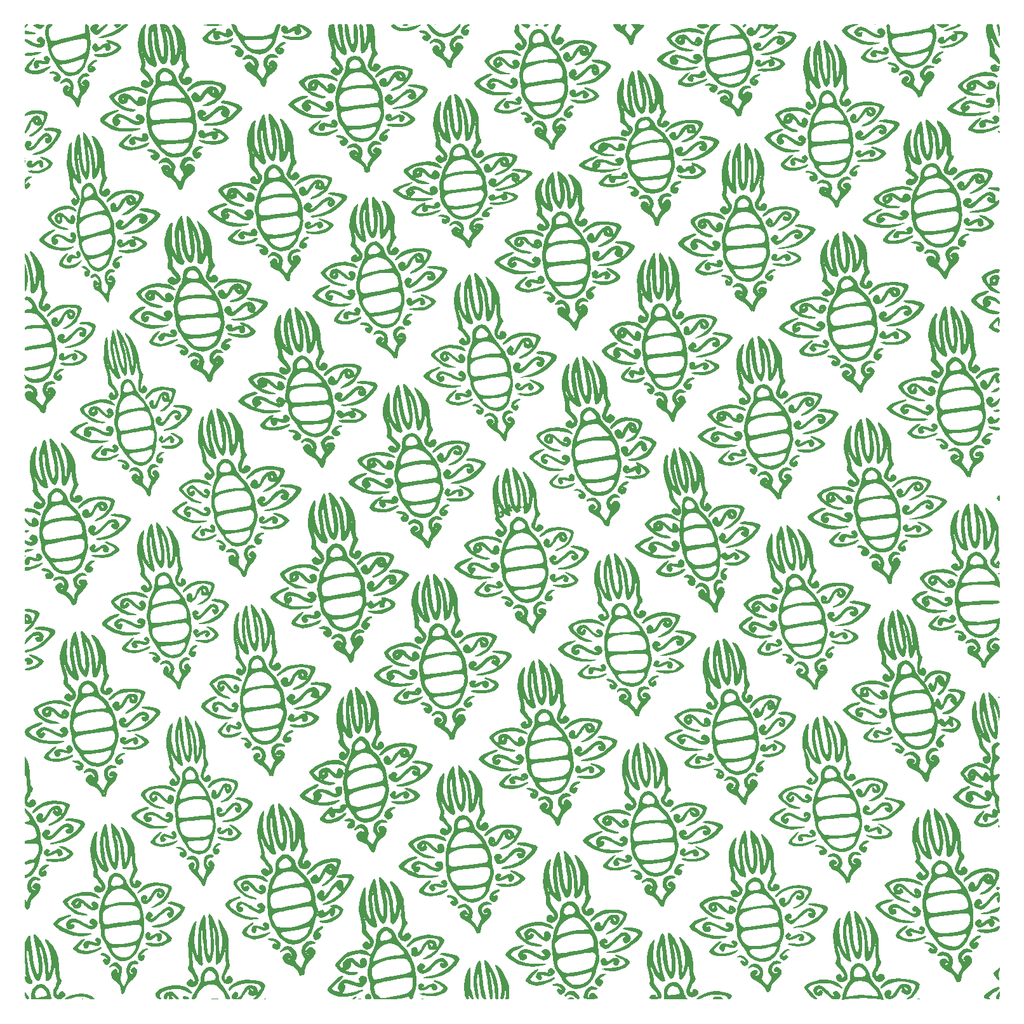
<source format=gbr>
%TF.GenerationSoftware,KiCad,Pcbnew,9.0.2-9.0.2-0~ubuntu24.04.1*%
%TF.CreationDate,2025-07-03T20:08:42-04:00*%
%TF.ProjectId,raw split bottom,72617720-7370-46c6-9974-20626f74746f,rev?*%
%TF.SameCoordinates,Original*%
%TF.FileFunction,Legend,Top*%
%TF.FilePolarity,Positive*%
%FSLAX46Y46*%
G04 Gerber Fmt 4.6, Leading zero omitted, Abs format (unit mm)*
G04 Created by KiCad (PCBNEW 9.0.2-9.0.2-0~ubuntu24.04.1) date 2025-07-03 20:08:42*
%MOMM*%
%LPD*%
G01*
G04 APERTURE LIST*
%ADD10C,0.150000*%
%ADD11C,0.300000*%
%ADD12C,0.000000*%
G04 APERTURE END LIST*
D10*
D11*
X153288572Y-98809757D02*
X153145715Y-98738328D01*
X153145715Y-98738328D02*
X152931429Y-98738328D01*
X152931429Y-98738328D02*
X152717143Y-98809757D01*
X152717143Y-98809757D02*
X152574286Y-98952614D01*
X152574286Y-98952614D02*
X152502857Y-99095471D01*
X152502857Y-99095471D02*
X152431429Y-99381185D01*
X152431429Y-99381185D02*
X152431429Y-99595471D01*
X152431429Y-99595471D02*
X152502857Y-99881185D01*
X152502857Y-99881185D02*
X152574286Y-100024042D01*
X152574286Y-100024042D02*
X152717143Y-100166900D01*
X152717143Y-100166900D02*
X152931429Y-100238328D01*
X152931429Y-100238328D02*
X153074286Y-100238328D01*
X153074286Y-100238328D02*
X153288572Y-100166900D01*
X153288572Y-100166900D02*
X153360000Y-100095471D01*
X153360000Y-100095471D02*
X153360000Y-99595471D01*
X153360000Y-99595471D02*
X153074286Y-99595471D01*
X154217143Y-98738328D02*
X154217143Y-99095471D01*
X153860000Y-98952614D02*
X154217143Y-99095471D01*
X154217143Y-99095471D02*
X154574286Y-98952614D01*
X154002857Y-99381185D02*
X154217143Y-99095471D01*
X154217143Y-99095471D02*
X154431429Y-99381185D01*
X155360000Y-98738328D02*
X155360000Y-99095471D01*
X155002857Y-98952614D02*
X155360000Y-99095471D01*
X155360000Y-99095471D02*
X155717143Y-98952614D01*
X155145714Y-99381185D02*
X155360000Y-99095471D01*
X155360000Y-99095471D02*
X155574286Y-99381185D01*
X156502857Y-98738328D02*
X156502857Y-99095471D01*
X156145714Y-98952614D02*
X156502857Y-99095471D01*
X156502857Y-99095471D02*
X156860000Y-98952614D01*
X156288571Y-99381185D02*
X156502857Y-99095471D01*
X156502857Y-99095471D02*
X156717143Y-99381185D01*
D10*
D12*
%TO.C,G\u002A\u002A\u002A*%
G36*
X89713000Y-52379500D02*
G01*
X89649500Y-52443000D01*
X89586000Y-52379500D01*
X89649500Y-52316000D01*
X89713000Y-52379500D01*
G37*
G36*
X89670109Y-52665250D02*
G01*
X89686883Y-52925263D01*
X89670109Y-52982750D01*
X89623755Y-52998704D01*
X89606052Y-52824000D01*
X89626010Y-52643706D01*
X89670109Y-52665250D01*
G37*
G36*
X97417666Y-164499333D02*
G01*
X97400233Y-164574834D01*
X97333000Y-164584000D01*
X97228464Y-164537532D01*
X97248333Y-164499333D01*
X97399052Y-164484133D01*
X97417666Y-164499333D01*
G37*
G36*
X121809604Y-164507270D02*
G01*
X121771727Y-164564993D01*
X121642916Y-164573973D01*
X121507403Y-164542957D01*
X121566187Y-164497244D01*
X121764673Y-164482104D01*
X121809604Y-164507270D01*
G37*
G36*
X142764604Y-164507270D02*
G01*
X142726727Y-164564993D01*
X142597916Y-164573973D01*
X142462403Y-164542957D01*
X142521187Y-164497244D01*
X142719673Y-164482104D01*
X142764604Y-164507270D01*
G37*
G36*
X144415604Y-34586270D02*
G01*
X144377727Y-34643993D01*
X144248916Y-34652973D01*
X144113403Y-34621957D01*
X144172187Y-34576244D01*
X144370673Y-34561104D01*
X144415604Y-34586270D01*
G37*
G36*
X203335666Y-125129333D02*
G01*
X203350866Y-125280052D01*
X203335666Y-125298666D01*
X203260165Y-125281233D01*
X203251000Y-125214000D01*
X203297467Y-125109464D01*
X203335666Y-125129333D01*
G37*
G36*
X208997750Y-164499890D02*
G01*
X209013704Y-164546244D01*
X208839000Y-164563947D01*
X208658706Y-164543989D01*
X208680250Y-164499890D01*
X208940263Y-164483116D01*
X208997750Y-164499890D01*
G37*
G36*
X219591666Y-115731333D02*
G01*
X219606866Y-115882052D01*
X219591666Y-115900666D01*
X219516165Y-115883233D01*
X219507000Y-115816000D01*
X219553467Y-115711464D01*
X219591666Y-115731333D01*
G37*
G36*
X219615373Y-107653372D02*
G01*
X219634000Y-107744004D01*
X219592146Y-107927498D01*
X219482178Y-107872492D01*
X219448923Y-107823775D01*
X219464849Y-107660665D01*
X219504928Y-107625780D01*
X219615373Y-107653372D01*
G37*
G36*
X219615373Y-124163372D02*
G01*
X219634000Y-124254004D01*
X219592146Y-124437498D01*
X219482178Y-124382492D01*
X219448923Y-124333775D01*
X219464849Y-124170665D01*
X219504928Y-124135780D01*
X219615373Y-124163372D01*
G37*
G36*
X219622546Y-48913448D02*
G01*
X219606980Y-49031557D01*
X219537032Y-49127157D01*
X219454034Y-49031045D01*
X219407433Y-48844077D01*
X219430782Y-48793883D01*
X219556332Y-48773028D01*
X219622546Y-48913448D01*
G37*
G36*
X219622546Y-141496448D02*
G01*
X219606980Y-141614557D01*
X219537032Y-141710157D01*
X219454034Y-141614045D01*
X219407433Y-141427077D01*
X219430782Y-141376883D01*
X219556332Y-141356028D01*
X219622546Y-141496448D01*
G37*
G36*
X89796344Y-105352804D02*
G01*
X89776500Y-105402000D01*
X89662376Y-105523155D01*
X89642004Y-105529000D01*
X89587456Y-105430741D01*
X89586000Y-105402000D01*
X89683631Y-105279880D01*
X89720495Y-105275000D01*
X89796344Y-105352804D01*
G37*
G36*
X90147072Y-102032081D02*
G01*
X90180134Y-102161235D01*
X90023800Y-102288328D01*
X89861802Y-102331082D01*
X89632668Y-102295291D01*
X89586000Y-102172332D01*
X89695548Y-102010536D01*
X89914083Y-101973000D01*
X90147072Y-102032081D01*
G37*
G36*
X134451167Y-164500696D02*
G01*
X134455388Y-164542388D01*
X134256575Y-164559415D01*
X134226500Y-164559241D01*
X134029528Y-164540928D01*
X134048331Y-164502274D01*
X134070167Y-164495990D01*
X134346812Y-164477397D01*
X134451167Y-164500696D01*
G37*
G36*
X158092274Y-34583732D02*
G01*
X158102500Y-34663000D01*
X157945975Y-34785049D01*
X157912000Y-34790000D01*
X157747530Y-34698053D01*
X157721500Y-34663000D01*
X157761387Y-34563957D01*
X157912000Y-34536000D01*
X158092274Y-34583732D01*
G37*
G36*
X203158167Y-34579696D02*
G01*
X203162388Y-34621388D01*
X202963575Y-34638415D01*
X202933500Y-34638241D01*
X202736528Y-34619928D01*
X202755331Y-34581274D01*
X202777167Y-34574990D01*
X203053812Y-34556397D01*
X203158167Y-34579696D01*
G37*
G36*
X219582909Y-149567136D02*
G01*
X219634000Y-149736889D01*
X219541891Y-149937757D01*
X219340189Y-149972732D01*
X219210666Y-149894333D01*
X219134310Y-149715066D01*
X219305030Y-149584066D01*
X219380000Y-149561201D01*
X219582909Y-149567136D01*
G37*
G36*
X90045493Y-34549636D02*
G01*
X90037640Y-34633522D01*
X89903500Y-34790000D01*
X89719773Y-34977231D01*
X89629816Y-35044000D01*
X89594151Y-34937109D01*
X89586000Y-34790000D01*
X89671947Y-34581192D01*
X89859683Y-34536000D01*
X90045493Y-34549636D01*
G37*
G36*
X219629774Y-164044250D02*
G01*
X219614060Y-164388783D01*
X219539409Y-164546751D01*
X219380000Y-164584000D01*
X219166192Y-164492937D01*
X219126000Y-164344069D01*
X219204259Y-164076109D01*
X219375774Y-163804319D01*
X219625549Y-163504500D01*
X219629774Y-164044250D01*
G37*
G36*
X111293076Y-164197688D02*
G01*
X111522682Y-164373381D01*
X111508919Y-164507069D01*
X111261532Y-164577899D01*
X111112500Y-164584000D01*
X110786462Y-164544132D01*
X110669584Y-164414739D01*
X110668000Y-164389514D01*
X110766299Y-164177647D01*
X111011808Y-164113195D01*
X111293076Y-164197688D01*
G37*
G36*
X133871593Y-164237667D02*
G01*
X133793169Y-164379924D01*
X133782000Y-164393500D01*
X133557468Y-164555296D01*
X133433399Y-164584000D01*
X133311406Y-164549332D01*
X133389830Y-164407075D01*
X133401000Y-164393500D01*
X133625531Y-164231703D01*
X133749600Y-164203000D01*
X133871593Y-164237667D01*
G37*
G36*
X140615461Y-34565648D02*
G01*
X140711121Y-34644309D01*
X140703500Y-34662999D01*
X140517393Y-34765797D01*
X140233461Y-34782443D01*
X139992822Y-34712937D01*
X139941500Y-34663000D01*
X139995593Y-34576962D01*
X140255548Y-34537086D01*
X140322500Y-34536000D01*
X140615461Y-34565648D01*
G37*
G36*
X156794831Y-34548337D02*
G01*
X156968244Y-34599541D01*
X157009647Y-34723475D01*
X157000082Y-34820452D01*
X156879070Y-35076926D01*
X156638723Y-35126484D01*
X156309250Y-34967520D01*
X156180382Y-34864007D01*
X155816500Y-34544026D01*
X156428582Y-34540013D01*
X156794831Y-34548337D01*
G37*
G36*
X159482089Y-34551915D02*
G01*
X159527352Y-34603504D01*
X159380422Y-34730202D01*
X159379976Y-34730539D01*
X159121428Y-34892687D01*
X158955415Y-34887759D01*
X158885666Y-34832333D01*
X158802973Y-34660829D01*
X158954956Y-34561241D01*
X159213750Y-34540039D01*
X159482089Y-34551915D01*
G37*
G36*
X162829977Y-164392635D02*
G01*
X162865000Y-164457000D01*
X162752843Y-164538180D01*
X162474734Y-164580318D01*
X162388750Y-164582055D01*
X162099924Y-164564957D01*
X162040610Y-164510312D01*
X162103000Y-164457000D01*
X162358632Y-164358985D01*
X162635214Y-164337530D01*
X162829977Y-164392635D01*
G37*
G36*
X185888236Y-34583434D02*
G01*
X185880525Y-34708950D01*
X185650971Y-34887366D01*
X185590926Y-34920785D01*
X185402280Y-34984902D01*
X185345530Y-34857404D01*
X185344000Y-34794468D01*
X185414282Y-34594118D01*
X185662394Y-34536016D01*
X185668995Y-34536000D01*
X185888236Y-34583434D01*
G37*
G36*
X219623173Y-97433983D02*
G01*
X219634000Y-97702949D01*
X219626320Y-98030062D01*
X219583754Y-98142659D01*
X219477006Y-98080164D01*
X219405400Y-98010600D01*
X219261285Y-97737565D01*
X219370001Y-97470710D01*
X219443500Y-97401000D01*
X219568792Y-97331578D01*
X219623173Y-97433983D01*
G37*
G36*
X115528835Y-164485831D02*
G01*
X115592606Y-164491684D01*
X115696255Y-164513640D01*
X115573640Y-164530418D01*
X115252481Y-164539529D01*
X115049500Y-164540463D01*
X114657080Y-164535049D01*
X114460109Y-164521258D01*
X114482229Y-164501571D01*
X114576606Y-164490845D01*
X115056262Y-164471057D01*
X115528835Y-164485831D01*
G37*
G36*
X135671093Y-163934667D02*
G01*
X135800391Y-164235065D01*
X135814000Y-164403887D01*
X135711388Y-164535864D01*
X135472731Y-164585610D01*
X135201791Y-164554601D01*
X135002333Y-164444313D01*
X134970305Y-164391882D01*
X134985846Y-164131112D01*
X135171649Y-163909558D01*
X135434962Y-163822000D01*
X135671093Y-163934667D01*
G37*
G36*
X219615376Y-83013587D02*
G01*
X219634000Y-83153992D01*
X219513304Y-83397378D01*
X219234048Y-83545576D01*
X218795558Y-83666383D01*
X218544790Y-83661405D01*
X218491000Y-83581521D01*
X218606987Y-83455700D01*
X218944040Y-83249544D01*
X219485793Y-82972958D01*
X219538750Y-82947479D01*
X219615376Y-83013587D01*
G37*
G36*
X102341401Y-34541585D02*
G01*
X102481816Y-34577645D01*
X102450618Y-34673138D01*
X102349500Y-34790000D01*
X102157660Y-34979275D01*
X101994738Y-35016075D01*
X101742939Y-34917889D01*
X101682750Y-34888997D01*
X101439445Y-34730880D01*
X101442099Y-34615699D01*
X101685338Y-34549664D01*
X101988183Y-34536000D01*
X102341401Y-34541585D01*
G37*
G36*
X219602909Y-85905702D02*
G01*
X219634000Y-86020912D01*
X219553543Y-86168117D01*
X219282593Y-86223214D01*
X219189500Y-86225000D01*
X218895698Y-86193101D01*
X218748839Y-86114667D01*
X218745000Y-86098000D01*
X218850899Y-85993390D01*
X218988612Y-85971000D01*
X219307519Y-85930700D01*
X219433112Y-85893912D01*
X219602909Y-85905702D01*
G37*
G36*
X89697100Y-163638524D02*
G01*
X89893853Y-163845328D01*
X89907513Y-163860831D01*
X90114826Y-164142604D01*
X90218332Y-164373653D01*
X90221000Y-164400581D01*
X90138625Y-164560314D01*
X89954231Y-164575983D01*
X89761914Y-164464939D01*
X89666046Y-164298250D01*
X89603688Y-163950035D01*
X89591747Y-163758500D01*
X89611524Y-163614483D01*
X89697100Y-163638524D01*
G37*
G36*
X90777920Y-104558246D02*
G01*
X90724362Y-104626784D01*
X90676106Y-104657325D01*
X90380438Y-104787964D01*
X90007482Y-104899184D01*
X90002314Y-104900356D01*
X89715381Y-104947065D01*
X89609391Y-104896275D01*
X89611849Y-104786963D01*
X89712717Y-104647960D01*
X89981876Y-104570541D01*
X90285642Y-104543932D01*
X90642262Y-104533702D01*
X90777920Y-104558246D01*
G37*
G36*
X212475148Y-34546264D02*
G01*
X212782690Y-34566152D01*
X212902954Y-34595613D01*
X212903000Y-34596238D01*
X212799205Y-34697880D01*
X212552324Y-34836660D01*
X212259116Y-34966100D01*
X212016336Y-35039719D01*
X211970876Y-35044000D01*
X211747849Y-34967556D01*
X211488319Y-34794225D01*
X211188500Y-34544450D01*
X212045750Y-34540225D01*
X212475148Y-34546264D01*
G37*
G36*
X115311248Y-34565237D02*
G01*
X115744252Y-34586207D01*
X115952172Y-34621616D01*
X115938500Y-34663000D01*
X115656804Y-34722547D01*
X115206774Y-34755573D01*
X114672685Y-34762077D01*
X114138814Y-34742058D01*
X113689436Y-34695517D01*
X113525500Y-34662999D01*
X113468365Y-34621266D01*
X113653024Y-34589437D01*
X114067423Y-34568600D01*
X114668500Y-34559952D01*
X115311248Y-34565237D01*
G37*
G36*
X180573948Y-34556547D02*
G01*
X180833787Y-34623817D01*
X180863504Y-34746253D01*
X180673589Y-34932299D01*
X180616741Y-34973298D01*
X180214408Y-35141346D01*
X179793197Y-35143742D01*
X179457043Y-34980654D01*
X179447571Y-34971428D01*
X179282089Y-34762681D01*
X179303088Y-34630268D01*
X179531456Y-34559659D01*
X179988082Y-34536322D01*
X180073500Y-34536000D01*
X180573948Y-34556547D01*
G37*
G36*
X182408231Y-164252527D02*
G01*
X182660908Y-164376282D01*
X182677000Y-164393500D01*
X182732935Y-164497381D01*
X182654469Y-164555175D01*
X182398852Y-164579706D01*
X182042000Y-164584000D01*
X181615548Y-164576727D01*
X181400140Y-164546358D01*
X181353027Y-164480070D01*
X181407000Y-164393500D01*
X181638772Y-164263625D01*
X181998301Y-164203720D01*
X182042000Y-164203000D01*
X182408231Y-164252527D01*
G37*
G36*
X90062250Y-35440580D02*
G01*
X90492741Y-35534796D01*
X90891153Y-35617831D01*
X90912876Y-35622162D01*
X91149876Y-35690900D01*
X91158616Y-35771329D01*
X91103376Y-35812781D01*
X90838023Y-35888946D01*
X90435740Y-35913838D01*
X90008938Y-35884622D01*
X89808250Y-35845455D01*
X89619345Y-35688291D01*
X89586000Y-35560332D01*
X89619292Y-35419463D01*
X89764159Y-35387155D01*
X90062250Y-35440580D01*
G37*
G36*
X91425857Y-34567484D02*
G01*
X91846792Y-34585819D01*
X92144662Y-34621612D01*
X92253000Y-34665330D01*
X92160980Y-34820739D01*
X91955957Y-35012116D01*
X91744484Y-35147713D01*
X91671499Y-35166028D01*
X91483531Y-35115631D01*
X91184078Y-34999752D01*
X91156996Y-34988070D01*
X90800816Y-34806815D01*
X90689765Y-34677790D01*
X90825300Y-34598715D01*
X91208881Y-34567308D01*
X91425857Y-34567484D01*
G37*
G36*
X218506875Y-88177625D02*
G01*
X218925489Y-88236831D01*
X219268875Y-88257000D01*
X219540577Y-88300868D01*
X219631864Y-88461604D01*
X219634000Y-88511000D01*
X219599465Y-88684206D01*
X219455434Y-88740090D01*
X219141270Y-88696544D01*
X219062500Y-88679644D01*
X218667149Y-88565266D01*
X218354818Y-88427850D01*
X218155047Y-88294087D01*
X218097377Y-88190667D01*
X218211349Y-88144281D01*
X218506875Y-88177625D01*
G37*
G36*
X219245169Y-56258402D02*
G01*
X219495477Y-56289046D01*
X219605872Y-56366589D01*
X219633382Y-56512689D01*
X219634000Y-56570500D01*
X219615836Y-56830826D01*
X219547679Y-56874905D01*
X219488171Y-56826838D01*
X219337999Y-56776050D01*
X219017429Y-56710907D01*
X218747258Y-56667850D01*
X218261915Y-56568417D01*
X218026601Y-56458497D01*
X218039030Y-56356807D01*
X218296917Y-56282068D01*
X218797916Y-56253000D01*
X219245169Y-56258402D01*
G37*
G36*
X219634000Y-160694356D02*
G01*
X219588265Y-160966761D01*
X219506656Y-161091712D01*
X219451086Y-161261571D01*
X219514631Y-161423258D01*
X219609078Y-161747271D01*
X219610224Y-161937570D01*
X219569047Y-162072537D01*
X219476786Y-162061894D01*
X219288657Y-161885794D01*
X219147279Y-161732397D01*
X218874345Y-161384094D01*
X218809997Y-161122376D01*
X218960137Y-160880748D01*
X219242949Y-160654156D01*
X219634000Y-160375704D01*
X219634000Y-160694356D01*
G37*
G36*
X90465990Y-119129712D02*
G01*
X90687766Y-119325779D01*
X90709308Y-119598351D01*
X90651880Y-119721250D01*
X90437573Y-119910678D01*
X90165175Y-119988290D01*
X89944446Y-119929592D01*
X89907988Y-119887262D01*
X89883204Y-119672243D01*
X89903500Y-119626000D01*
X89873018Y-119518676D01*
X89774682Y-119499000D01*
X89616155Y-119407042D01*
X89610177Y-119276750D01*
X89732577Y-119110619D01*
X90042868Y-119054857D01*
X90081897Y-119054500D01*
X90465990Y-119129712D01*
G37*
G36*
X91830044Y-38261006D02*
G01*
X91822982Y-38322566D01*
X91632487Y-38453384D01*
X91270149Y-38583407D01*
X90817539Y-38694616D01*
X90356229Y-38768990D01*
X89967792Y-38788509D01*
X89808250Y-38767652D01*
X89619525Y-38631526D01*
X89586000Y-38527187D01*
X89675113Y-38403695D01*
X89965094Y-38350254D01*
X90139774Y-38346000D01*
X90630120Y-38326934D01*
X91167326Y-38279476D01*
X91302619Y-38262517D01*
X91676225Y-38227917D01*
X91830044Y-38261006D01*
G37*
G36*
X219538141Y-34577674D02*
G01*
X219601487Y-34736255D01*
X219629350Y-35062080D01*
X219634000Y-35425000D01*
X219627817Y-35863219D01*
X219611546Y-36180740D01*
X219588605Y-36313305D01*
X219586731Y-36314000D01*
X219538582Y-36202624D01*
X219478113Y-35926206D01*
X219463108Y-35837750D01*
X219386284Y-35388037D01*
X219306248Y-34959989D01*
X219304002Y-34948750D01*
X219271370Y-34660558D01*
X219345307Y-34547108D01*
X219427625Y-34536000D01*
X219538141Y-34577674D01*
G37*
G36*
X183381082Y-107082082D02*
G01*
X183405266Y-107184549D01*
X183211726Y-107383234D01*
X183104441Y-107470108D01*
X182769882Y-107733272D01*
X183049467Y-107836697D01*
X183256871Y-107987364D01*
X183291165Y-108268041D01*
X183288776Y-108290311D01*
X183164546Y-108583985D01*
X182928942Y-108690045D01*
X182655440Y-108595080D01*
X182502202Y-108433879D01*
X182372678Y-108063852D01*
X182423346Y-107665993D01*
X182618632Y-107317183D01*
X182922959Y-107094302D01*
X183141183Y-107053000D01*
X183381082Y-107082082D01*
G37*
G36*
X219634000Y-152463411D02*
G01*
X219557313Y-152691133D01*
X219294491Y-152875901D01*
X219144391Y-152941323D01*
X218776061Y-153059113D01*
X218341048Y-153155826D01*
X217899575Y-153224483D01*
X217511866Y-153258106D01*
X217238143Y-153249718D01*
X217138631Y-153192342D01*
X217145828Y-153172884D01*
X217320558Y-153060011D01*
X217638863Y-152964952D01*
X217719375Y-152950308D01*
X218104553Y-152850260D01*
X218586680Y-152674069D01*
X218918587Y-152527173D01*
X219634000Y-152181402D01*
X219634000Y-152463411D01*
G37*
G36*
X90398281Y-99107078D02*
G01*
X90869450Y-99251007D01*
X91294716Y-99451830D01*
X91607240Y-99677590D01*
X91740183Y-99896330D01*
X91741009Y-99909250D01*
X91702979Y-100039294D01*
X91549175Y-100032214D01*
X91234910Y-99884421D01*
X91200496Y-99865868D01*
X90856890Y-99734375D01*
X90404929Y-99627513D01*
X90216246Y-99599263D01*
X89827387Y-99533582D01*
X89636113Y-99437948D01*
X89586000Y-99288310D01*
X89659165Y-99109438D01*
X89914092Y-99052349D01*
X89948048Y-99052000D01*
X90398281Y-99107078D01*
G37*
G36*
X212394960Y-129386785D02*
G01*
X212395000Y-129390393D01*
X212299353Y-129532679D01*
X212071721Y-129714607D01*
X211748443Y-129926427D01*
X212035404Y-130158794D01*
X212229093Y-130359022D01*
X212234542Y-130564723D01*
X212170905Y-130723580D01*
X211943334Y-130994170D01*
X211620777Y-131031631D01*
X211347250Y-130918827D01*
X211153794Y-130676671D01*
X211132839Y-130325644D01*
X211276211Y-129935403D01*
X211496230Y-129649230D01*
X211782369Y-129427557D01*
X212073787Y-129296605D01*
X212301108Y-129276355D01*
X212394960Y-129386785D01*
G37*
G36*
X218636551Y-86886620D02*
G01*
X218815377Y-87053530D01*
X218832056Y-87101970D01*
X218904210Y-87277886D01*
X219034021Y-87262464D01*
X219168369Y-87174817D01*
X219461521Y-87008934D01*
X219607930Y-87033613D01*
X219634000Y-87155362D01*
X219521296Y-87443023D01*
X219237612Y-87675349D01*
X218864585Y-87823454D01*
X218483852Y-87858458D01*
X218177051Y-87751476D01*
X218115801Y-87692490D01*
X218010185Y-87425378D01*
X218005000Y-87216240D01*
X218134831Y-86981312D01*
X218377525Y-86866994D01*
X218636551Y-86886620D01*
G37*
G36*
X89991109Y-100687930D02*
G01*
X90292907Y-100966555D01*
X90461055Y-101059823D01*
X90532189Y-100970840D01*
X90543506Y-100734750D01*
X90591187Y-100464611D01*
X90787256Y-100352263D01*
X90848884Y-100341688D01*
X91157796Y-100400709D01*
X91380437Y-100621467D01*
X91488619Y-100924411D01*
X91454151Y-101229987D01*
X91248844Y-101458643D01*
X91245349Y-101460531D01*
X90764713Y-101585683D01*
X90275058Y-101462997D01*
X89976744Y-101263210D01*
X89675785Y-100913963D01*
X89586000Y-100613141D01*
X89586000Y-100291861D01*
X89991109Y-100687930D01*
G37*
G36*
X91972546Y-106461816D02*
G01*
X91872602Y-106607774D01*
X91543619Y-106864040D01*
X91022946Y-107102118D01*
X90372696Y-107293831D01*
X90348000Y-107299435D01*
X89930098Y-107389717D01*
X89702293Y-107416306D01*
X89606903Y-107371383D01*
X89586247Y-107247131D01*
X89586000Y-107196158D01*
X89635611Y-107044497D01*
X89823096Y-106954599D01*
X90206429Y-106898700D01*
X90207310Y-106898616D01*
X90719124Y-106798167D01*
X91235438Y-106620671D01*
X91365565Y-106559045D01*
X91748429Y-106386807D01*
X91955571Y-106354860D01*
X91972546Y-106461816D01*
G37*
G36*
X97810470Y-66892757D02*
G01*
X98108390Y-67131551D01*
X98311106Y-67424162D01*
X98349000Y-67585548D01*
X98274649Y-67936383D01*
X98089783Y-68158938D01*
X97851678Y-68209176D01*
X97671666Y-68106333D01*
X97605951Y-67925556D01*
X97587000Y-67711745D01*
X97633728Y-67487355D01*
X97771032Y-67472444D01*
X97899328Y-67467425D01*
X97881995Y-67352649D01*
X97714238Y-67191184D01*
X97446024Y-67089654D01*
X97196003Y-66990138D01*
X97178932Y-66875832D01*
X97383298Y-66800903D01*
X97508857Y-66794000D01*
X97810470Y-66892757D01*
G37*
G36*
X110728386Y-144391192D02*
G01*
X111026196Y-144671142D01*
X111189729Y-145023001D01*
X111165464Y-145375250D01*
X110968501Y-145598058D01*
X110677866Y-145660778D01*
X110402356Y-145556285D01*
X110300329Y-145431906D01*
X110245838Y-145163207D01*
X110347975Y-144968343D01*
X110558272Y-144929150D01*
X110591682Y-144940008D01*
X110763421Y-144958546D01*
X110795000Y-144916474D01*
X110681249Y-144783851D01*
X110375366Y-144614720D01*
X109969500Y-144452384D01*
X109715500Y-144363736D01*
X109969500Y-144268680D01*
X110356190Y-144238567D01*
X110728386Y-144391192D01*
G37*
G36*
X141087481Y-73164538D02*
G01*
X141465500Y-73207500D01*
X140989250Y-73488966D01*
X140645654Y-73725125D01*
X140526922Y-73889536D01*
X140636962Y-73972340D01*
X140794786Y-73979583D01*
X141039941Y-74066057D01*
X141134891Y-74290269D01*
X141049455Y-74566109D01*
X141015936Y-74610600D01*
X140742108Y-74768587D01*
X140400862Y-74770298D01*
X140157400Y-74642600D01*
X140014330Y-74335233D01*
X140079097Y-73947880D01*
X140342490Y-73532484D01*
X140357231Y-73515791D01*
X140654589Y-73246248D01*
X140940391Y-73158116D01*
X141087481Y-73164538D01*
G37*
G36*
X165822462Y-69584818D02*
G01*
X165731288Y-69747359D01*
X165464542Y-69915890D01*
X165178252Y-70061638D01*
X165099021Y-70148512D01*
X165200710Y-70218300D01*
X165260857Y-70241512D01*
X165479281Y-70428244D01*
X165533282Y-70704701D01*
X165443382Y-70986503D01*
X165230099Y-71189272D01*
X165018283Y-71239000D01*
X164779037Y-71150674D01*
X164584131Y-70990117D01*
X164435536Y-70661827D01*
X164487163Y-70289492D01*
X164707129Y-69932243D01*
X165063554Y-69649207D01*
X165372420Y-69528087D01*
X165699230Y-69496534D01*
X165822462Y-69584818D01*
G37*
G36*
X178396971Y-108017258D02*
G01*
X178785019Y-108224182D01*
X179048518Y-108533628D01*
X179121000Y-108814247D01*
X179031490Y-109199801D01*
X178803685Y-109423194D01*
X178498670Y-109455149D01*
X178177571Y-109266428D01*
X178000259Y-108984209D01*
X178025567Y-108739101D01*
X178179148Y-108618840D01*
X178283669Y-108519759D01*
X178188596Y-108415587D01*
X177945196Y-108341041D01*
X177745166Y-108324944D01*
X177525286Y-108275548D01*
X177503645Y-108165633D01*
X177650242Y-108046137D01*
X177935075Y-107967995D01*
X177956795Y-107965646D01*
X178396971Y-108017258D01*
G37*
G36*
X214471264Y-34575213D02*
G01*
X214458393Y-34686248D01*
X214220726Y-34859201D01*
X213845335Y-35048630D01*
X213460471Y-35199340D01*
X213031970Y-35330724D01*
X212626277Y-35427556D01*
X212309836Y-35474608D01*
X212149092Y-35456653D01*
X212141000Y-35439217D01*
X212251089Y-35359936D01*
X212540333Y-35227557D01*
X212947190Y-35070117D01*
X212965956Y-35063366D01*
X213389866Y-34899076D01*
X213711533Y-34751555D01*
X213861999Y-34652464D01*
X213862451Y-34651752D01*
X214031205Y-34563089D01*
X214251490Y-34536000D01*
X214471264Y-34575213D01*
G37*
G36*
X219268477Y-80332823D02*
G01*
X219537836Y-80424564D01*
X219605791Y-80523060D01*
X219576917Y-80645165D01*
X219401330Y-80727895D01*
X219032011Y-80789746D01*
X218886718Y-80805922D01*
X218020506Y-81003481D01*
X217248922Y-81388216D01*
X216895314Y-81665383D01*
X216630134Y-81870730D01*
X216491681Y-81870806D01*
X216459000Y-81718503D01*
X216567641Y-81429410D01*
X216853046Y-81104278D01*
X217254431Y-80797005D01*
X217711016Y-80561488D01*
X217800774Y-80528695D01*
X218342727Y-80385067D01*
X218851034Y-80319717D01*
X219268477Y-80332823D01*
G37*
G36*
X89694642Y-66527719D02*
G01*
X89770209Y-66827458D01*
X89854130Y-67245588D01*
X89933340Y-67715482D01*
X89994773Y-68170511D01*
X90006188Y-68277822D01*
X90017468Y-68729781D01*
X89980561Y-69237318D01*
X89907191Y-69719597D01*
X89809082Y-70095784D01*
X89717321Y-70269478D01*
X89662499Y-70223381D01*
X89622883Y-69953776D01*
X89597836Y-69451611D01*
X89586720Y-68707833D01*
X89586000Y-68406900D01*
X89589275Y-67727667D01*
X89598320Y-67147788D01*
X89611961Y-66710173D01*
X89629026Y-66457732D01*
X89640495Y-66413000D01*
X89694642Y-66527719D01*
G37*
G36*
X108318500Y-91561816D02*
G01*
X107905750Y-91887113D01*
X107647578Y-92140442D01*
X107510281Y-92372942D01*
X107503026Y-92425454D01*
X107535223Y-92541265D01*
X107577109Y-92479750D01*
X107743190Y-92337004D01*
X107966351Y-92358070D01*
X108065202Y-92449136D01*
X108094978Y-92697043D01*
X107988392Y-92972507D01*
X107820245Y-93125186D01*
X107594704Y-93108565D01*
X107380579Y-93002717D01*
X107173047Y-92749752D01*
X107112000Y-92521425D01*
X107212862Y-92138763D01*
X107466290Y-91801683D01*
X107798544Y-91591970D01*
X107978467Y-91560408D01*
X108318500Y-91561816D01*
G37*
G36*
X112667015Y-117383834D02*
G01*
X112648038Y-117507347D01*
X112400125Y-117698555D01*
X112318197Y-117746843D01*
X112048260Y-117939077D01*
X111945439Y-118090894D01*
X112023089Y-118160809D01*
X112192000Y-118138798D01*
X112384580Y-118139160D01*
X112444825Y-118321329D01*
X112446000Y-118379287D01*
X112361526Y-118751759D01*
X112146167Y-118948836D01*
X111857012Y-118942654D01*
X111620385Y-118782242D01*
X111493721Y-118498013D01*
X111542079Y-118144904D01*
X111726350Y-117790653D01*
X112007425Y-117502997D01*
X112346195Y-117349675D01*
X112453081Y-117340000D01*
X112667015Y-117383834D01*
G37*
G36*
X127559380Y-63000898D02*
G01*
X127428765Y-63149274D01*
X127268030Y-63227913D01*
X126974317Y-63389681D01*
X126826199Y-63520316D01*
X126754208Y-63656912D01*
X126892837Y-63693441D01*
X126954455Y-63692297D01*
X127199904Y-63771044D01*
X127276360Y-63979831D01*
X127164412Y-64243414D01*
X127111772Y-64302085D01*
X126789659Y-64486807D01*
X126460028Y-64457124D01*
X126314400Y-64355600D01*
X126182870Y-64068907D01*
X126243802Y-63724970D01*
X126462332Y-63379852D01*
X126803595Y-63089618D01*
X127209750Y-62915790D01*
X127482475Y-62902185D01*
X127559380Y-63000898D01*
G37*
G36*
X162911139Y-163508449D02*
G01*
X163225037Y-163748718D01*
X163298210Y-163831744D01*
X163508950Y-164124477D01*
X163621288Y-164362922D01*
X163627000Y-164403244D01*
X163542773Y-164559780D01*
X163342120Y-164568455D01*
X163103076Y-164444804D01*
X162940178Y-164266500D01*
X162698977Y-164054888D01*
X162378246Y-163946358D01*
X162077055Y-163959274D01*
X161912500Y-164076000D01*
X161753351Y-164196870D01*
X161618096Y-164137060D01*
X161595000Y-164040724D01*
X161708183Y-163792582D01*
X161993493Y-163580092D01*
X162369565Y-163455016D01*
X162537662Y-163441000D01*
X162911139Y-163508449D01*
G37*
G36*
X93734866Y-40839181D02*
G01*
X94092810Y-41038106D01*
X94341709Y-41321753D01*
X94407960Y-41561967D01*
X94321479Y-41931916D01*
X94114704Y-42178879D01*
X93848274Y-42265873D01*
X93582830Y-42155916D01*
X93528063Y-42098600D01*
X93414069Y-41833657D01*
X93466403Y-41597165D01*
X93657053Y-41480204D01*
X93718365Y-41479861D01*
X93891623Y-41486554D01*
X93858110Y-41424641D01*
X93720976Y-41321111D01*
X93392797Y-41173784D01*
X93170643Y-41140000D01*
X92947984Y-41090430D01*
X92923188Y-40978127D01*
X93068846Y-40857696D01*
X93349043Y-40784567D01*
X93734866Y-40839181D01*
G37*
G36*
X96783288Y-132778360D02*
G01*
X97176162Y-132961065D01*
X97362805Y-133138762D01*
X97452754Y-133417510D01*
X97437309Y-133735393D01*
X97330047Y-133976108D01*
X97259112Y-134026912D01*
X96840215Y-134099431D01*
X96532871Y-133968017D01*
X96442595Y-133847375D01*
X96366755Y-133557099D01*
X96477409Y-133388462D01*
X96712333Y-133382546D01*
X96907090Y-133385045D01*
X96952000Y-133329622D01*
X96840987Y-133231267D01*
X96559836Y-133114654D01*
X96388038Y-133063188D01*
X96028966Y-132935156D01*
X95903355Y-132819070D01*
X96014477Y-132736042D01*
X96332844Y-132707000D01*
X96783288Y-132778360D01*
G37*
G36*
X97891720Y-163929374D02*
G01*
X98506920Y-164162643D01*
X98751587Y-164328938D01*
X99047500Y-164575549D01*
X98757670Y-164579774D01*
X98447574Y-164533766D01*
X98066353Y-164415414D01*
X98011911Y-164393500D01*
X97564265Y-164261919D01*
X97102063Y-164203204D01*
X97079457Y-164203000D01*
X96644343Y-164248145D01*
X96165374Y-164360001D01*
X96063000Y-164393500D01*
X95648815Y-164512666D01*
X95275115Y-164577230D01*
X95189782Y-164581176D01*
X94856500Y-164578352D01*
X95166664Y-164339963D01*
X95736412Y-164036231D01*
X96430889Y-163866400D01*
X97174518Y-163830704D01*
X97891720Y-163929374D01*
G37*
G36*
X98930203Y-106092424D02*
G01*
X98962522Y-106216023D01*
X98763189Y-106343787D01*
X98746749Y-106349183D01*
X98471083Y-106503376D01*
X98302165Y-106653585D01*
X98169723Y-106822800D01*
X98237200Y-106873368D01*
X98376702Y-106872592D01*
X98621922Y-106959052D01*
X98716901Y-107183254D01*
X98631456Y-107459108D01*
X98597936Y-107503600D01*
X98324108Y-107661587D01*
X97982862Y-107663298D01*
X97739400Y-107535600D01*
X97612182Y-107251178D01*
X97663517Y-106898926D01*
X97854057Y-106541535D01*
X98144456Y-106241699D01*
X98495368Y-106062111D01*
X98679930Y-106037000D01*
X98930203Y-106092424D01*
G37*
G36*
X102998087Y-131715133D02*
G01*
X102994548Y-131774628D01*
X102875491Y-131857218D01*
X102419056Y-132176347D01*
X102127252Y-132437762D01*
X102032000Y-132604768D01*
X102104571Y-132655086D01*
X102220882Y-132581342D01*
X102483234Y-132463843D01*
X102679748Y-132535933D01*
X102768279Y-132734307D01*
X102706681Y-132995660D01*
X102594428Y-133142428D01*
X102318508Y-133319581D01*
X102013989Y-133277156D01*
X101873250Y-133204827D01*
X101699963Y-132977329D01*
X101651000Y-132711978D01*
X101762731Y-132351815D01*
X102045558Y-132015842D01*
X102420932Y-131775078D01*
X102771994Y-131698468D01*
X102998087Y-131715133D01*
G37*
G36*
X115853740Y-103417721D02*
G01*
X116203316Y-103665000D01*
X116347352Y-103839185D01*
X116460502Y-104168424D01*
X116404493Y-104468484D01*
X116227255Y-104686344D01*
X115976719Y-104768984D01*
X115700814Y-104663381D01*
X115646400Y-104614600D01*
X115514996Y-104362697D01*
X115494000Y-104218787D01*
X115555474Y-104040536D01*
X115748000Y-104041798D01*
X115950458Y-104047855D01*
X116002000Y-103990387D01*
X115900948Y-103860936D01*
X115584656Y-103706484D01*
X115176500Y-103562291D01*
X114998998Y-103487490D01*
X115057879Y-103406019D01*
X115154091Y-103349920D01*
X115473763Y-103300297D01*
X115853740Y-103417721D01*
G37*
G36*
X125440812Y-128751371D02*
G01*
X125391211Y-128895449D01*
X125111603Y-129082187D01*
X125105508Y-129085093D01*
X124784868Y-129271448D01*
X124608536Y-129439715D01*
X124598721Y-129552336D01*
X124777632Y-129571751D01*
X124822142Y-129564298D01*
X125090431Y-129601117D01*
X125212129Y-129789478D01*
X125158384Y-130055856D01*
X125065878Y-130185366D01*
X124754227Y-130382087D01*
X124403157Y-130400215D01*
X124155400Y-130268600D01*
X123996264Y-129955345D01*
X124043239Y-129591804D01*
X124269460Y-129228875D01*
X124648062Y-128917455D01*
X124944430Y-128773740D01*
X125284015Y-128695589D01*
X125440812Y-128751371D01*
G37*
G36*
X129428371Y-154854038D02*
G01*
X129391800Y-154977049D01*
X129203753Y-155193110D01*
X129075049Y-155310471D01*
X128826616Y-155543211D01*
X128772577Y-155660098D01*
X128864735Y-155688838D01*
X129101013Y-155787041D01*
X129168761Y-156028592D01*
X129054342Y-156355534D01*
X129030536Y-156393480D01*
X128746148Y-156654128D01*
X128381600Y-156676111D01*
X128225750Y-156625890D01*
X128097343Y-156452375D01*
X128076078Y-156137874D01*
X128155255Y-155768460D01*
X128317704Y-155444627D01*
X128561382Y-155193248D01*
X128874900Y-154979737D01*
X129179666Y-154845885D01*
X129397089Y-154833483D01*
X129428371Y-154854038D01*
G37*
G36*
X131994018Y-88087826D02*
G01*
X132004000Y-88130000D01*
X131902185Y-88245010D01*
X131827569Y-88257000D01*
X131608039Y-88332293D01*
X131351319Y-88501260D01*
X131165072Y-88667925D01*
X131173702Y-88726015D01*
X131287924Y-88723510D01*
X131558828Y-88795341D01*
X131704817Y-89007390D01*
X131672615Y-89266346D01*
X131631834Y-89325854D01*
X131340160Y-89503016D01*
X130988060Y-89484118D01*
X130678736Y-89282101D01*
X130527529Y-88958907D01*
X130621786Y-88610303D01*
X130949133Y-88260312D01*
X131232786Y-88105228D01*
X131556677Y-88017967D01*
X131838018Y-88008757D01*
X131994018Y-88087826D01*
G37*
G36*
X138320086Y-48550970D02*
G01*
X138354000Y-48636143D01*
X138249586Y-48776462D01*
X138068250Y-48875568D01*
X137769155Y-49053801D01*
X137528500Y-49271415D01*
X137274500Y-49557980D01*
X137557080Y-49384420D01*
X137856115Y-49286588D01*
X138036951Y-49389608D01*
X138059859Y-49652753D01*
X137997677Y-49836055D01*
X137766166Y-50079022D01*
X137430677Y-50164568D01*
X137095662Y-50080437D01*
X136950702Y-49958912D01*
X136854669Y-49663860D01*
X136961115Y-49311664D01*
X137245494Y-48959089D01*
X137453707Y-48795678D01*
X137820310Y-48596099D01*
X138128817Y-48511036D01*
X138320086Y-48550970D01*
G37*
G36*
X138837577Y-138961270D02*
G01*
X139179500Y-139007997D01*
X138862000Y-139144923D01*
X138540470Y-139348329D01*
X138293869Y-139582175D01*
X138170860Y-139743747D01*
X138194858Y-139749800D01*
X138214095Y-139733674D01*
X138464551Y-139636063D01*
X138664395Y-139750298D01*
X138735000Y-139997687D01*
X138635805Y-140339435D01*
X138390028Y-140539354D01*
X138075382Y-140574811D01*
X137769578Y-140423174D01*
X137669231Y-140308065D01*
X137548682Y-140074792D01*
X137581948Y-139847721D01*
X137655539Y-139691924D01*
X137967626Y-139291469D01*
X138380448Y-139029877D01*
X138811400Y-138958206D01*
X138837577Y-138961270D01*
G37*
G36*
X171309811Y-147390647D02*
G01*
X171683266Y-147595657D01*
X171931670Y-147880626D01*
X172017449Y-148199152D01*
X171903035Y-148504835D01*
X171856600Y-148556600D01*
X171564602Y-148694175D01*
X171222633Y-148667628D01*
X170994342Y-148520117D01*
X170887164Y-148258250D01*
X170970994Y-148050126D01*
X171202188Y-147976725D01*
X171280293Y-147989510D01*
X171564500Y-148060838D01*
X171264680Y-147813419D01*
X170946454Y-147631708D01*
X170661430Y-147566000D01*
X170429574Y-147520696D01*
X170358000Y-147439000D01*
X170470412Y-147358349D01*
X170750134Y-147314599D01*
X170848872Y-147312000D01*
X171309811Y-147390647D01*
G37*
G36*
X172800575Y-82374813D02*
G01*
X173170764Y-82581085D01*
X173475763Y-82867948D01*
X173608143Y-83114677D01*
X173593895Y-83489556D01*
X173464868Y-83690117D01*
X173233229Y-83896018D01*
X173035210Y-83898766D01*
X172782846Y-83696726D01*
X172763062Y-83677062D01*
X172572671Y-83401909D01*
X172601058Y-83206044D01*
X172839212Y-83125509D01*
X172900838Y-83125919D01*
X173195469Y-83138338D01*
X172905664Y-82903669D01*
X172608219Y-82729794D01*
X172365347Y-82669000D01*
X172186787Y-82605995D01*
X172187808Y-82471676D01*
X172345509Y-82348082D01*
X172463447Y-82317548D01*
X172800575Y-82374813D01*
G37*
G36*
X200786844Y-53360690D02*
G01*
X201155500Y-53409997D01*
X200825957Y-53550862D01*
X200459897Y-53761753D01*
X200185954Y-54017624D01*
X200076032Y-54251028D01*
X200076000Y-54254344D01*
X200135055Y-54280797D01*
X200247233Y-54162371D01*
X200456339Y-54013562D01*
X200637742Y-54084028D01*
X200711000Y-54330095D01*
X200606989Y-54632235D01*
X200352623Y-54814897D01*
X200034400Y-54850345D01*
X199738817Y-54710841D01*
X199688702Y-54657912D01*
X199587983Y-54365898D01*
X199676586Y-54034829D01*
X199907908Y-53719756D01*
X200235349Y-53475728D01*
X200612304Y-53357797D01*
X200786844Y-53360690D01*
G37*
G36*
X219564267Y-42204255D02*
G01*
X219593180Y-42476264D01*
X219609873Y-42978200D01*
X219618698Y-43720063D01*
X219621034Y-44092750D01*
X219622450Y-45038179D01*
X219615266Y-45744490D01*
X219599717Y-46209121D01*
X219576037Y-46429512D01*
X219544460Y-46403100D01*
X219505220Y-46127323D01*
X219469958Y-45743750D01*
X219404690Y-45222587D01*
X219304829Y-44708692D01*
X219245076Y-44485496D01*
X219155484Y-44101654D01*
X219153060Y-43721837D01*
X219237268Y-43225566D01*
X219239429Y-43215496D01*
X219360717Y-42667794D01*
X219452385Y-42310020D01*
X219518785Y-42152174D01*
X219564267Y-42204255D01*
G37*
G36*
X219613959Y-162931792D02*
G01*
X219633987Y-163047803D01*
X219634000Y-163053514D01*
X219512080Y-163274403D01*
X219158902Y-163522609D01*
X219038033Y-163586276D01*
X218564496Y-163868320D01*
X218301101Y-164126604D01*
X218260781Y-164344388D01*
X218364000Y-164458670D01*
X218425995Y-164538773D01*
X218269644Y-164576236D01*
X218074264Y-164582055D01*
X217681959Y-164529092D01*
X217516567Y-164382139D01*
X217551514Y-164141305D01*
X217785918Y-163846683D01*
X218181122Y-163532908D01*
X218698473Y-163234616D01*
X218903750Y-163139188D01*
X219301152Y-162971347D01*
X219520451Y-162904261D01*
X219613959Y-162931792D01*
G37*
G36*
X90574686Y-54880285D02*
G01*
X90539585Y-54946335D01*
X90422644Y-55022218D01*
X90057052Y-55295051D01*
X89801566Y-55571899D01*
X89714944Y-55776750D01*
X89750721Y-55854568D01*
X89829127Y-55758243D01*
X90012573Y-55644082D01*
X90218341Y-55707583D01*
X90342095Y-55906241D01*
X90347999Y-55969614D01*
X90238141Y-56295827D01*
X89960926Y-56486423D01*
X89814600Y-56507000D01*
X89680891Y-56467804D01*
X89611497Y-56311557D01*
X89587316Y-55980264D01*
X89586000Y-55812968D01*
X89631644Y-55310498D01*
X89789148Y-55011461D01*
X90089369Y-54878554D01*
X90371400Y-54863468D01*
X90574686Y-54880285D01*
G37*
G36*
X103329605Y-34544181D02*
G01*
X103375178Y-34598061D01*
X103273176Y-34741647D01*
X103008959Y-35018944D01*
X102980815Y-35047773D01*
X102235513Y-35644706D01*
X101343451Y-36089225D01*
X100383602Y-36345372D01*
X100046478Y-36383851D01*
X99591699Y-36406270D01*
X99384129Y-36389485D01*
X99419967Y-36333158D01*
X99428500Y-36329103D01*
X99667187Y-36232042D01*
X100067408Y-36082498D01*
X100550242Y-35909822D01*
X100641993Y-35877799D01*
X101359110Y-35573723D01*
X101994122Y-35203382D01*
X102211572Y-35040144D01*
X102637184Y-34736097D01*
X103003842Y-34562210D01*
X103151102Y-34536000D01*
X103329605Y-34544181D01*
G37*
G36*
X106868175Y-51287720D02*
G01*
X107259983Y-51519641D01*
X107534198Y-51828763D01*
X107620000Y-52124047D01*
X107517806Y-52457599D01*
X107262496Y-52656598D01*
X106930979Y-52694217D01*
X106600161Y-52543628D01*
X106549571Y-52497428D01*
X106371345Y-52256303D01*
X106414449Y-52059580D01*
X106540500Y-51935000D01*
X106786368Y-51848599D01*
X106895735Y-51887699D01*
X106940684Y-51900354D01*
X106818165Y-51776250D01*
X106515620Y-51602072D01*
X106279925Y-51554000D01*
X106013434Y-51501860D01*
X105891622Y-51383311D01*
X105957990Y-51255153D01*
X106025406Y-51221648D01*
X106432180Y-51174541D01*
X106868175Y-51287720D01*
G37*
G36*
X115774300Y-143791961D02*
G01*
X115800523Y-143871860D01*
X115606496Y-143984951D01*
X115596971Y-143988782D01*
X115285361Y-144192443D01*
X115099929Y-144416670D01*
X115003709Y-144614224D01*
X115049143Y-144617800D01*
X115165386Y-144526166D01*
X115350891Y-144408937D01*
X115468742Y-144477353D01*
X115501734Y-144526166D01*
X115604029Y-144730558D01*
X115619055Y-144793362D01*
X115530611Y-145096214D01*
X115304953Y-145258080D01*
X115026855Y-145261411D01*
X114781092Y-145088660D01*
X114716912Y-144980103D01*
X114667715Y-144609194D01*
X114804712Y-144243162D01*
X115072712Y-143944021D01*
X115416526Y-143773787D01*
X115774300Y-143791961D01*
G37*
G36*
X125512321Y-88635018D02*
G01*
X125980192Y-88833962D01*
X126340900Y-89129164D01*
X126502816Y-89375468D01*
X126479392Y-89621041D01*
X126438873Y-89718015D01*
X126208567Y-89958313D01*
X125873870Y-90041904D01*
X125538793Y-89957289D01*
X125391165Y-89833854D01*
X125314365Y-89599883D01*
X125386406Y-89368065D01*
X125561583Y-89241840D01*
X125651621Y-89244396D01*
X125741179Y-89203191D01*
X125722484Y-89154065D01*
X125555320Y-89048245D01*
X125248872Y-88955046D01*
X125205044Y-88946285D01*
X124875727Y-88851073D01*
X124778856Y-88744598D01*
X124922109Y-88646291D01*
X125071775Y-88608966D01*
X125512321Y-88635018D01*
G37*
G36*
X132070913Y-49433330D02*
G01*
X132453771Y-49651206D01*
X132705783Y-49944076D01*
X132766000Y-50170066D01*
X132664123Y-50487201D01*
X132414491Y-50702650D01*
X132101097Y-50776602D01*
X131807938Y-50669243D01*
X131775400Y-50639600D01*
X131625637Y-50381806D01*
X131636918Y-50140047D01*
X131771295Y-49982949D01*
X131990822Y-49979140D01*
X132104813Y-50043860D01*
X132248847Y-50146537D01*
X132215823Y-50092158D01*
X132113297Y-49978127D01*
X131839229Y-49788050D01*
X131503753Y-49667582D01*
X131197128Y-49564684D01*
X131128301Y-49454061D01*
X131284420Y-49369106D01*
X131628844Y-49342576D01*
X132070913Y-49433330D01*
G37*
G36*
X135464328Y-74422366D02*
G01*
X135784465Y-74641045D01*
X135983734Y-74924389D01*
X136026921Y-75232034D01*
X135878812Y-75523615D01*
X135736991Y-75641074D01*
X135516101Y-75746113D01*
X135319987Y-75687441D01*
X135176063Y-75580159D01*
X134977972Y-75328621D01*
X134962532Y-75099130D01*
X135111265Y-74961348D01*
X135339293Y-74964774D01*
X135535444Y-75006504D01*
X135508117Y-74952839D01*
X135376976Y-74852183D01*
X135059484Y-74710187D01*
X134781221Y-74668000D01*
X134477082Y-74623027D01*
X134356428Y-74518285D01*
X134443982Y-74399036D01*
X134602305Y-74340455D01*
X135058537Y-74308715D01*
X135464328Y-74422366D01*
G37*
G36*
X135887525Y-113563866D02*
G01*
X135941000Y-113657000D01*
X135839644Y-113772960D01*
X135770183Y-113784000D01*
X135559699Y-113870958D01*
X135384106Y-114021860D01*
X135243319Y-114202128D01*
X135293269Y-114286113D01*
X135427922Y-114327470D01*
X135645670Y-114476785D01*
X135654614Y-114726536D01*
X135454443Y-115032083D01*
X135433000Y-115054000D01*
X135161751Y-115267536D01*
X134933843Y-115264132D01*
X134675898Y-115058898D01*
X134511691Y-114837363D01*
X134510157Y-114591935D01*
X134561414Y-114423634D01*
X134764498Y-114072037D01*
X135052370Y-113783735D01*
X135372242Y-113611902D01*
X135675721Y-113535033D01*
X135887525Y-113563866D01*
G37*
G36*
X139043898Y-34626069D02*
G01*
X139175929Y-34743094D01*
X139456154Y-34927203D01*
X139921207Y-35010570D01*
X140523834Y-34995667D01*
X141216779Y-34884964D01*
X141952788Y-34680934D01*
X142222790Y-34583733D01*
X142388805Y-34585869D01*
X142418000Y-34647272D01*
X142304910Y-34805003D01*
X142008323Y-34992045D01*
X141592262Y-35180705D01*
X141120751Y-35343289D01*
X140657813Y-35452103D01*
X140510788Y-35472242D01*
X139729228Y-35463636D01*
X139319846Y-35358348D01*
X138823605Y-35134625D01*
X138553267Y-34916528D01*
X138481000Y-34710949D01*
X138576891Y-34571212D01*
X138797870Y-34544461D01*
X139043898Y-34626069D01*
G37*
G36*
X143207422Y-35482943D02*
G01*
X143499058Y-35680464D01*
X143763185Y-36026512D01*
X143778328Y-36343022D01*
X143582749Y-36611816D01*
X143251510Y-36802252D01*
X142939078Y-36741749D01*
X142731922Y-36564046D01*
X142577585Y-36361098D01*
X142600628Y-36215930D01*
X142705865Y-36098706D01*
X142899500Y-35962056D01*
X143090102Y-36026434D01*
X143141876Y-36063954D01*
X143295313Y-36174578D01*
X143266501Y-36124078D01*
X143162297Y-36008127D01*
X142888229Y-35818050D01*
X142552753Y-35697582D01*
X142246128Y-35594684D01*
X142177301Y-35484061D01*
X142333420Y-35399106D01*
X142677844Y-35372576D01*
X143207422Y-35482943D01*
G37*
G36*
X148920894Y-34547576D02*
G01*
X148930469Y-34610106D01*
X148761474Y-34770989D01*
X148650744Y-34864789D01*
X148404963Y-35107280D01*
X148276036Y-35304557D01*
X148270026Y-35341039D01*
X148303997Y-35406372D01*
X148344109Y-35329750D01*
X148509143Y-35196589D01*
X148651583Y-35171000D01*
X148849646Y-35258290D01*
X148895000Y-35463100D01*
X148798402Y-35823030D01*
X148556331Y-36024157D01*
X148240364Y-36036336D01*
X147951571Y-35860428D01*
X147778484Y-35607487D01*
X147799668Y-35336413D01*
X147966888Y-35040508D01*
X148224485Y-34718510D01*
X148471271Y-34570614D01*
X148745994Y-34537944D01*
X148920894Y-34547576D01*
G37*
G36*
X152022376Y-58979126D02*
G01*
X152056844Y-59094830D01*
X151899452Y-59174598D01*
X151847750Y-59178039D01*
X151572713Y-59255357D01*
X151378976Y-59368539D01*
X151211348Y-59507740D01*
X151257636Y-59551535D01*
X151410726Y-59555000D01*
X151630262Y-59646338D01*
X151690776Y-59863875D01*
X151574773Y-60122894D01*
X151536600Y-60164600D01*
X151260404Y-60299108D01*
X150920439Y-60300132D01*
X150635911Y-60177638D01*
X150556508Y-60082634D01*
X150533803Y-59800995D01*
X150700167Y-59494169D01*
X151001972Y-59211906D01*
X151385592Y-59003959D01*
X151797402Y-58920079D01*
X151809693Y-58920000D01*
X152022376Y-58979126D01*
G37*
G36*
X155690927Y-84470130D02*
G01*
X155753000Y-84574000D01*
X155651853Y-84690378D01*
X155584637Y-84701000D01*
X155367774Y-84797265D01*
X155117775Y-85024225D01*
X154922279Y-85289124D01*
X154864000Y-85463708D01*
X154910176Y-85536821D01*
X155035233Y-85404371D01*
X155244339Y-85255562D01*
X155425742Y-85326028D01*
X155499000Y-85572095D01*
X155403562Y-85898396D01*
X155167939Y-86061019D01*
X154868163Y-86029573D01*
X154682571Y-85898428D01*
X154509518Y-85564314D01*
X154528598Y-85173613D01*
X154645789Y-84943994D01*
X154889189Y-84716250D01*
X155191074Y-84545798D01*
X155481601Y-84455979D01*
X155690927Y-84470130D01*
G37*
G36*
X156675687Y-46387729D02*
G01*
X157047157Y-46628972D01*
X157315555Y-46924994D01*
X157404000Y-47191686D01*
X157293810Y-47474517D01*
X157017555Y-47661648D01*
X156656701Y-47714325D01*
X156419750Y-47659890D01*
X156290542Y-47493249D01*
X156270619Y-47229967D01*
X156357006Y-47001250D01*
X156436024Y-46942011D01*
X156663314Y-46931369D01*
X156724461Y-46960174D01*
X156732555Y-46953203D01*
X156598867Y-46823250D01*
X156294192Y-46648408D01*
X156056430Y-46601000D01*
X155813528Y-46540545D01*
X155763434Y-46406671D01*
X155931421Y-46270607D01*
X155938262Y-46267936D01*
X156279828Y-46250854D01*
X156675687Y-46387729D01*
G37*
G36*
X160275087Y-109998133D02*
G01*
X160271548Y-110057628D01*
X160152491Y-110140218D01*
X159715952Y-110444033D01*
X159421448Y-110698682D01*
X159309137Y-110869264D01*
X159309000Y-110873293D01*
X159396946Y-110908575D01*
X159559830Y-110835506D01*
X159800197Y-110744510D01*
X159957693Y-110825893D01*
X160056932Y-111056075D01*
X159964691Y-111283950D01*
X159738715Y-111458197D01*
X159436751Y-111527493D01*
X159213750Y-111487085D01*
X158983387Y-111297961D01*
X158930454Y-111014205D01*
X159025610Y-110688705D01*
X159239516Y-110374350D01*
X159542832Y-110124028D01*
X159906217Y-109990626D01*
X160048994Y-109981468D01*
X160275087Y-109998133D01*
G37*
G36*
X167075272Y-161170150D02*
G01*
X167183000Y-161205955D01*
X167084490Y-161295328D01*
X166836380Y-161460577D01*
X166706750Y-161539398D01*
X166419598Y-161717351D01*
X166329693Y-161817310D01*
X166414349Y-161888348D01*
X166525186Y-161932155D01*
X166744083Y-162117267D01*
X166767492Y-162385028D01*
X166599606Y-162661102D01*
X166478609Y-162758016D01*
X166246686Y-162862374D01*
X166027927Y-162792591D01*
X165938859Y-162733618D01*
X165725167Y-162477353D01*
X165659000Y-162237067D01*
X165767061Y-161898723D01*
X166039160Y-161557093D01*
X166397164Y-161285516D01*
X166762945Y-161157330D01*
X166811769Y-161155000D01*
X167075272Y-161170150D01*
G37*
G36*
X177154763Y-55481411D02*
G01*
X177185361Y-55598669D01*
X177000595Y-55754941D01*
X176783614Y-55850327D01*
X176476245Y-55998281D01*
X176300282Y-56149995D01*
X176280847Y-56262876D01*
X176443061Y-56294329D01*
X176529094Y-56281866D01*
X176758818Y-56279764D01*
X176832145Y-56441974D01*
X176835000Y-56530294D01*
X176737319Y-56905880D01*
X176465274Y-57112510D01*
X176263500Y-57142000D01*
X175972057Y-57073223D01*
X175844400Y-56989600D01*
X175696219Y-56683390D01*
X175733908Y-56312497D01*
X175926028Y-55943741D01*
X176241139Y-55643940D01*
X176543761Y-55503256D01*
X176932873Y-55437996D01*
X177154763Y-55481411D01*
G37*
G36*
X219628987Y-154798104D02*
G01*
X219634000Y-154961346D01*
X219558227Y-155234598D01*
X219294107Y-155440249D01*
X219221250Y-155475888D01*
X218844183Y-155611175D01*
X218398222Y-155716949D01*
X217981273Y-155775285D01*
X217691239Y-155768257D01*
X217665500Y-155760736D01*
X217464501Y-155710912D01*
X217132237Y-155647109D01*
X217062250Y-155635145D01*
X216695533Y-155542290D01*
X216562512Y-155441243D01*
X216644507Y-155352523D01*
X216922841Y-155296647D01*
X217372973Y-155293800D01*
X218101782Y-155277904D01*
X218754197Y-155156962D01*
X219260477Y-154946624D01*
X219411750Y-154836289D01*
X219574293Y-154716546D01*
X219628987Y-154798104D01*
G37*
G36*
X90930851Y-102651237D02*
G01*
X91191941Y-102803840D01*
X91347605Y-103088809D01*
X91364000Y-103240277D01*
X91264835Y-103690575D01*
X90989994Y-103980201D01*
X90573457Y-104091872D01*
X90049203Y-104008306D01*
X89935249Y-103966973D01*
X89650486Y-103764153D01*
X89586000Y-103541890D01*
X89600743Y-103354280D01*
X89691129Y-103328888D01*
X89926388Y-103450179D01*
X89945611Y-103461202D01*
X90344066Y-103596161D01*
X90548861Y-103559950D01*
X90707615Y-103475324D01*
X90637052Y-103427795D01*
X90499204Y-103401333D01*
X90274988Y-103293187D01*
X90245204Y-103087398D01*
X90384464Y-102783039D01*
X90637352Y-102640978D01*
X90930851Y-102651237D01*
G37*
G36*
X92795421Y-146660621D02*
G01*
X92835295Y-146794792D01*
X92686986Y-146882261D01*
X92405674Y-147034661D01*
X92122644Y-147262560D01*
X91920728Y-147491749D01*
X91872000Y-147612411D01*
X91932530Y-147626555D01*
X92054738Y-147495023D01*
X92209304Y-147326914D01*
X92346848Y-147362981D01*
X92453104Y-147460902D01*
X92588027Y-147723581D01*
X92525195Y-147979212D01*
X92315848Y-148170564D01*
X92011224Y-148240406D01*
X91794415Y-148196620D01*
X91505229Y-147982853D01*
X91438007Y-147655670D01*
X91549804Y-147321080D01*
X91767773Y-147046517D01*
X92081223Y-146810097D01*
X92414169Y-146652111D01*
X92690627Y-146612846D01*
X92795421Y-146660621D01*
G37*
G36*
X113350269Y-50835349D02*
G01*
X113453135Y-50937845D01*
X113329729Y-51058153D01*
X113153846Y-51118502D01*
X112835908Y-51276196D01*
X112617466Y-51470171D01*
X112508915Y-51616281D01*
X112553241Y-51601007D01*
X112564075Y-51591694D01*
X112803410Y-51519225D01*
X113054787Y-51608294D01*
X113201384Y-51808975D01*
X113208000Y-51866896D01*
X113100800Y-52133994D01*
X112848359Y-52357235D01*
X112573000Y-52443000D01*
X112293537Y-52357106D01*
X112137571Y-52243428D01*
X111960465Y-51916578D01*
X111984318Y-51552209D01*
X112174140Y-51206845D01*
X112494942Y-50937010D01*
X112911733Y-50799227D01*
X113036044Y-50792000D01*
X113350269Y-50835349D01*
G37*
G36*
X133204605Y-140490020D02*
G01*
X133350237Y-140551194D01*
X133613996Y-140860013D01*
X133678952Y-141248858D01*
X133612087Y-141478042D01*
X133403045Y-141702747D01*
X133105474Y-141831878D01*
X132825892Y-141829937D01*
X132729497Y-141772163D01*
X132642389Y-141532944D01*
X132701998Y-141242250D01*
X132788378Y-141117421D01*
X132966097Y-141034230D01*
X133137628Y-141123771D01*
X133268847Y-141216709D01*
X133227489Y-141140529D01*
X133163199Y-141057250D01*
X132885852Y-140884912D01*
X132544399Y-140835000D01*
X132261253Y-140820058D01*
X132188429Y-140756227D01*
X132258000Y-140644500D01*
X132497568Y-140512811D01*
X132855448Y-140457700D01*
X133204605Y-140490020D01*
G37*
G36*
X170817449Y-56169158D02*
G01*
X171130248Y-56336904D01*
X171308212Y-56504612D01*
X171534126Y-56769996D01*
X171597081Y-56968535D01*
X171527477Y-57198090D01*
X171525195Y-57203112D01*
X171294356Y-57444213D01*
X170959001Y-57531209D01*
X170626148Y-57450606D01*
X170486342Y-57334117D01*
X170388274Y-57073247D01*
X170478626Y-56848399D01*
X170703264Y-56756960D01*
X170850531Y-56738455D01*
X170797815Y-56656551D01*
X170682976Y-56566460D01*
X170363024Y-56415863D01*
X170143226Y-56380000D01*
X169916426Y-56333269D01*
X169850000Y-56253000D01*
X169963213Y-56175906D01*
X170248380Y-56130829D01*
X170397739Y-56126000D01*
X170817449Y-56169158D01*
G37*
G36*
X177555523Y-146628355D02*
G01*
X177572658Y-146667475D01*
X177507466Y-146778217D01*
X177373266Y-146804000D01*
X177099265Y-146893614D01*
X176918099Y-147036342D01*
X176783013Y-147207441D01*
X176845945Y-147259214D01*
X176989702Y-147258592D01*
X177234922Y-147345052D01*
X177329901Y-147569254D01*
X177244456Y-147845108D01*
X177210936Y-147889600D01*
X176924289Y-148056160D01*
X176553060Y-148002129D01*
X176422250Y-147936827D01*
X176245985Y-147711760D01*
X176237483Y-147396600D01*
X176364850Y-147058265D01*
X176596189Y-146763675D01*
X176899608Y-146579748D01*
X177083227Y-146550000D01*
X177339838Y-146545766D01*
X177435075Y-146540475D01*
X177555523Y-146628355D01*
G37*
G36*
X181228575Y-42460414D02*
G01*
X181579275Y-42536284D01*
X181848664Y-42662781D01*
X181871145Y-42680304D01*
X182040985Y-42955927D01*
X182020972Y-43269220D01*
X181844538Y-43536767D01*
X181545113Y-43675155D01*
X181470500Y-43680000D01*
X181179057Y-43611223D01*
X181051400Y-43527600D01*
X180907255Y-43257045D01*
X181009504Y-43011581D01*
X181121250Y-42928172D01*
X181252194Y-42831934D01*
X181163710Y-42790952D01*
X181026000Y-42779814D01*
X180721096Y-42771999D01*
X180559326Y-42779320D01*
X180360349Y-42706369D01*
X180331882Y-42671091D01*
X180348217Y-42540508D01*
X180547085Y-42462131D01*
X180862525Y-42435564D01*
X181228575Y-42460414D01*
G37*
G36*
X185495197Y-158824559D02*
G01*
X185834530Y-159037142D01*
X186062443Y-159327106D01*
X186144673Y-159641810D01*
X186046953Y-159928612D01*
X185924763Y-160041805D01*
X185597742Y-160132983D01*
X185282583Y-159993772D01*
X185161878Y-159858422D01*
X185048150Y-159579977D01*
X185122276Y-159413363D01*
X185341369Y-159411027D01*
X185474169Y-159476506D01*
X185664473Y-159553004D01*
X185725000Y-159512277D01*
X185617738Y-159332256D01*
X185360046Y-159149393D01*
X185048068Y-159021826D01*
X184871241Y-158996000D01*
X184646443Y-158948687D01*
X184582000Y-158869000D01*
X184694500Y-158788737D01*
X184974825Y-158744813D01*
X185078710Y-158742000D01*
X185495197Y-158824559D01*
G37*
G36*
X188307018Y-132715569D02*
G01*
X188338798Y-132769208D01*
X188200600Y-132909811D01*
X187976436Y-133097246D01*
X187700565Y-133354857D01*
X187535127Y-133567977D01*
X187513026Y-133636996D01*
X187545131Y-133707933D01*
X187587109Y-133627750D01*
X187752143Y-133494589D01*
X187894583Y-133469000D01*
X188077195Y-133568542D01*
X188143009Y-133802632D01*
X188080064Y-134074457D01*
X187985600Y-134205600D01*
X187693618Y-134343171D01*
X187351662Y-134316644D01*
X187123368Y-134169149D01*
X187031545Y-133881634D01*
X187115168Y-133529347D01*
X187330666Y-133176156D01*
X187634472Y-132885933D01*
X187983018Y-132722549D01*
X188120754Y-132707000D01*
X188307018Y-132715569D01*
G37*
G36*
X191652269Y-157944285D02*
G01*
X191539773Y-158028494D01*
X191440000Y-158072436D01*
X191144606Y-158244328D01*
X190888274Y-158471440D01*
X190730459Y-158690145D01*
X190728017Y-158834350D01*
X190859352Y-158826748D01*
X190926087Y-158751565D01*
X191106965Y-158645556D01*
X191319457Y-158700680D01*
X191438030Y-158878521D01*
X191440000Y-158908830D01*
X191330705Y-159183225D01*
X191068898Y-159361178D01*
X190753695Y-159380879D01*
X190706934Y-159365984D01*
X190401903Y-159146979D01*
X190323715Y-158819690D01*
X190401798Y-158549509D01*
X190624697Y-158268635D01*
X190968255Y-158030139D01*
X191330867Y-157892802D01*
X191543775Y-157888841D01*
X191652269Y-157944285D01*
G37*
G36*
X197606082Y-117615380D02*
G01*
X197565735Y-117741034D01*
X197448799Y-117804700D01*
X197150119Y-117962760D01*
X196896129Y-118178285D01*
X196775351Y-118374331D01*
X196774000Y-118391233D01*
X196851367Y-118424497D01*
X196970873Y-118350710D01*
X197165589Y-118254092D01*
X197351443Y-118371015D01*
X197466252Y-118536849D01*
X197414650Y-118719504D01*
X197337868Y-118836355D01*
X197098062Y-119072383D01*
X196826392Y-119080405D01*
X196615250Y-118980827D01*
X196417253Y-118744914D01*
X196402120Y-118424389D01*
X196543870Y-118079211D01*
X196816524Y-117769340D01*
X197194103Y-117554734D01*
X197239562Y-117539930D01*
X197480415Y-117526906D01*
X197606082Y-117615380D01*
G37*
G36*
X197814007Y-78818543D02*
G01*
X198174788Y-79073921D01*
X198392546Y-79394993D01*
X198425000Y-79572715D01*
X198316363Y-79861156D01*
X198049456Y-80057458D01*
X197712780Y-80129637D01*
X197394839Y-80045710D01*
X197307400Y-79976600D01*
X197163030Y-79701672D01*
X197270333Y-79436276D01*
X197332044Y-79378166D01*
X197519344Y-79305839D01*
X197713044Y-79435187D01*
X197868299Y-79547862D01*
X197917000Y-79518621D01*
X197799198Y-79304582D01*
X197482572Y-79125632D01*
X197102832Y-79026737D01*
X196763092Y-78939417D01*
X196661709Y-78835244D01*
X196804766Y-78728468D01*
X196955686Y-78682060D01*
X197383280Y-78673157D01*
X197814007Y-78818543D01*
G37*
G36*
X212110002Y-38165126D02*
G01*
X212137929Y-38248721D01*
X211968491Y-38392645D01*
X211461222Y-38745794D01*
X211188168Y-39042480D01*
X211139732Y-39212467D01*
X211160198Y-39345702D01*
X211203209Y-39236646D01*
X211213974Y-39195824D01*
X211367944Y-39016615D01*
X211538544Y-39005324D01*
X211798859Y-39118028D01*
X211833171Y-39328893D01*
X211640937Y-39608062D01*
X211268894Y-39834623D01*
X210848236Y-39812322D01*
X210775750Y-39785890D01*
X210614428Y-39611996D01*
X210622366Y-39331707D01*
X210770892Y-38997818D01*
X211031338Y-38663121D01*
X211375035Y-38380411D01*
X211604550Y-38259670D01*
X211917867Y-38163536D01*
X212110002Y-38165126D01*
G37*
G36*
X94859825Y-80519851D02*
G01*
X94849344Y-80626605D01*
X94629849Y-80753601D01*
X94296782Y-80935628D01*
X94028299Y-81175127D01*
X93905202Y-81398233D01*
X93904000Y-81417142D01*
X93976064Y-81440889D01*
X94112642Y-81335500D01*
X94293648Y-81197088D01*
X94444695Y-81254142D01*
X94513240Y-81318811D01*
X94632007Y-81481369D01*
X94599478Y-81657305D01*
X94492169Y-81835882D01*
X94256949Y-82098533D01*
X94003992Y-82134842D01*
X93678258Y-81963298D01*
X93465665Y-81731934D01*
X93396000Y-81525880D01*
X93504221Y-81201858D01*
X93780496Y-80871067D01*
X94152236Y-80608031D01*
X94378537Y-80517118D01*
X94690427Y-80471629D01*
X94859825Y-80519851D01*
G37*
G36*
X106700905Y-118249104D02*
G01*
X107078651Y-118379371D01*
X107362879Y-118563362D01*
X107655833Y-118907901D01*
X107703361Y-119231762D01*
X107504497Y-119518783D01*
X107423609Y-119578016D01*
X107191686Y-119682374D01*
X106972927Y-119612591D01*
X106883859Y-119553618D01*
X106673693Y-119342464D01*
X106604000Y-119170312D01*
X106699897Y-118970546D01*
X106906661Y-118893169D01*
X107102902Y-118977035D01*
X107122872Y-119004243D01*
X107217467Y-119099993D01*
X107237055Y-119026011D01*
X107132366Y-118866464D01*
X106876697Y-118687576D01*
X106562602Y-118542155D01*
X106285311Y-118483000D01*
X106149036Y-118422980D01*
X106159500Y-118356000D01*
X106367224Y-118236610D01*
X106700905Y-118249104D01*
G37*
G36*
X117183627Y-76487977D02*
G01*
X117251127Y-76598708D01*
X117085759Y-76755386D01*
X116843003Y-76875837D01*
X116531956Y-77034985D01*
X116332734Y-77189736D01*
X116319677Y-77207712D01*
X116297288Y-77297718D01*
X116453293Y-77238226D01*
X116475218Y-77226614D01*
X116736193Y-77161492D01*
X116871544Y-77239344D01*
X117009019Y-77496781D01*
X116901272Y-77767009D01*
X116785749Y-77886816D01*
X116532346Y-78064807D01*
X116300736Y-78057707D01*
X116030258Y-77899298D01*
X115817250Y-77661413D01*
X115748000Y-77445029D01*
X115856846Y-77125647D01*
X116130483Y-76806153D01*
X116489557Y-76556503D01*
X116854714Y-76446653D01*
X116881230Y-76446000D01*
X117183627Y-76487977D01*
G37*
G36*
X117923157Y-37371231D02*
G01*
X118234121Y-37531220D01*
X118491841Y-37762441D01*
X118783352Y-38132487D01*
X118839802Y-38445198D01*
X118663437Y-38733800D01*
X118563479Y-38822250D01*
X118390695Y-38942937D01*
X118232226Y-38954433D01*
X117968667Y-38862049D01*
X117938750Y-38850042D01*
X117697847Y-38636636D01*
X117653000Y-38421087D01*
X117720605Y-38113269D01*
X117895323Y-37991872D01*
X118077298Y-38049316D01*
X118116121Y-38057316D01*
X117988242Y-37928860D01*
X117984344Y-37925296D01*
X117662469Y-37723064D01*
X117375108Y-37623671D01*
X117087394Y-37530155D01*
X117036671Y-37432098D01*
X117207894Y-37356506D01*
X117538700Y-37330000D01*
X117923157Y-37371231D01*
G37*
G36*
X149588387Y-124096884D02*
G01*
X149657000Y-124189441D01*
X149551052Y-124313610D01*
X149371250Y-124394963D01*
X149047918Y-124547498D01*
X148776681Y-124762451D01*
X148643698Y-124969000D01*
X148641000Y-124995233D01*
X148718367Y-125028497D01*
X148837873Y-124954710D01*
X149032589Y-124858092D01*
X149218443Y-124975015D01*
X149333252Y-125140849D01*
X149281650Y-125323504D01*
X149204868Y-125440355D01*
X148926311Y-125663113D01*
X148589035Y-125709860D01*
X148294941Y-125570156D01*
X148264317Y-125536701D01*
X148157865Y-125229648D01*
X148230742Y-124858877D01*
X148454542Y-124506827D01*
X148684869Y-124316237D01*
X149030539Y-124154096D01*
X149356315Y-124077769D01*
X149588387Y-124096884D01*
G37*
G36*
X149950117Y-85275921D02*
G01*
X150301320Y-85426077D01*
X150607580Y-85625183D01*
X150800703Y-85845314D01*
X150860467Y-86162079D01*
X150733440Y-86424906D01*
X150486741Y-86586559D01*
X150187491Y-86599798D01*
X149936400Y-86453600D01*
X149798924Y-86211095D01*
X149825248Y-85998553D01*
X149971497Y-85886428D01*
X150193793Y-85945175D01*
X150234063Y-85975617D01*
X150389320Y-86055890D01*
X150419000Y-85989811D01*
X150313364Y-85840697D01*
X150058994Y-85668381D01*
X149749699Y-85525092D01*
X149479284Y-85463059D01*
X149472806Y-85463000D01*
X149299790Y-85396343D01*
X149276000Y-85336000D01*
X149372540Y-85209198D01*
X149618885Y-85196400D01*
X149950117Y-85275921D01*
G37*
G36*
X152983310Y-149933473D02*
G01*
X152974405Y-150063592D01*
X152740664Y-150251946D01*
X152626776Y-150312960D01*
X152312504Y-150504617D01*
X152112801Y-150693304D01*
X152088013Y-150741000D01*
X152071277Y-150863636D01*
X152184456Y-150802141D01*
X152234283Y-150761816D01*
X152456018Y-150658378D01*
X152572436Y-150674061D01*
X152694287Y-150876812D01*
X152682363Y-151166179D01*
X152552897Y-151423807D01*
X152459349Y-151498531D01*
X152172828Y-151613450D01*
X151945767Y-151563042D01*
X151784250Y-151453210D01*
X151601558Y-151179096D01*
X151608812Y-150831827D01*
X151779970Y-150471904D01*
X152088988Y-150159830D01*
X152415772Y-149986068D01*
X152789669Y-149896121D01*
X152983310Y-149933473D01*
G37*
G36*
X174117576Y-121435957D02*
G01*
X174168000Y-121531000D01*
X174062765Y-121637543D01*
X173937947Y-121658000D01*
X173678978Y-121743875D01*
X173401904Y-121947494D01*
X173201028Y-122187847D01*
X173156039Y-122329697D01*
X173217656Y-122371216D01*
X173328789Y-122261250D01*
X173559438Y-122061507D01*
X173748975Y-122108940D01*
X173857505Y-122315073D01*
X173853307Y-122605568D01*
X173714790Y-122759573D01*
X173413560Y-122910012D01*
X173120099Y-122857672D01*
X172993250Y-122790827D01*
X172801048Y-122544059D01*
X172794142Y-122167773D01*
X172849890Y-121981189D01*
X173010865Y-121777998D01*
X173288320Y-121597903D01*
X173612055Y-121464881D01*
X173911873Y-121402907D01*
X174117576Y-121435957D01*
G37*
G36*
X191149292Y-118502236D02*
G01*
X191526691Y-118605291D01*
X191869245Y-118780687D01*
X192095817Y-119004213D01*
X192123109Y-119060189D01*
X192194469Y-119353482D01*
X192101235Y-119572772D01*
X192002428Y-119680428D01*
X191684351Y-119859757D01*
X191359184Y-119825525D01*
X191187342Y-119691117D01*
X191089302Y-119441832D01*
X191104305Y-119310117D01*
X191266782Y-119144274D01*
X191481607Y-119144193D01*
X191609890Y-119276750D01*
X191668373Y-119361682D01*
X191683973Y-119283951D01*
X191587013Y-119085629D01*
X191332819Y-118891825D01*
X191012365Y-118760994D01*
X190832746Y-118737000D01*
X190634591Y-118693254D01*
X190614500Y-118610000D01*
X190818183Y-118495735D01*
X191149292Y-118502236D01*
G37*
G36*
X195716915Y-144056322D02*
G01*
X196058738Y-144162051D01*
X196129916Y-144195802D01*
X196496134Y-144472118D01*
X196633648Y-144786505D01*
X196532602Y-145107562D01*
X196447428Y-145207428D01*
X196129351Y-145386757D01*
X195804184Y-145352525D01*
X195632342Y-145218117D01*
X195534302Y-144968832D01*
X195549305Y-144837117D01*
X195711782Y-144671274D01*
X195926607Y-144671193D01*
X196054890Y-144803750D01*
X196113373Y-144888682D01*
X196128973Y-144810951D01*
X196032223Y-144613383D01*
X195779259Y-144419276D01*
X195461641Y-144287982D01*
X195285241Y-144264000D01*
X195060443Y-144216687D01*
X194996000Y-144137000D01*
X195103462Y-144039540D01*
X195371129Y-144014066D01*
X195716915Y-144056322D01*
G37*
G36*
X202219906Y-143474412D02*
G01*
X202091523Y-143621148D01*
X201790500Y-143793923D01*
X201482822Y-143997378D01*
X201349224Y-144209244D01*
X201347944Y-144230195D01*
X201371768Y-144373847D01*
X201460849Y-144279258D01*
X201462127Y-144277243D01*
X201645573Y-144163082D01*
X201851341Y-144226583D01*
X201975095Y-144425241D01*
X201981000Y-144488614D01*
X201884466Y-144793829D01*
X201652893Y-144995281D01*
X201511100Y-145026000D01*
X201305922Y-144942771D01*
X201092000Y-144772000D01*
X200903833Y-144523294D01*
X200838000Y-144334581D01*
X200944577Y-144049483D01*
X201211959Y-143752087D01*
X201561618Y-143515164D01*
X201822250Y-143422489D01*
X202130887Y-143399552D01*
X202219906Y-143474412D01*
G37*
G36*
X205368933Y-39670698D02*
G01*
X205720591Y-39784235D01*
X205886250Y-39868608D01*
X206200206Y-40160437D01*
X206301889Y-40475070D01*
X206220863Y-40757654D01*
X205986693Y-40953341D01*
X205628943Y-41007279D01*
X205314750Y-40928890D01*
X205182326Y-40762199D01*
X205169524Y-40510276D01*
X205282359Y-40315064D01*
X205288563Y-40311061D01*
X205484443Y-40312565D01*
X205606063Y-40382617D01*
X205757235Y-40456247D01*
X205791000Y-40409100D01*
X205673146Y-40190611D01*
X205356155Y-40006581D01*
X205048645Y-39918379D01*
X204773515Y-39832822D01*
X204648673Y-39733715D01*
X204648000Y-39727125D01*
X204754237Y-39633185D01*
X205020682Y-39617362D01*
X205368933Y-39670698D01*
G37*
G36*
X208969089Y-63589080D02*
G01*
X209266372Y-63755217D01*
X209524390Y-64068390D01*
X209593210Y-64401767D01*
X209486666Y-64689123D01*
X209218597Y-64864232D01*
X209029500Y-64889000D01*
X208738057Y-64820223D01*
X208610400Y-64736600D01*
X208478995Y-64484695D01*
X208458000Y-64340794D01*
X208511770Y-64167487D01*
X208716930Y-64148054D01*
X208776610Y-64158295D01*
X208989333Y-64179390D01*
X208994099Y-64102234D01*
X208950616Y-64044964D01*
X208736838Y-63912279D01*
X208393113Y-63806558D01*
X208314506Y-63792131D01*
X207953192Y-63702756D01*
X207838785Y-63606605D01*
X207966135Y-63528264D01*
X208330093Y-63492316D01*
X208377372Y-63492000D01*
X208969089Y-63589080D01*
G37*
G36*
X214405582Y-115447151D02*
G01*
X214743934Y-115593911D01*
X214877228Y-115694381D01*
X215140745Y-116051371D01*
X215151948Y-116388683D01*
X214989428Y-116632428D01*
X214646583Y-116809299D01*
X214224992Y-116755832D01*
X214204750Y-116747890D01*
X214082121Y-116583357D01*
X214050919Y-116312867D01*
X214115812Y-116069190D01*
X214178563Y-116003061D01*
X214374443Y-116004565D01*
X214496063Y-116074617D01*
X214645741Y-116148209D01*
X214681000Y-116105935D01*
X214571965Y-115963474D01*
X214308163Y-115818296D01*
X213984545Y-115714120D01*
X213775440Y-115689000D01*
X213586874Y-115627418D01*
X213572348Y-115530250D01*
X213735092Y-115404667D01*
X214041069Y-115380518D01*
X214405582Y-115447151D01*
G37*
G36*
X218760675Y-84357464D02*
G01*
X218815505Y-84469073D01*
X218811307Y-84759568D01*
X218672790Y-84913573D01*
X218515763Y-85041664D01*
X218566105Y-85079787D01*
X218666995Y-85082000D01*
X218894799Y-84996873D01*
X219183905Y-84785082D01*
X219262769Y-84710769D01*
X219634000Y-84339538D01*
X219634000Y-84688631D01*
X219523710Y-85052145D01*
X219242066Y-85392950D01*
X218862907Y-85622031D01*
X218858444Y-85623607D01*
X218595771Y-85624484D01*
X218350444Y-85543565D01*
X218071320Y-85316651D01*
X217876404Y-85037320D01*
X217775212Y-84760760D01*
X217825093Y-84565495D01*
X217927837Y-84437786D01*
X218225014Y-84233416D01*
X218529531Y-84207590D01*
X218760675Y-84357464D01*
G37*
G36*
X219200507Y-39924689D02*
G01*
X219253000Y-40010587D01*
X219345998Y-40093845D01*
X219451477Y-40075012D01*
X219584287Y-40070846D01*
X219621308Y-40236664D01*
X219610227Y-40410674D01*
X219553962Y-40691952D01*
X219403047Y-40816968D01*
X219125455Y-40860055D01*
X218780964Y-40843238D01*
X218536377Y-40752017D01*
X218522205Y-40739405D01*
X218374092Y-40437858D01*
X218400029Y-40314500D01*
X219253000Y-40314500D01*
X219316500Y-40378000D01*
X219380000Y-40314500D01*
X219316500Y-40251000D01*
X219253000Y-40314500D01*
X218400029Y-40314500D01*
X218441257Y-40118416D01*
X218516400Y-40022400D01*
X218731383Y-39907476D01*
X218994893Y-39874337D01*
X219200507Y-39924689D01*
G37*
G36*
X102602874Y-65419140D02*
G01*
X102667000Y-65524000D01*
X102565853Y-65640378D01*
X102498637Y-65651000D01*
X102310953Y-65729871D01*
X102086313Y-65917061D01*
X101894693Y-66138433D01*
X101806068Y-66319852D01*
X101819832Y-66370165D01*
X101898172Y-66358305D01*
X101905000Y-66307166D01*
X101980852Y-66169238D01*
X102146095Y-66183586D01*
X102307260Y-66326198D01*
X102352388Y-66422101D01*
X102331678Y-66750988D01*
X102214263Y-66930101D01*
X101937877Y-67144495D01*
X101682409Y-67115911D01*
X101474015Y-66935934D01*
X101328937Y-66600640D01*
X101393590Y-66192738D01*
X101563365Y-65893994D01*
X101802255Y-65667457D01*
X102101931Y-65497114D01*
X102392201Y-65406498D01*
X102602874Y-65419140D01*
G37*
G36*
X110613409Y-77301915D02*
G01*
X111057101Y-77481138D01*
X111137611Y-77530274D01*
X111377320Y-77804583D01*
X111440690Y-78138426D01*
X111345686Y-78454452D01*
X111110273Y-78675311D01*
X110858500Y-78732000D01*
X110567057Y-78663223D01*
X110439400Y-78579600D01*
X110297216Y-78331992D01*
X110301808Y-78089933D01*
X110418738Y-77923418D01*
X110613568Y-77902440D01*
X110737063Y-77974617D01*
X110891465Y-78051097D01*
X110922000Y-77995399D01*
X110812672Y-77877410D01*
X110540705Y-77748079D01*
X110445750Y-77716202D01*
X109994886Y-77576885D01*
X109747737Y-77490315D01*
X109666124Y-77431765D01*
X109711864Y-77376506D01*
X109823340Y-77313102D01*
X110167874Y-77240239D01*
X110613409Y-77301915D01*
G37*
G36*
X121204172Y-63864813D02*
G01*
X121650320Y-64046205D01*
X121967553Y-64353558D01*
X122097434Y-64748368D01*
X122098000Y-64777215D01*
X122005634Y-65121503D01*
X121852349Y-65265531D01*
X121658566Y-65363357D01*
X121521139Y-65371036D01*
X121301863Y-65290201D01*
X121258333Y-65272546D01*
X121044121Y-65102447D01*
X120906136Y-64852662D01*
X120894733Y-64628448D01*
X120926479Y-64578853D01*
X121097947Y-64518862D01*
X121261916Y-64503499D01*
X121427375Y-64488494D01*
X121388795Y-64425753D01*
X121209000Y-64317500D01*
X120868469Y-64178355D01*
X120605750Y-64131500D01*
X120365447Y-64083490D01*
X120343523Y-63983998D01*
X120525541Y-63883086D01*
X120687546Y-63847884D01*
X121204172Y-63864813D01*
G37*
G36*
X143139787Y-125040258D02*
G01*
X143540805Y-125224551D01*
X143853687Y-125486960D01*
X143973268Y-125700853D01*
X143952045Y-126020121D01*
X143776565Y-126311035D01*
X143514798Y-126474540D01*
X143435870Y-126484000D01*
X143154731Y-126398029D01*
X142998571Y-126284428D01*
X142836774Y-126052754D01*
X142799000Y-125917016D01*
X142900086Y-125727556D01*
X143133114Y-125656849D01*
X143392737Y-125733039D01*
X143418347Y-125751558D01*
X143554916Y-125849293D01*
X143516837Y-125776676D01*
X143449256Y-125689113D01*
X143213391Y-125523756D01*
X142855176Y-125401026D01*
X142777595Y-125386346D01*
X142442912Y-125287344D01*
X142338866Y-125160481D01*
X142468700Y-125045618D01*
X142745280Y-124988951D01*
X143139787Y-125040258D01*
G37*
G36*
X145441085Y-59954799D02*
G01*
X145792906Y-60018418D01*
X146059372Y-60124729D01*
X146072741Y-60133701D01*
X146310696Y-60415323D01*
X146335344Y-60725617D01*
X146150046Y-60989193D01*
X146031524Y-61058614D01*
X145789031Y-61160822D01*
X145682274Y-61191267D01*
X145555286Y-61151294D01*
X145434250Y-61118455D01*
X145251964Y-60951431D01*
X145212000Y-60737382D01*
X145244672Y-60510762D01*
X145395157Y-60457135D01*
X145558834Y-60480691D01*
X145789764Y-60516518D01*
X145795853Y-60472768D01*
X145661561Y-60368496D01*
X145347983Y-60232157D01*
X145060726Y-60190000D01*
X144803897Y-60150918D01*
X144704000Y-60063000D01*
X144813581Y-59972800D01*
X145086960Y-59938163D01*
X145441085Y-59954799D01*
G37*
G36*
X146426729Y-150683067D02*
G01*
X146817943Y-150829332D01*
X147169745Y-151064961D01*
X147380523Y-151337578D01*
X147381566Y-151340291D01*
X147417348Y-151695813D01*
X147278849Y-151976172D01*
X147028224Y-152135482D01*
X146727632Y-152127858D01*
X146507400Y-151985600D01*
X146366140Y-151736778D01*
X146385513Y-151504104D01*
X146551754Y-151379768D01*
X146598416Y-151376000D01*
X146831886Y-151448588D01*
X146905890Y-151534750D01*
X146964373Y-151619682D01*
X146979973Y-151541951D01*
X146883223Y-151344383D01*
X146630259Y-151150276D01*
X146312641Y-151018982D01*
X146136241Y-150995000D01*
X145893824Y-150938303D01*
X145874359Y-150812139D01*
X146085866Y-150682391D01*
X146097717Y-150678541D01*
X146426729Y-150683067D01*
G37*
G36*
X162882823Y-45425023D02*
G01*
X162872569Y-45564363D01*
X162616149Y-45753425D01*
X162532053Y-45798789D01*
X162219738Y-45994386D01*
X162020302Y-46181604D01*
X161994875Y-46228414D01*
X161977151Y-46344274D01*
X162088705Y-46282436D01*
X162145847Y-46236199D01*
X162356083Y-46128028D01*
X162547500Y-46220000D01*
X162714390Y-46419709D01*
X162678877Y-46624420D01*
X162484000Y-46855000D01*
X162242388Y-47059967D01*
X162042198Y-47080437D01*
X161770052Y-46925109D01*
X161750258Y-46911298D01*
X161536375Y-46659164D01*
X161468000Y-46420616D01*
X161561260Y-46108841D01*
X161799154Y-45802196D01*
X162118844Y-45544898D01*
X162457498Y-45381162D01*
X162752281Y-45355205D01*
X162882823Y-45425023D01*
G37*
G36*
X163712243Y-96592627D02*
G01*
X164079433Y-96800915D01*
X164348582Y-97086470D01*
X164474325Y-97398901D01*
X164411301Y-97687815D01*
X164383942Y-97724594D01*
X164110401Y-97887590D01*
X163786992Y-97876671D01*
X163529368Y-97701271D01*
X163498595Y-97652375D01*
X163419926Y-97400792D01*
X163438122Y-97271375D01*
X163627422Y-97153994D01*
X163844115Y-97204804D01*
X163923890Y-97305750D01*
X163982373Y-97390682D01*
X163997973Y-97312951D01*
X163901223Y-97115383D01*
X163648259Y-96921276D01*
X163330641Y-96789982D01*
X163154241Y-96766000D01*
X162929443Y-96718687D01*
X162865000Y-96639000D01*
X162976326Y-96553736D01*
X163248715Y-96512662D01*
X163292372Y-96512000D01*
X163712243Y-96592627D01*
G37*
G36*
X167772021Y-121873581D02*
G01*
X168173203Y-122093548D01*
X168485335Y-122376233D01*
X168567183Y-122506087D01*
X168649512Y-122785283D01*
X168560732Y-123001695D01*
X168501597Y-123071467D01*
X168241023Y-123275261D01*
X167968121Y-123261778D01*
X167786250Y-123171827D01*
X167608931Y-122960956D01*
X167572190Y-122691350D01*
X167691126Y-122483661D01*
X167699449Y-122478277D01*
X167870054Y-122500182D01*
X168012910Y-122629532D01*
X168147996Y-122758512D01*
X168194960Y-122725433D01*
X168090366Y-122506949D01*
X167817221Y-122288420D01*
X167453771Y-122129851D01*
X167400055Y-122115833D01*
X167167693Y-122001904D01*
X167142581Y-121868356D01*
X167326153Y-121788213D01*
X167393551Y-121785000D01*
X167772021Y-121873581D01*
G37*
G36*
X189723908Y-67193401D02*
G01*
X189789000Y-67286125D01*
X189693256Y-67421841D01*
X189649855Y-67429000D01*
X189436306Y-67503573D01*
X189159667Y-67681462D01*
X188910038Y-67893918D01*
X188777521Y-68072193D01*
X188773000Y-68098047D01*
X188822221Y-68169705D01*
X188925400Y-68089400D01*
X189181392Y-67941814D01*
X189386349Y-67989068D01*
X189489912Y-68172005D01*
X189441727Y-68431466D01*
X189340219Y-68576730D01*
X189054115Y-68793578D01*
X188774556Y-68769596D01*
X188519000Y-68572000D01*
X188322332Y-68335628D01*
X188294370Y-68131233D01*
X188443450Y-67881169D01*
X188614250Y-67684688D01*
X188884208Y-67459755D01*
X189204762Y-67287418D01*
X189507475Y-67190893D01*
X189723908Y-67193401D01*
G37*
G36*
X193007769Y-92059969D02*
G01*
X193064679Y-92174205D01*
X192977255Y-92194000D01*
X192724736Y-92275454D01*
X192430644Y-92471515D01*
X192184356Y-92709725D01*
X192075252Y-92917630D01*
X192075000Y-92925421D01*
X192097766Y-93047983D01*
X192194883Y-92965229D01*
X192251757Y-92889817D01*
X192416943Y-92728491D01*
X192581609Y-92777026D01*
X192625208Y-92811329D01*
X192748470Y-93052978D01*
X192680238Y-93333616D01*
X192528763Y-93493805D01*
X192222216Y-93584317D01*
X191882670Y-93537024D01*
X191719400Y-93438600D01*
X191576535Y-93140582D01*
X191674795Y-92770906D01*
X191884125Y-92471605D01*
X192212827Y-92178587D01*
X192568201Y-92008715D01*
X192876524Y-91988993D01*
X193007769Y-92059969D01*
G37*
G36*
X194449618Y-54142192D02*
G01*
X194796719Y-54250462D01*
X194873466Y-54286809D01*
X195165678Y-54529949D01*
X195339340Y-54849950D01*
X195351448Y-55155733D01*
X195318383Y-55229098D01*
X195078220Y-55440574D01*
X194763072Y-55535561D01*
X194615000Y-55518295D01*
X194356820Y-55344180D01*
X194244122Y-55100817D01*
X194297005Y-54872852D01*
X194437317Y-54770008D01*
X194667565Y-54790136D01*
X194752872Y-54869243D01*
X194848145Y-54961389D01*
X194867055Y-54894951D01*
X194760988Y-54693829D01*
X194500567Y-54498510D01*
X194179547Y-54369194D01*
X194015241Y-54348000D01*
X193790443Y-54300687D01*
X193726000Y-54221000D01*
X193833366Y-54122821D01*
X194101536Y-54098098D01*
X194449618Y-54142192D01*
G37*
G36*
X207345790Y-103349990D02*
G01*
X207381039Y-103481114D01*
X207182695Y-103601829D01*
X207171711Y-103606050D01*
X206878301Y-103767728D01*
X206658579Y-103973537D01*
X206573613Y-104158106D01*
X206598402Y-104219735D01*
X206673556Y-104204273D01*
X206680000Y-104153166D01*
X206756932Y-104016182D01*
X206923523Y-104029503D01*
X207083463Y-104170427D01*
X207124139Y-104257863D01*
X207130625Y-104595821D01*
X206958633Y-104832930D01*
X206677064Y-104925947D01*
X206354822Y-104831632D01*
X206287288Y-104783054D01*
X206098086Y-104586824D01*
X206063404Y-104366104D01*
X206118887Y-104118147D01*
X206285684Y-103810882D01*
X206564764Y-103540407D01*
X206886121Y-103350551D01*
X207179752Y-103285145D01*
X207345790Y-103349990D01*
G37*
G36*
X215517661Y-62502566D02*
G01*
X215570000Y-62603000D01*
X215469662Y-62721440D01*
X215411250Y-62730630D01*
X215214018Y-62805196D01*
X214933219Y-62987933D01*
X214880510Y-63028907D01*
X214646854Y-63222791D01*
X214601772Y-63303854D01*
X214734661Y-63316900D01*
X214813046Y-63314027D01*
X215075905Y-63390874D01*
X215170358Y-63605523D01*
X215079621Y-63891991D01*
X214989948Y-64009449D01*
X214726570Y-64218303D01*
X214454874Y-64208581D01*
X214268250Y-64116827D01*
X214093390Y-63883084D01*
X214054265Y-63524903D01*
X214159498Y-63137752D01*
X214176764Y-63103965D01*
X214373463Y-62879153D01*
X214672068Y-62682816D01*
X215006413Y-62538746D01*
X215310332Y-62470732D01*
X215517661Y-62502566D01*
G37*
G36*
X218703523Y-89097355D02*
G01*
X218720658Y-89136475D01*
X218661734Y-89255192D01*
X218572165Y-89273000D01*
X218352116Y-89351154D01*
X218065751Y-89542878D01*
X218022647Y-89578802D01*
X217667131Y-89884604D01*
X218000679Y-89820842D01*
X218318925Y-89833959D01*
X218451054Y-90010132D01*
X218379196Y-90322132D01*
X218357519Y-90364609D01*
X218104090Y-90612129D01*
X217770345Y-90657277D01*
X217441371Y-90490443D01*
X217420571Y-90470428D01*
X217256907Y-90207340D01*
X217221000Y-90039359D01*
X217318541Y-89766098D01*
X217558651Y-89453227D01*
X217862558Y-89180845D01*
X218151488Y-89029050D01*
X218224453Y-89019000D01*
X218483656Y-89014872D01*
X218583075Y-89009475D01*
X218703523Y-89097355D01*
G37*
G36*
X92619625Y-107162859D02*
G01*
X92989036Y-107329045D01*
X93287833Y-107559803D01*
X93415866Y-107744385D01*
X93495244Y-108023040D01*
X93396691Y-108247808D01*
X93332966Y-108322484D01*
X93120681Y-108509729D01*
X92893047Y-108548988D01*
X92613063Y-108491538D01*
X92374893Y-108323708D01*
X92316789Y-108059171D01*
X92432459Y-107835111D01*
X92609924Y-107712756D01*
X92792645Y-107782649D01*
X92849876Y-107825909D01*
X93005025Y-107940154D01*
X92979139Y-107880658D01*
X92903256Y-107782113D01*
X92667391Y-107616756D01*
X92309176Y-107494026D01*
X92231595Y-107479346D01*
X91923823Y-107396861D01*
X91782143Y-107289354D01*
X91781786Y-107258233D01*
X91946591Y-107106804D01*
X92249007Y-107081896D01*
X92619625Y-107162859D01*
G37*
G36*
X102879109Y-92663819D02*
G01*
X103203368Y-92824497D01*
X103221372Y-92838217D01*
X103467392Y-93139911D01*
X103542830Y-93471500D01*
X103458389Y-93762996D01*
X103224771Y-93944406D01*
X103048000Y-93972000D01*
X102781334Y-93887270D01*
X102692400Y-93819600D01*
X102565028Y-93593589D01*
X102554250Y-93358140D01*
X102657886Y-93217941D01*
X102705100Y-93210000D01*
X102932925Y-93292525D01*
X103030124Y-93368750D01*
X103141809Y-93455312D01*
X103115756Y-93332293D01*
X103112037Y-93322452D01*
X102916765Y-93098525D01*
X102574524Y-92916306D01*
X102192025Y-92830277D01*
X102145529Y-92829000D01*
X101973717Y-92779146D01*
X101968500Y-92702000D01*
X102168087Y-92592396D01*
X102502819Y-92583061D01*
X102879109Y-92663819D01*
G37*
G36*
X106017482Y-157837567D02*
G01*
X106037334Y-157860822D01*
X105993091Y-157988601D01*
X105817892Y-158092662D01*
X105543633Y-158248019D01*
X105294415Y-158466479D01*
X105133090Y-158681574D01*
X105122508Y-158826833D01*
X105123111Y-158827445D01*
X105200311Y-158814295D01*
X105207000Y-158763166D01*
X105299004Y-158637063D01*
X105490829Y-158631084D01*
X105654951Y-158747584D01*
X105650720Y-158943844D01*
X105521481Y-159202468D01*
X105334347Y-159419666D01*
X105172322Y-159493973D01*
X104908398Y-159438210D01*
X104857750Y-159419890D01*
X104726367Y-159246186D01*
X104710865Y-158938677D01*
X104803621Y-158585511D01*
X104952235Y-158327317D01*
X105210623Y-158085914D01*
X105526674Y-157901303D01*
X105821817Y-157807261D01*
X106017482Y-157837567D01*
G37*
G36*
X123082788Y-156536675D02*
G01*
X123473092Y-156755719D01*
X123512499Y-156789336D01*
X123701866Y-157088359D01*
X123740612Y-157438700D01*
X123629609Y-157739645D01*
X123503349Y-157848531D01*
X123217848Y-157963611D01*
X122978638Y-157922345D01*
X122828250Y-157842827D01*
X122649465Y-157640414D01*
X122602421Y-157383800D01*
X122683060Y-157169059D01*
X122860000Y-157091000D01*
X123066218Y-157152924D01*
X123114000Y-157239166D01*
X123163903Y-157325729D01*
X123195597Y-157305735D01*
X123208924Y-157152473D01*
X123039094Y-156975238D01*
X122746251Y-156823000D01*
X122528335Y-156762463D01*
X122174042Y-156665017D01*
X122034344Y-156555970D01*
X122124755Y-156453384D01*
X122231944Y-156417385D01*
X122626345Y-156411487D01*
X123082788Y-156536675D01*
G37*
G36*
X147752000Y-34613958D02*
G01*
X147668375Y-34862428D01*
X147456272Y-35204350D01*
X147173849Y-35560887D01*
X146879263Y-35853203D01*
X146784545Y-35925411D01*
X146267984Y-36161897D01*
X145649372Y-36276096D01*
X145038505Y-36256856D01*
X144640500Y-36143177D01*
X144152370Y-35825868D01*
X143686736Y-35368064D01*
X143355446Y-34887889D01*
X143244191Y-34644408D01*
X143278983Y-34551159D01*
X143462488Y-34536802D01*
X143764491Y-34659647D01*
X143961590Y-34906907D01*
X144376181Y-35391468D01*
X144959049Y-35687297D01*
X145383286Y-35772451D01*
X146017519Y-35736758D01*
X146580593Y-35469706D01*
X147080462Y-34979717D01*
X147342408Y-34704034D01*
X147574091Y-34546919D01*
X147723492Y-34536707D01*
X147752000Y-34613958D01*
G37*
G36*
X153779510Y-110798047D02*
G01*
X154214939Y-110950722D01*
X154584900Y-111201251D01*
X154756866Y-111427385D01*
X154805554Y-111769449D01*
X154666899Y-112045908D01*
X154406561Y-112213611D01*
X154090204Y-112229407D01*
X153793571Y-112060428D01*
X153615865Y-111820624D01*
X153660878Y-111622862D01*
X153805152Y-111481800D01*
X153983374Y-111376667D01*
X154069549Y-111465695D01*
X154069736Y-111466250D01*
X154213121Y-111611158D01*
X154271333Y-111620774D01*
X154346456Y-111571734D01*
X154249212Y-111460012D01*
X154040620Y-111323169D01*
X153781696Y-111198764D01*
X153533457Y-111124356D01*
X153452930Y-111117000D01*
X153165972Y-111067652D01*
X153099943Y-110954602D01*
X153265761Y-110830339D01*
X153385462Y-110792678D01*
X153779510Y-110798047D01*
G37*
G36*
X159222240Y-70173569D02*
G01*
X159707513Y-70264469D01*
X160092131Y-70475728D01*
X160344040Y-70763526D01*
X160431184Y-71084040D01*
X160321507Y-71393450D01*
X160203076Y-71514427D01*
X159918958Y-71706317D01*
X159704560Y-71707538D01*
X159457476Y-71514210D01*
X159428062Y-71485062D01*
X159254444Y-71249456D01*
X159215760Y-71072312D01*
X159350397Y-70939657D01*
X159570050Y-70880674D01*
X159761010Y-70909544D01*
X159817000Y-70997333D01*
X159864703Y-71092358D01*
X159898597Y-71072735D01*
X159915155Y-70918552D01*
X159743282Y-70744719D01*
X159440687Y-70594274D01*
X159160595Y-70522346D01*
X158822520Y-70424260D01*
X158722995Y-70305222D01*
X158854557Y-70207465D01*
X159209739Y-70173221D01*
X159222240Y-70173569D01*
G37*
G36*
X161036863Y-162509985D02*
G01*
X161418879Y-162712608D01*
X161666151Y-163004344D01*
X161722000Y-163240034D01*
X161636700Y-163524481D01*
X161435369Y-163790316D01*
X161199861Y-163938286D01*
X161140499Y-163945138D01*
X160942177Y-163883344D01*
X160801250Y-163811827D01*
X160624582Y-163601886D01*
X160586406Y-163333006D01*
X160702388Y-163126032D01*
X160711563Y-163120061D01*
X160907443Y-163121565D01*
X161029063Y-163191617D01*
X161179510Y-163275801D01*
X161214000Y-163248301D01*
X161104189Y-163069008D01*
X160838423Y-162907060D01*
X160512196Y-162815687D01*
X160427745Y-162810039D01*
X160137130Y-162762781D01*
X160004887Y-162658011D01*
X160070243Y-162538585D01*
X160145616Y-162501807D01*
X160589357Y-162428908D01*
X161036863Y-162509985D01*
G37*
G36*
X163646028Y-135538676D02*
G01*
X163754000Y-135628000D01*
X163652432Y-135743526D01*
X163580627Y-135755000D01*
X163351085Y-135833283D01*
X163075992Y-136019598D01*
X162845021Y-136241141D01*
X162747842Y-136425112D01*
X162748026Y-136430967D01*
X162780107Y-136501981D01*
X162822109Y-136421750D01*
X162987143Y-136288589D01*
X163129583Y-136263000D01*
X163316875Y-136357429D01*
X163377682Y-136578218D01*
X163312281Y-136831620D01*
X163127349Y-137020531D01*
X162841848Y-137135611D01*
X162602638Y-137094345D01*
X162452250Y-137014827D01*
X162273307Y-136791243D01*
X162271969Y-136482453D01*
X162414243Y-136143759D01*
X162666134Y-135830462D01*
X162993651Y-135597864D01*
X163362799Y-135501268D01*
X163382769Y-135501000D01*
X163646028Y-135538676D01*
G37*
G36*
X163685245Y-133481994D02*
G01*
X163800345Y-133716305D01*
X163799861Y-133772325D01*
X163800057Y-133920890D01*
X163869940Y-133957764D01*
X164061139Y-133876664D01*
X164370413Y-133702913D01*
X164827664Y-133523883D01*
X165225083Y-133522465D01*
X165508974Y-133691945D01*
X165597527Y-133856389D01*
X165590216Y-134173844D01*
X165399254Y-134401138D01*
X165098613Y-134459378D01*
X164883218Y-134337290D01*
X164843511Y-134136421D01*
X164853523Y-133851343D01*
X164312896Y-134168171D01*
X163897464Y-134388397D01*
X163604610Y-134467896D01*
X163354730Y-134419685D01*
X163214250Y-134347827D01*
X163032591Y-134115116D01*
X163009082Y-133795940D01*
X163146443Y-133504723D01*
X163193145Y-133460165D01*
X163448471Y-133378928D01*
X163685245Y-133481994D01*
G37*
G36*
X186401705Y-93138441D02*
G01*
X186798519Y-93273648D01*
X187140062Y-93495786D01*
X187337999Y-93758727D01*
X187354455Y-93823723D01*
X187311092Y-94099278D01*
X187157516Y-94385161D01*
X186958731Y-94577897D01*
X186862386Y-94607000D01*
X186705783Y-94534640D01*
X186479891Y-94372781D01*
X186273357Y-94112191D01*
X186271335Y-93928281D01*
X186413523Y-93766707D01*
X186602778Y-93721653D01*
X186730711Y-93807454D01*
X186741000Y-93866166D01*
X186790903Y-93952729D01*
X186822597Y-93932735D01*
X186843752Y-93779542D01*
X186683687Y-93619480D01*
X186409408Y-93499524D01*
X186153949Y-93464000D01*
X185837726Y-93420890D01*
X185734136Y-93318725D01*
X185857600Y-93198253D01*
X186037960Y-93136291D01*
X186401705Y-93138441D01*
G37*
G36*
X206085622Y-130471376D02*
G01*
X206482488Y-130686507D01*
X206789794Y-130958763D01*
X206931659Y-131245601D01*
X206934000Y-131283760D01*
X206830737Y-131593516D01*
X206574016Y-131777388D01*
X206243434Y-131810491D01*
X205918588Y-131667938D01*
X205863571Y-131618428D01*
X205703148Y-131408396D01*
X205664000Y-131296942D01*
X205764617Y-131141595D01*
X205990046Y-131093517D01*
X206225654Y-131175230D01*
X206237117Y-131184342D01*
X206394660Y-131264095D01*
X206426000Y-131205751D01*
X206318546Y-131016253D01*
X206060087Y-130827066D01*
X205746477Y-130698309D01*
X205579736Y-130675000D01*
X205325071Y-130625927D01*
X205211560Y-130515837D01*
X205287400Y-130400418D01*
X205326738Y-130382656D01*
X205675079Y-130355911D01*
X206085622Y-130471376D01*
G37*
G36*
X211847767Y-89835376D02*
G01*
X212049524Y-89897363D01*
X212439466Y-90126050D01*
X212691185Y-90430409D01*
X212783152Y-90753299D01*
X212693837Y-91037577D01*
X212530349Y-91173531D01*
X212244848Y-91288611D01*
X212005638Y-91247345D01*
X211855250Y-91167827D01*
X211678582Y-90957886D01*
X211640406Y-90689006D01*
X211756388Y-90482032D01*
X211765563Y-90476061D01*
X211961443Y-90477565D01*
X212083063Y-90547617D01*
X212238320Y-90627890D01*
X212268000Y-90561811D01*
X212162364Y-90412697D01*
X211907994Y-90240381D01*
X211598699Y-90097092D01*
X211328284Y-90035059D01*
X211321806Y-90035000D01*
X211148790Y-89968343D01*
X211125000Y-89908000D01*
X211232980Y-89810695D01*
X211501575Y-89786168D01*
X211847767Y-89835376D01*
G37*
G36*
X217093217Y-156186334D02*
G01*
X217094000Y-156205985D01*
X216990680Y-156352966D01*
X216871750Y-156415410D01*
X216602494Y-156563724D01*
X216326261Y-156789953D01*
X216126904Y-157017823D01*
X216078000Y-157137411D01*
X216137524Y-157153474D01*
X216250134Y-157031138D01*
X216476630Y-156873306D01*
X216702698Y-156914654D01*
X216833367Y-157127200D01*
X216840000Y-157204942D01*
X216733572Y-157527993D01*
X216476494Y-157775044D01*
X216215611Y-157853000D01*
X215963493Y-157764117D01*
X215763433Y-157602241D01*
X215619297Y-157395231D01*
X215620077Y-157178851D01*
X215701879Y-156952220D01*
X215884456Y-156669284D01*
X216159864Y-156409275D01*
X216473273Y-156201586D01*
X216769853Y-156075605D01*
X216994778Y-156060724D01*
X217093217Y-156186334D01*
G37*
G36*
X91908906Y-36256683D02*
G01*
X92162568Y-36438532D01*
X92321888Y-36718511D01*
X92324240Y-37050611D01*
X92318712Y-37069029D01*
X92115926Y-37459745D01*
X91805437Y-37656661D01*
X91369103Y-37661832D01*
X90788782Y-37477314D01*
X90386357Y-37287916D01*
X89891218Y-36999169D01*
X89632010Y-36761172D01*
X89592607Y-36654691D01*
X89674051Y-36503938D01*
X89913406Y-36520808D01*
X90282895Y-36699613D01*
X90496061Y-36839699D01*
X90849542Y-37032401D01*
X91218257Y-37149600D01*
X91520344Y-37172842D01*
X91664730Y-37103133D01*
X91632633Y-37006510D01*
X91526249Y-36995088D01*
X91332372Y-36913197D01*
X91257446Y-36693045D01*
X91326059Y-36432193D01*
X91369063Y-36371399D01*
X91623529Y-36218969D01*
X91908906Y-36256683D01*
G37*
G36*
X96925137Y-64870631D02*
G01*
X97033394Y-65127839D01*
X97052877Y-65430597D01*
X96984779Y-65638906D01*
X96761170Y-65785698D01*
X96352758Y-65809884D01*
X96029688Y-65806265D01*
X95889095Y-65874091D01*
X95862063Y-66048505D01*
X95862430Y-66059920D01*
X95787961Y-66306882D01*
X95599556Y-66383889D01*
X95384772Y-66275635D01*
X95300542Y-66158145D01*
X95225915Y-65901725D01*
X95325116Y-65632436D01*
X95367258Y-65565465D01*
X95569107Y-65358649D01*
X95842988Y-65299503D01*
X96246036Y-65383514D01*
X96507500Y-65475384D01*
X96680947Y-65524910D01*
X96648815Y-65435413D01*
X96588541Y-65358895D01*
X96480491Y-65095495D01*
X96542068Y-64864827D01*
X96746705Y-64762109D01*
X96755094Y-64762000D01*
X96925137Y-64870631D01*
G37*
G36*
X100518879Y-158561937D02*
G01*
X100603250Y-158610931D01*
X100890703Y-158837170D01*
X101003637Y-159102627D01*
X101016000Y-159307164D01*
X100950124Y-159690367D01*
X100770349Y-159880531D01*
X100540926Y-159989621D01*
X100395913Y-159964770D01*
X100210865Y-159780506D01*
X100194780Y-159762730D01*
X100050745Y-159508173D01*
X100044111Y-159318230D01*
X100185654Y-159164994D01*
X100375360Y-159128622D01*
X100500114Y-159220589D01*
X100508000Y-159271166D01*
X100559153Y-159356366D01*
X100591888Y-159335445D01*
X100595319Y-159186677D01*
X100439467Y-158996631D01*
X100196785Y-158828016D01*
X99939728Y-158743542D01*
X99906233Y-158742000D01*
X99680442Y-158689131D01*
X99650114Y-158583250D01*
X99819242Y-158420699D01*
X100128488Y-158414165D01*
X100518879Y-158561937D01*
G37*
G36*
X113136675Y-101591166D02*
G01*
X112921333Y-101903618D01*
X112751084Y-102114860D01*
X112294168Y-102661753D01*
X112574653Y-102888876D01*
X113019902Y-103086843D01*
X113613655Y-103082924D01*
X114351179Y-102877805D01*
X115143295Y-102516865D01*
X115188193Y-102565769D01*
X115163703Y-102659051D01*
X114932246Y-102944267D01*
X114516936Y-103180158D01*
X113985701Y-103350914D01*
X113406468Y-103440721D01*
X112847164Y-103433766D01*
X112375716Y-103314238D01*
X112366694Y-103310153D01*
X112074703Y-103133773D01*
X111902665Y-102951554D01*
X111897576Y-102939840D01*
X111922256Y-102694148D01*
X112104416Y-102353946D01*
X112401689Y-101981490D01*
X112771703Y-101639036D01*
X112795250Y-101620834D01*
X113074782Y-101436922D01*
X113188207Y-101431317D01*
X113136675Y-101591166D01*
G37*
G36*
X119221910Y-129725883D02*
G01*
X119535122Y-129964644D01*
X119610210Y-130049744D01*
X119862201Y-130400794D01*
X119919430Y-130660638D01*
X119788544Y-130892828D01*
X119706749Y-130972816D01*
X119476536Y-131147531D01*
X119298041Y-131140591D01*
X119066471Y-130945436D01*
X119052880Y-130931880D01*
X118895260Y-130673455D01*
X118897435Y-130435110D01*
X119050984Y-130301268D01*
X119116504Y-130294000D01*
X119311626Y-130394383D01*
X119346890Y-130452750D01*
X119405373Y-130537682D01*
X119420973Y-130459951D01*
X119326328Y-130269640D01*
X119084607Y-130072981D01*
X118791822Y-129937280D01*
X118640741Y-129913000D01*
X118450235Y-129853922D01*
X118415000Y-129786000D01*
X118526436Y-129701193D01*
X118799566Y-129659801D01*
X118848210Y-129659000D01*
X119221910Y-129725883D01*
G37*
G36*
X139728643Y-99436930D02*
G01*
X140119341Y-99539827D01*
X140486182Y-99719082D01*
X140753349Y-99949523D01*
X140836778Y-100111302D01*
X140838658Y-100488393D01*
X140680531Y-100781917D01*
X140421179Y-100948210D01*
X140119388Y-100943607D01*
X139903400Y-100804599D01*
X139761160Y-100520822D01*
X139818606Y-100231837D01*
X139922518Y-100131500D01*
X140259000Y-100131500D01*
X140322500Y-100195000D01*
X140386000Y-100131500D01*
X140322500Y-100068000D01*
X140259000Y-100131500D01*
X139922518Y-100131500D01*
X139971454Y-100084248D01*
X140090089Y-99991715D01*
X140004870Y-99925890D01*
X139812704Y-99876830D01*
X139406556Y-99779129D01*
X139202708Y-99702079D01*
X139153382Y-99621861D01*
X139178945Y-99560896D01*
X139389905Y-99435563D01*
X139728643Y-99436930D01*
G37*
G36*
X146286279Y-98580864D02*
G01*
X146326778Y-98679957D01*
X146128514Y-98829831D01*
X145974000Y-98904642D01*
X145695707Y-99068960D01*
X145597022Y-99214067D01*
X145697228Y-99298466D01*
X145787485Y-99306000D01*
X145999260Y-99398949D01*
X146058057Y-99622615D01*
X145948512Y-99894226D01*
X145906219Y-99945730D01*
X145586847Y-100165120D01*
X145273616Y-100135533D01*
X145015401Y-99886016D01*
X144885243Y-99605315D01*
X144905277Y-99496500D01*
X145339000Y-99496500D01*
X145402500Y-99560000D01*
X145466000Y-99496500D01*
X145402500Y-99433000D01*
X145339000Y-99496500D01*
X144905277Y-99496500D01*
X144932776Y-99347134D01*
X144963837Y-99282766D01*
X145289340Y-98857829D01*
X145713030Y-98600075D01*
X146005750Y-98546823D01*
X146286279Y-98580864D01*
G37*
G36*
X149688795Y-122092218D02*
G01*
X149790839Y-122245035D01*
X149663892Y-122495846D01*
X149625250Y-122539303D01*
X149637473Y-122575649D01*
X149827325Y-122501046D01*
X150110673Y-122354769D01*
X150657842Y-122122609D01*
X151091545Y-122082433D01*
X151390504Y-122233011D01*
X151503331Y-122435221D01*
X151496541Y-122728322D01*
X151335733Y-122967788D01*
X151092269Y-123082421D01*
X150895250Y-123041898D01*
X150710422Y-122854466D01*
X150673000Y-122731189D01*
X150625727Y-122573594D01*
X150464847Y-122596398D01*
X150165000Y-122801000D01*
X149766495Y-123010731D01*
X149389224Y-123041696D01*
X149089826Y-122912310D01*
X148924938Y-122640987D01*
X148917000Y-122395240D01*
X149011716Y-122175940D01*
X149260613Y-122076651D01*
X149371250Y-122062703D01*
X149688795Y-122092218D01*
G37*
G36*
X160848055Y-94614532D02*
G01*
X160610771Y-94889305D01*
X160529250Y-94973918D01*
X160237524Y-95324878D01*
X160096547Y-95610457D01*
X160091736Y-95700382D01*
X160252185Y-95916270D01*
X160596392Y-96061401D01*
X161063034Y-96131744D01*
X161590788Y-96123269D01*
X162118333Y-96031944D01*
X162566726Y-95863072D01*
X162872756Y-95743380D01*
X163000597Y-95769503D01*
X162946473Y-95902604D01*
X162706606Y-96103846D01*
X162596803Y-96172320D01*
X161922921Y-96436602D01*
X161174933Y-96517148D01*
X160444886Y-96411188D01*
X160039250Y-96249353D01*
X159690777Y-95973564D01*
X159586695Y-95652926D01*
X159724104Y-95300575D01*
X160100101Y-94929645D01*
X160371645Y-94744416D01*
X160728516Y-94542124D01*
X160887311Y-94498817D01*
X160848055Y-94614532D01*
G37*
G36*
X170197980Y-95543506D02*
G01*
X170193692Y-95668107D01*
X169982563Y-95842920D01*
X169769357Y-95957146D01*
X169490498Y-96100852D01*
X169419564Y-96187534D01*
X169530109Y-96258076D01*
X169565861Y-96271705D01*
X169861574Y-96453139D01*
X169915299Y-96703444D01*
X169794519Y-96962084D01*
X169512030Y-97223177D01*
X169164034Y-97239551D01*
X168929250Y-97136827D01*
X168725695Y-96900727D01*
X168707103Y-96583354D01*
X168759004Y-96448500D01*
X169215000Y-96448500D01*
X169278500Y-96512000D01*
X169342000Y-96448500D01*
X169278500Y-96385000D01*
X169215000Y-96448500D01*
X168759004Y-96448500D01*
X168841169Y-96235010D01*
X169095591Y-95905995D01*
X169438065Y-95646613D01*
X169836287Y-95507164D01*
X169982975Y-95496000D01*
X170197980Y-95543506D01*
G37*
G36*
X178908813Y-81660556D02*
G01*
X178940619Y-81761600D01*
X178930500Y-81780000D01*
X178745246Y-81900637D01*
X178691142Y-81907000D01*
X178506537Y-81986356D01*
X178284260Y-82174470D01*
X178094256Y-82396413D01*
X178006469Y-82577252D01*
X178019832Y-82626165D01*
X178098172Y-82614305D01*
X178105000Y-82563166D01*
X178211157Y-82442872D01*
X178359000Y-82415000D01*
X178566990Y-82504022D01*
X178599090Y-82748952D01*
X178481531Y-83058349D01*
X178251549Y-83267105D01*
X177939792Y-83269614D01*
X177612850Y-83065795D01*
X177606424Y-83059424D01*
X177430077Y-82740659D01*
X177505212Y-82389523D01*
X177831537Y-82007195D01*
X177875949Y-81968994D01*
X178134060Y-81809357D01*
X178437558Y-81696617D01*
X178718467Y-81642955D01*
X178908813Y-81660556D01*
G37*
G36*
X182176436Y-163515408D02*
G01*
X182796585Y-163621427D01*
X183359929Y-163750344D01*
X183709742Y-163868539D01*
X183884070Y-164000278D01*
X183920962Y-164169826D01*
X183887557Y-164317215D01*
X183745707Y-164506061D01*
X183538335Y-164581496D01*
X183363264Y-164529796D01*
X183312000Y-164397968D01*
X183208377Y-164179516D01*
X182889711Y-164035400D01*
X182344307Y-163961933D01*
X181891599Y-163950240D01*
X181262687Y-163979326D01*
X180759475Y-164080904D01*
X180283139Y-164267740D01*
X179790884Y-164472584D01*
X179427186Y-164575743D01*
X179220969Y-164573940D01*
X179201156Y-164463896D01*
X179255703Y-164384217D01*
X179590720Y-164113117D01*
X180101670Y-163855953D01*
X180711303Y-163646982D01*
X181133398Y-163551536D01*
X181654671Y-163492258D01*
X182176436Y-163515408D01*
G37*
G36*
X183003267Y-67967280D02*
G01*
X183376457Y-68042969D01*
X183706835Y-68176905D01*
X183829857Y-68263420D01*
X184038226Y-68597683D01*
X184040849Y-68975189D01*
X183874428Y-69261428D01*
X183707614Y-69405763D01*
X183544052Y-69432453D01*
X183286217Y-69374604D01*
X183073716Y-69212353D01*
X182959669Y-68940505D01*
X182993797Y-68700136D01*
X183154749Y-68589396D01*
X183346340Y-68588907D01*
X183438999Y-68698998D01*
X183439000Y-68699000D01*
X183538870Y-68814367D01*
X183597750Y-68821986D01*
X183659069Y-68765675D01*
X183554872Y-68633535D01*
X183344252Y-68468336D01*
X183086305Y-68312849D01*
X182840126Y-68209843D01*
X182725922Y-68191000D01*
X182505483Y-68147753D01*
X182495469Y-68049486D01*
X182679019Y-67964549D01*
X183003267Y-67967280D01*
G37*
G36*
X187732948Y-41184548D02*
G01*
X187706294Y-41305873D01*
X187465254Y-41486092D01*
X187280750Y-41585985D01*
X186997924Y-41737030D01*
X186923762Y-41817456D01*
X187035960Y-41862337D01*
X187098015Y-41873358D01*
X187389033Y-42007883D01*
X187463841Y-42248096D01*
X187308219Y-42541730D01*
X187044020Y-42752640D01*
X186780702Y-42748286D01*
X186473886Y-42551919D01*
X186275511Y-42350297D01*
X186263497Y-42149330D01*
X186285910Y-42092500D01*
X186741000Y-42092500D01*
X186804500Y-42156000D01*
X186868000Y-42092500D01*
X186804500Y-42029000D01*
X186741000Y-42092500D01*
X186285910Y-42092500D01*
X186330227Y-41980127D01*
X186561263Y-41672837D01*
X186919548Y-41385297D01*
X187304391Y-41187695D01*
X187534750Y-41140474D01*
X187732948Y-41184548D01*
G37*
G36*
X189780681Y-130598076D02*
G01*
X189901652Y-130775191D01*
X189954986Y-131051116D01*
X189842984Y-131285045D01*
X189630914Y-131461829D01*
X189426720Y-131466710D01*
X189313049Y-131318668D01*
X189322378Y-131165485D01*
X189333081Y-130963423D01*
X189209141Y-130970876D01*
X188957535Y-131186504D01*
X188900000Y-131246500D01*
X188552199Y-131487130D01*
X188170986Y-131558673D01*
X187841825Y-131451940D01*
X187753878Y-131369739D01*
X187671640Y-131103446D01*
X187755118Y-130810582D01*
X187956630Y-130595938D01*
X188127782Y-130548000D01*
X188402007Y-130626213D01*
X188470873Y-130825918D01*
X188371183Y-131024487D01*
X188370348Y-131072203D01*
X188536585Y-130986810D01*
X188797542Y-130812070D01*
X189234693Y-130546349D01*
X189549415Y-130475452D01*
X189780681Y-130598076D01*
G37*
G36*
X189782670Y-130061921D02*
G01*
X190161479Y-130168988D01*
X190551000Y-130338672D01*
X190969879Y-130604311D01*
X191144164Y-130869193D01*
X191077457Y-131165246D01*
X190773360Y-131524402D01*
X190693155Y-131598699D01*
X190081783Y-132016960D01*
X189399750Y-132261388D01*
X188715587Y-132315787D01*
X188169750Y-132195042D01*
X187923824Y-132060497D01*
X187922192Y-131958367D01*
X188156619Y-131893758D01*
X188618871Y-131871778D01*
X188690219Y-131872258D01*
X189436513Y-131815148D01*
X190037169Y-131609043D01*
X190455750Y-131327544D01*
X190644932Y-131104026D01*
X190619907Y-130899906D01*
X190367750Y-130689999D01*
X190043000Y-130523298D01*
X189693290Y-130346889D01*
X189462655Y-130199918D01*
X189408000Y-130135993D01*
X189511615Y-130047394D01*
X189782670Y-130061921D01*
G37*
G36*
X193533491Y-155491221D02*
G01*
X193908171Y-155597529D01*
X194331023Y-155796043D01*
X194722541Y-156039624D01*
X195003226Y-156281132D01*
X195088018Y-156412951D01*
X195038467Y-156594344D01*
X194851574Y-156828480D01*
X194844067Y-156835606D01*
X194249318Y-157229755D01*
X193503427Y-157460517D01*
X192659488Y-157515512D01*
X192152895Y-157463133D01*
X191682898Y-157362431D01*
X191421249Y-157261428D01*
X191375798Y-157179848D01*
X191554393Y-157137414D01*
X191964882Y-157153850D01*
X192032664Y-157161000D01*
X192732786Y-157180977D01*
X193414018Y-157098597D01*
X193992465Y-156928624D01*
X194294695Y-156762917D01*
X194451206Y-156565581D01*
X194398537Y-156344583D01*
X194125320Y-156082544D01*
X193651756Y-155780129D01*
X193027500Y-155421758D01*
X193533491Y-155491221D01*
G37*
G36*
X210326695Y-157039572D02*
G01*
X210683908Y-157146583D01*
X210937322Y-157271670D01*
X211214169Y-157556877D01*
X211343779Y-157905090D01*
X211298636Y-158226076D01*
X211250631Y-158299149D01*
X210986678Y-158449263D01*
X210631256Y-158478494D01*
X210318900Y-158381885D01*
X210261400Y-158335600D01*
X210116701Y-158062229D01*
X210225889Y-157789230D01*
X210259665Y-157753134D01*
X210425172Y-157677861D01*
X210634775Y-157805611D01*
X210640665Y-157810917D01*
X210818371Y-157925210D01*
X210871000Y-157870816D01*
X210766673Y-157707220D01*
X210512093Y-157509041D01*
X210194856Y-157330817D01*
X209902559Y-157227087D01*
X209823250Y-157218474D01*
X209634896Y-157150404D01*
X209601000Y-157074278D01*
X209707534Y-156991941D01*
X209975335Y-156984198D01*
X210326695Y-157039572D01*
G37*
G36*
X90445701Y-118582207D02*
G01*
X90786456Y-118665326D01*
X91251731Y-118844968D01*
X91671057Y-119075152D01*
X91982308Y-119314895D01*
X92123361Y-119523215D01*
X92126000Y-119549010D01*
X92014675Y-119789386D01*
X91714026Y-120073100D01*
X91274045Y-120358369D01*
X90983000Y-120504328D01*
X90522536Y-120671661D01*
X90098762Y-120754783D01*
X89771025Y-120749683D01*
X89598666Y-120652353D01*
X89586000Y-120598709D01*
X89704042Y-120469383D01*
X90024779Y-120339004D01*
X90262082Y-120277118D01*
X90846231Y-120103864D01*
X91261336Y-119891693D01*
X91471945Y-119661000D01*
X91490999Y-119570166D01*
X91384569Y-119431066D01*
X91107858Y-119239029D01*
X90785915Y-119067894D01*
X90376323Y-118843341D01*
X90183108Y-118673775D01*
X90206244Y-118579847D01*
X90445701Y-118582207D01*
G37*
G36*
X92541944Y-38752035D02*
G01*
X92857219Y-38900237D01*
X92984271Y-39191221D01*
X92907747Y-39559875D01*
X92801280Y-39755247D01*
X92662877Y-39848491D01*
X92416160Y-39863804D01*
X92048690Y-39832018D01*
X91656414Y-39799502D01*
X91472718Y-39813049D01*
X91454975Y-39881154D01*
X91497872Y-39941780D01*
X91582920Y-40144920D01*
X91491000Y-40314500D01*
X91232826Y-40490606D01*
X90985932Y-40418785D01*
X90853432Y-40246202D01*
X90758678Y-39868272D01*
X90873305Y-39561118D01*
X91154364Y-39366446D01*
X91558907Y-39325959D01*
X91759690Y-39366213D01*
X92145535Y-39465037D01*
X92322398Y-39472688D01*
X92319493Y-39386190D01*
X92266359Y-39314597D01*
X92176544Y-39061782D01*
X92268036Y-38840709D01*
X92493484Y-38748035D01*
X92541944Y-38752035D01*
G37*
G36*
X99271464Y-39344664D02*
G01*
X99278128Y-39470377D01*
X99140533Y-39543126D01*
X98861017Y-39698696D01*
X98663565Y-39873242D01*
X98513507Y-40055399D01*
X98546378Y-40117447D01*
X98696729Y-40124000D01*
X98943746Y-40210753D01*
X99033912Y-40324887D01*
X99099958Y-40530992D01*
X99052340Y-40665280D01*
X98911428Y-40813428D01*
X98592028Y-40993247D01*
X98262591Y-40960322D01*
X98120400Y-40860600D01*
X97978977Y-40553971D01*
X98014595Y-40314500D01*
X98349000Y-40314500D01*
X98412500Y-40378000D01*
X98476000Y-40314500D01*
X98412500Y-40251000D01*
X98349000Y-40314500D01*
X98014595Y-40314500D01*
X98036957Y-40164154D01*
X98238678Y-39814142D01*
X98538306Y-39523726D01*
X98866631Y-39337587D01*
X99149746Y-39289322D01*
X99271464Y-39344664D01*
G37*
G36*
X105784254Y-49080041D02*
G01*
X106011714Y-49289471D01*
X106096000Y-49667693D01*
X105998234Y-50010108D01*
X105719037Y-50192013D01*
X105279556Y-50206125D01*
X104845956Y-50098310D01*
X104459690Y-49968224D01*
X104271297Y-49922198D01*
X104237106Y-49965728D01*
X104313448Y-50104307D01*
X104348673Y-50160875D01*
X104442331Y-50378515D01*
X104354370Y-50515383D01*
X104318000Y-50539930D01*
X103964579Y-50657547D01*
X103670108Y-50555203D01*
X103556000Y-50411000D01*
X103489592Y-50090044D01*
X103559833Y-49895836D01*
X103846828Y-49597413D01*
X104278528Y-49506215D01*
X104767202Y-49593269D01*
X105093369Y-49684340D01*
X105236821Y-49682866D01*
X105257367Y-49571788D01*
X105238165Y-49458929D01*
X105261450Y-49202484D01*
X105454678Y-49079506D01*
X105784254Y-49080041D01*
G37*
G36*
X109599110Y-75245575D02*
G01*
X109830940Y-75451148D01*
X109906000Y-75747500D01*
X109810965Y-76081742D01*
X109523215Y-76261950D01*
X109038782Y-76289239D01*
X108389961Y-76173839D01*
X108240357Y-76237939D01*
X108199461Y-76446000D01*
X108095557Y-76708444D01*
X107861678Y-76815604D01*
X107589782Y-76735729D01*
X107523266Y-76679466D01*
X107374408Y-76385473D01*
X107459669Y-76078345D01*
X107691632Y-75857492D01*
X107926075Y-75736124D01*
X108176793Y-75708008D01*
X108544186Y-75766505D01*
X108663146Y-75793217D01*
X109039093Y-75865810D01*
X109302846Y-75890329D01*
X109374680Y-75876652D01*
X109331381Y-75821188D01*
X109228666Y-75811000D01*
X109055870Y-75724832D01*
X109024390Y-75532123D01*
X109125892Y-75331566D01*
X109277094Y-75237565D01*
X109599110Y-75245575D01*
G37*
G36*
X118310187Y-127569066D02*
G01*
X118487201Y-127766705D01*
X118542000Y-128001007D01*
X118470304Y-128388029D01*
X118249349Y-128576485D01*
X117870331Y-128570850D01*
X117588771Y-128485705D01*
X117036273Y-128280934D01*
X117058886Y-128615740D01*
X116997981Y-128899854D01*
X116819618Y-129002755D01*
X116604727Y-128901842D01*
X116509542Y-128769145D01*
X116434350Y-128507281D01*
X116539388Y-128233960D01*
X116567401Y-128189983D01*
X116754982Y-127968173D01*
X116973520Y-127895950D01*
X117295223Y-127964935D01*
X117573990Y-128073204D01*
X117875359Y-128170492D01*
X118026541Y-128158720D01*
X118034000Y-128136704D01*
X117938405Y-128012008D01*
X117907000Y-128008000D01*
X117788630Y-127927159D01*
X117861087Y-127698327D01*
X117893089Y-127645159D01*
X118085951Y-127514184D01*
X118310187Y-127569066D01*
G37*
G36*
X134197911Y-72392789D02*
G01*
X134381807Y-72618268D01*
X134417000Y-72805568D01*
X134314835Y-73153981D01*
X134033452Y-73356691D01*
X133610514Y-73400198D01*
X133100492Y-73277460D01*
X132873634Y-73215807D01*
X132802435Y-73316159D01*
X132806475Y-73499581D01*
X132773186Y-73767089D01*
X132590416Y-73875447D01*
X132552342Y-73881827D01*
X132259202Y-73810853D01*
X132140048Y-73668907D01*
X132073734Y-73326152D01*
X132207135Y-73028460D01*
X132486698Y-72840130D01*
X132845090Y-72822382D01*
X133378946Y-72934654D01*
X133699427Y-72993087D01*
X133841150Y-72998767D01*
X133838731Y-72952774D01*
X133726786Y-72856194D01*
X133718500Y-72849717D01*
X133546871Y-72685929D01*
X133574208Y-72548721D01*
X133671933Y-72440864D01*
X133932440Y-72319534D01*
X134197911Y-72392789D01*
G37*
G36*
X162088969Y-107701635D02*
G01*
X162465110Y-107854869D01*
X162838332Y-108040137D01*
X163114261Y-108212577D01*
X163417124Y-108509456D01*
X163471065Y-108785023D01*
X163276775Y-109064983D01*
X163140094Y-109176322D01*
X162439692Y-109538776D01*
X161621869Y-109686983D01*
X160711394Y-109617168D01*
X160517693Y-109576086D01*
X160102434Y-109460261D01*
X159937052Y-109367927D01*
X160018283Y-109301681D01*
X160342864Y-109264124D01*
X160907533Y-109257852D01*
X160917098Y-109257998D01*
X161740774Y-109231248D01*
X162361497Y-109124823D01*
X162764312Y-108942504D01*
X162916660Y-108752558D01*
X162851843Y-108568902D01*
X162550936Y-108302681D01*
X162280256Y-108118548D01*
X161931135Y-107882975D01*
X161696811Y-107700996D01*
X161628160Y-107612506D01*
X161784966Y-107610745D01*
X162088969Y-107701635D01*
G37*
G36*
X172065247Y-80398951D02*
G01*
X172200508Y-80557215D01*
X172334254Y-80920476D01*
X172252223Y-81206154D01*
X171985756Y-81362262D01*
X171712045Y-81367439D01*
X171343721Y-81293334D01*
X171067416Y-81206270D01*
X170900033Y-81161274D01*
X170919599Y-81255980D01*
X170923370Y-81461617D01*
X170791246Y-81678508D01*
X170600628Y-81779994D01*
X170599377Y-81780000D01*
X170458680Y-81684650D01*
X170288401Y-81471016D01*
X170158566Y-81189820D01*
X170207917Y-80936968D01*
X170234267Y-80884894D01*
X170397874Y-80692597D01*
X170653605Y-80657638D01*
X170783043Y-80675073D01*
X171132637Y-80747943D01*
X171384674Y-80822195D01*
X171538831Y-80820549D01*
X171575177Y-80614771D01*
X171575174Y-80614713D01*
X171644196Y-80361722D01*
X171830554Y-80287687D01*
X172065247Y-80398951D01*
G37*
G36*
X204151527Y-77751180D02*
G01*
X204204747Y-77840912D01*
X204203500Y-77843000D01*
X204018246Y-77963637D01*
X203964142Y-77970000D01*
X203779537Y-78049356D01*
X203557260Y-78237470D01*
X203367256Y-78459413D01*
X203279469Y-78640252D01*
X203292832Y-78689165D01*
X203371172Y-78677305D01*
X203378000Y-78626166D01*
X203472080Y-78502707D01*
X203679183Y-78486723D01*
X203886595Y-78569236D01*
X203968888Y-78673230D01*
X203944014Y-78911782D01*
X203768644Y-79164390D01*
X203521968Y-79336664D01*
X203390066Y-79363138D01*
X203110065Y-79297519D01*
X202965250Y-79229827D01*
X202785147Y-79005852D01*
X202783396Y-78697397D01*
X202925992Y-78359342D01*
X203178930Y-78046565D01*
X203508205Y-77813946D01*
X203879813Y-77716362D01*
X203903264Y-77716000D01*
X204151527Y-77751180D01*
G37*
G36*
X100647918Y-34552203D02*
G01*
X100663486Y-34630782D01*
X100536629Y-34816685D01*
X100320411Y-35075019D01*
X99844092Y-35561649D01*
X99423359Y-35851557D01*
X99149831Y-35928499D01*
X98959873Y-35854558D01*
X98690234Y-35667054D01*
X98644416Y-35628719D01*
X98414697Y-35396702D01*
X98358736Y-35192397D01*
X98417397Y-34961969D01*
X98554083Y-34708139D01*
X98787868Y-34591391D01*
X99018063Y-34560083D01*
X99332542Y-34554442D01*
X99467175Y-34629686D01*
X99492000Y-34776022D01*
X99391143Y-35048384D01*
X99269750Y-35160827D01*
X99118372Y-35262231D01*
X99195006Y-35291683D01*
X99282296Y-35294138D01*
X99513962Y-35208718D01*
X99798723Y-34991562D01*
X99873000Y-34917000D01*
X100165500Y-34672982D01*
X100447433Y-34542713D01*
X100505349Y-34536000D01*
X100647918Y-34552203D01*
G37*
G36*
X107812011Y-155354384D02*
G01*
X108135920Y-155493376D01*
X108498934Y-155707456D01*
X108847020Y-155969975D01*
X109064152Y-156180796D01*
X109223017Y-156437211D01*
X109188890Y-156672038D01*
X108944329Y-156920774D01*
X108586281Y-157153137D01*
X107945835Y-157421257D01*
X107236559Y-157546469D01*
X106558177Y-157517078D01*
X106230666Y-157429380D01*
X105866946Y-157254133D01*
X105725498Y-157107901D01*
X105805637Y-157020362D01*
X106106676Y-157021194D01*
X106239592Y-157043042D01*
X107104397Y-157130807D01*
X107833730Y-157029575D01*
X108175229Y-156899708D01*
X108518746Y-156676206D01*
X108617984Y-156438528D01*
X108471610Y-156173642D01*
X108078290Y-155868518D01*
X108069137Y-155862701D01*
X107749942Y-155644394D01*
X107542218Y-155471601D01*
X107497637Y-155408250D01*
X107581239Y-155317126D01*
X107812011Y-155354384D01*
G37*
G36*
X107992819Y-89477545D02*
G01*
X108098697Y-89661296D01*
X108050025Y-89863959D01*
X107987756Y-89918872D01*
X107902456Y-90013327D01*
X107949496Y-90033055D01*
X108129074Y-89957601D01*
X108396352Y-89768659D01*
X108457496Y-89717655D01*
X108846588Y-89459159D01*
X109158746Y-89432975D01*
X109418723Y-89638657D01*
X109461453Y-89699605D01*
X109587351Y-90023272D01*
X109536565Y-90275710D01*
X109331000Y-90393421D01*
X109223085Y-90390553D01*
X109013803Y-90282789D01*
X108983752Y-90066339D01*
X108989433Y-89845955D01*
X108916517Y-89808497D01*
X108728949Y-89956866D01*
X108584045Y-90098500D01*
X108216948Y-90357197D01*
X107877156Y-90394777D01*
X107625801Y-90232490D01*
X107515450Y-89959634D01*
X107545342Y-89664994D01*
X107694873Y-89457267D01*
X107779134Y-89423661D01*
X107992819Y-89477545D01*
G37*
G36*
X110965439Y-162883278D02*
G01*
X111438681Y-163129516D01*
X111733404Y-163367379D01*
X111912694Y-163576904D01*
X111938000Y-163648772D01*
X111913463Y-163775524D01*
X111809360Y-163803846D01*
X111579952Y-163725612D01*
X111179499Y-163532699D01*
X111122726Y-163503968D01*
X110396322Y-163258290D01*
X109581331Y-163180599D01*
X108779276Y-163273237D01*
X108284814Y-163438446D01*
X107861725Y-163676836D01*
X107669637Y-163919617D01*
X107687335Y-164201227D01*
X107741688Y-164320076D01*
X107816769Y-164518208D01*
X107712203Y-164581005D01*
X107627396Y-164584000D01*
X107380071Y-164484666D01*
X107155417Y-164253674D01*
X107026081Y-163966502D01*
X107076259Y-163722474D01*
X107328569Y-163479210D01*
X107686047Y-163259505D01*
X108520791Y-162900219D01*
X109381703Y-162716502D01*
X110214635Y-162710230D01*
X110965439Y-162883278D01*
G37*
G36*
X116744419Y-127582292D02*
G01*
X116632735Y-127780094D01*
X116336221Y-128149847D01*
X116319500Y-128169421D01*
X116015729Y-128560061D01*
X115897098Y-128829365D01*
X115955991Y-129021409D01*
X116148131Y-129161238D01*
X116610543Y-129286362D01*
X117193695Y-129264449D01*
X117815224Y-129100989D01*
X117963372Y-129040237D01*
X118367916Y-128895808D01*
X118572922Y-128889435D01*
X118564708Y-128998289D01*
X118329593Y-129199543D01*
X118132323Y-129322149D01*
X117571338Y-129569061D01*
X116976200Y-129708799D01*
X116449060Y-129720319D01*
X116319500Y-129695639D01*
X115962924Y-129543076D01*
X115635439Y-129308493D01*
X115415366Y-129056389D01*
X115367000Y-128911225D01*
X115462203Y-128653669D01*
X115709604Y-128319026D01*
X116051889Y-127973806D01*
X116414750Y-127695340D01*
X116671637Y-127554640D01*
X116744419Y-127582292D01*
G37*
G36*
X129891687Y-114873746D02*
G01*
X130272063Y-115063498D01*
X130523072Y-115348606D01*
X130609406Y-115682755D01*
X130495755Y-116019634D01*
X130407428Y-116124428D01*
X130108942Y-116306050D01*
X129803436Y-116241726D01*
X129593880Y-116072880D01*
X129430740Y-115805022D01*
X129447958Y-115568086D01*
X129547795Y-115498500D01*
X129972000Y-115498500D01*
X130035500Y-115562000D01*
X130099000Y-115498500D01*
X130035500Y-115435000D01*
X129972000Y-115498500D01*
X129547795Y-115498500D01*
X129632745Y-115439290D01*
X129699837Y-115433055D01*
X129837979Y-115412881D01*
X129744766Y-115325490D01*
X129718000Y-115308000D01*
X129451498Y-115214763D01*
X129167666Y-115182944D01*
X128904625Y-115140590D01*
X128850040Y-115043925D01*
X128976321Y-114932443D01*
X129255880Y-114845636D01*
X129417254Y-114825662D01*
X129891687Y-114873746D01*
G37*
G36*
X149042684Y-83323540D02*
G01*
X149219273Y-83608744D01*
X149232323Y-83655268D01*
X149206081Y-83982723D01*
X148995688Y-84216241D01*
X148669310Y-84291061D01*
X148577500Y-84277363D01*
X148018466Y-84157534D01*
X147687025Y-84103842D01*
X147566055Y-84114375D01*
X147611756Y-84169490D01*
X147755988Y-84362986D01*
X147703012Y-84541059D01*
X147506930Y-84651431D01*
X147221846Y-84641821D01*
X147148750Y-84616890D01*
X147034173Y-84456731D01*
X146990000Y-84184836D01*
X147044487Y-83894514D01*
X147250689Y-83753292D01*
X147312172Y-83735979D01*
X147845208Y-83710782D01*
X148501738Y-83857833D01*
X148577500Y-83883691D01*
X148831500Y-83973171D01*
X148577500Y-83773347D01*
X148406751Y-83607353D01*
X148434724Y-83468740D01*
X148523202Y-83370595D01*
X148789282Y-83235574D01*
X149042684Y-83323540D01*
G37*
G36*
X162858905Y-43233565D02*
G01*
X163085140Y-43392904D01*
X163078156Y-43633271D01*
X162960250Y-43802500D01*
X162968410Y-43842301D01*
X163152502Y-43767525D01*
X163395614Y-43637400D01*
X163853425Y-43402077D01*
X164174960Y-43317061D01*
X164425387Y-43377942D01*
X164643000Y-43553000D01*
X164856063Y-43819433D01*
X164859914Y-44033776D01*
X164697428Y-44242428D01*
X164418913Y-44418099D01*
X164174627Y-44400990D01*
X164056260Y-44257581D01*
X164039644Y-44013743D01*
X164067741Y-43940081D01*
X164084667Y-43821109D01*
X163944911Y-43825753D01*
X163705901Y-43940986D01*
X163534654Y-44061000D01*
X163113690Y-44277411D01*
X162710355Y-44280134D01*
X162429571Y-44115428D01*
X162257470Y-43816183D01*
X162269734Y-43517543D01*
X162431720Y-43290662D01*
X162708788Y-43206691D01*
X162858905Y-43233565D01*
G37*
G36*
X166819102Y-119900997D02*
G01*
X167068326Y-120041866D01*
X167172889Y-120313896D01*
X167107714Y-120624156D01*
X167041059Y-120723502D01*
X166870733Y-120836883D01*
X166590206Y-120860140D01*
X166151294Y-120792520D01*
X165774746Y-120703673D01*
X165536498Y-120673381D01*
X165458976Y-120789186D01*
X165457246Y-120912899D01*
X165375332Y-121166787D01*
X165136502Y-121245659D01*
X164928750Y-121194351D01*
X164814133Y-121033025D01*
X164770000Y-120760836D01*
X164824822Y-120469983D01*
X165031032Y-120329015D01*
X165088334Y-120312942D01*
X165480027Y-120285198D01*
X165981898Y-120340285D01*
X166469623Y-120463440D01*
X166525268Y-120483590D01*
X166656906Y-120519099D01*
X166607765Y-120435427D01*
X166508085Y-120331908D01*
X166370073Y-120096348D01*
X166455816Y-119937257D01*
X166738030Y-119892438D01*
X166819102Y-119900997D01*
G37*
G36*
X174182545Y-119452746D02*
G01*
X174249877Y-119650446D01*
X174163382Y-119822063D01*
X174067747Y-119963394D01*
X174123966Y-119988927D01*
X174354787Y-119893717D01*
X174736699Y-119697473D01*
X175123715Y-119514855D01*
X175402618Y-119459136D01*
X175673507Y-119511733D01*
X175695920Y-119519396D01*
X175991987Y-119695581D01*
X176073000Y-119930523D01*
X175989529Y-120271450D01*
X175782792Y-120467836D01*
X175518297Y-120480825D01*
X175339421Y-120365621D01*
X175258660Y-120176027D01*
X175329572Y-120048121D01*
X175398024Y-119905177D01*
X175278593Y-119888263D01*
X175001011Y-119992420D01*
X174694586Y-120154086D01*
X174237335Y-120333116D01*
X173839916Y-120334534D01*
X173556025Y-120165054D01*
X173467472Y-120000610D01*
X173477251Y-119680239D01*
X173673887Y-119442447D01*
X173922055Y-119372000D01*
X174182545Y-119452746D01*
G37*
G36*
X177374587Y-106014502D02*
G01*
X177555661Y-106269473D01*
X177592065Y-106587105D01*
X177455456Y-106879591D01*
X177405425Y-106926892D01*
X177201754Y-107014843D01*
X176874462Y-107016314D01*
X176377815Y-106928885D01*
X176073000Y-106856426D01*
X175876537Y-106823852D01*
X175908313Y-106884831D01*
X175927840Y-106899127D01*
X176035680Y-107102252D01*
X175987797Y-107352437D01*
X175822755Y-107533132D01*
X175708841Y-107561000D01*
X175429076Y-107477415D01*
X175336400Y-107408600D01*
X175198342Y-107114755D01*
X175227311Y-106771214D01*
X175376755Y-106543127D01*
X175679529Y-106441913D01*
X176204198Y-106458324D01*
X176206352Y-106458578D01*
X176552129Y-106481816D01*
X176752869Y-106460137D01*
X176775184Y-106423962D01*
X176755661Y-106193135D01*
X176894819Y-105981801D01*
X177077187Y-105910000D01*
X177374587Y-106014502D01*
G37*
G36*
X189898296Y-65209900D02*
G01*
X190004613Y-65383731D01*
X189911382Y-65593063D01*
X189816524Y-65737035D01*
X189882401Y-65758178D01*
X190127208Y-65651804D01*
X190534478Y-65432616D01*
X190914043Y-65237035D01*
X191168573Y-65164447D01*
X191384605Y-65197299D01*
X191487044Y-65239394D01*
X191752660Y-65462229D01*
X191809763Y-65747780D01*
X191644037Y-66020667D01*
X191636600Y-66026936D01*
X191380593Y-66135868D01*
X191141052Y-66094433D01*
X191015333Y-65927390D01*
X191013138Y-65868384D01*
X190965626Y-65679738D01*
X190774389Y-65697510D01*
X190458654Y-65905000D01*
X190074872Y-66102589D01*
X189675710Y-66148010D01*
X189352081Y-66036226D01*
X189282368Y-65970149D01*
X189170587Y-65682864D01*
X189229992Y-65388991D01*
X189424737Y-65183848D01*
X189593424Y-65143000D01*
X189898296Y-65209900D01*
G37*
G36*
X190264438Y-116538219D02*
G01*
X190497611Y-116722546D01*
X190628557Y-116995437D01*
X190619331Y-117197778D01*
X190415850Y-117455598D01*
X190041338Y-117559728D01*
X189534206Y-117500177D01*
X189495900Y-117489943D01*
X189201055Y-117420424D01*
X189080300Y-117458351D01*
X189064485Y-117638023D01*
X189068355Y-117702010D01*
X189029912Y-117970121D01*
X188838579Y-118074386D01*
X188831273Y-118075478D01*
X188578931Y-118067091D01*
X188482023Y-118022690D01*
X188415652Y-117840412D01*
X188392000Y-117577301D01*
X188486740Y-117223444D01*
X188759706Y-117040734D01*
X189194017Y-117037689D01*
X189378100Y-117079833D01*
X189796269Y-117179939D01*
X190055791Y-117209565D01*
X190126912Y-117168899D01*
X190011250Y-117075827D01*
X189815613Y-116868279D01*
X189833543Y-116650745D01*
X190002776Y-116523141D01*
X190264438Y-116538219D01*
G37*
G36*
X191579002Y-64807049D02*
G01*
X192022419Y-64935608D01*
X192474928Y-65132914D01*
X192867064Y-65360644D01*
X193129362Y-65580476D01*
X193197089Y-65699712D01*
X193132356Y-65980782D01*
X192861359Y-66249039D01*
X192431805Y-66487965D01*
X191891403Y-66681037D01*
X191287861Y-66811736D01*
X190668889Y-66863541D01*
X190082193Y-66819930D01*
X190004792Y-66805155D01*
X189651449Y-66702557D01*
X189399535Y-66578247D01*
X189372562Y-66555362D01*
X189349782Y-66480563D01*
X189499864Y-66451684D01*
X189854264Y-66465819D01*
X190109269Y-66487313D01*
X191055134Y-66493924D01*
X191825558Y-66324751D01*
X192411940Y-65983992D01*
X192752930Y-65690685D01*
X192030505Y-65337235D01*
X191553379Y-65085760D01*
X191283449Y-64902987D01*
X191228182Y-64797685D01*
X191395045Y-64778622D01*
X191579002Y-64807049D01*
G37*
G36*
X201150339Y-51360977D02*
G01*
X201218818Y-51530212D01*
X201071025Y-51785755D01*
X201060250Y-51797263D01*
X201072372Y-51835106D01*
X201263798Y-51765207D01*
X201535489Y-51632163D01*
X202078842Y-51406226D01*
X202539327Y-51324748D01*
X202882228Y-51381265D01*
X203072825Y-51569313D01*
X203076402Y-51882427D01*
X203066158Y-51917173D01*
X202909689Y-52147268D01*
X202675628Y-52259378D01*
X202441860Y-52253103D01*
X202286274Y-52128042D01*
X202275396Y-51921241D01*
X202287670Y-51798700D01*
X202201989Y-51784257D01*
X201971249Y-51885134D01*
X201746888Y-52002255D01*
X201280870Y-52224464D01*
X200956376Y-52298959D01*
X200710243Y-52228420D01*
X200513772Y-52054565D01*
X200369468Y-51763166D01*
X200454408Y-51511841D01*
X200743982Y-51349384D01*
X200882559Y-51323314D01*
X201150339Y-51360977D01*
G37*
G36*
X201454881Y-104121848D02*
G01*
X201824740Y-104299730D01*
X202126985Y-104550757D01*
X202237414Y-104708012D01*
X202334921Y-104967186D01*
X202258210Y-105171975D01*
X202172616Y-105273766D01*
X201847593Y-105497027D01*
X201483617Y-105473358D01*
X201314250Y-105391827D01*
X201114085Y-105170485D01*
X201155021Y-104910632D01*
X201284029Y-104767000D01*
X201600000Y-104767000D01*
X201646467Y-104871535D01*
X201684666Y-104851666D01*
X201699866Y-104700947D01*
X201684666Y-104682333D01*
X201609165Y-104699766D01*
X201600000Y-104767000D01*
X201284029Y-104767000D01*
X201288511Y-104762010D01*
X201388726Y-104589143D01*
X201265667Y-104456599D01*
X200949682Y-104390819D01*
X200859166Y-104387944D01*
X200642331Y-104331483D01*
X200615114Y-104227250D01*
X200782518Y-104065590D01*
X201084957Y-104037129D01*
X201454881Y-104121848D01*
G37*
G36*
X219407950Y-46821306D02*
G01*
X219597415Y-47056290D01*
X219595511Y-47365550D01*
X219382873Y-47677899D01*
X219147089Y-47813536D01*
X218821885Y-47841537D01*
X218352999Y-47761400D01*
X217993328Y-47665028D01*
X217778157Y-47626832D01*
X217745864Y-47720529D01*
X217773269Y-47803183D01*
X217784104Y-48087626D01*
X217626143Y-48285819D01*
X217378652Y-48366123D01*
X217120895Y-48296901D01*
X216967000Y-48125000D01*
X216909316Y-47788091D01*
X217063600Y-47486635D01*
X217390639Y-47293815D01*
X217416000Y-47287022D01*
X217812395Y-47259970D01*
X218337568Y-47320167D01*
X218849268Y-47444314D01*
X218985412Y-47474666D01*
X218923727Y-47398027D01*
X218838043Y-47326003D01*
X218685897Y-47083356D01*
X218744440Y-46855856D01*
X218982066Y-46732391D01*
X219050687Y-46728000D01*
X219407950Y-46821306D01*
G37*
G36*
X92240017Y-52270285D02*
G01*
X92655123Y-52464880D01*
X93044789Y-52716132D01*
X93304734Y-52965300D01*
X93320322Y-52989055D01*
X93371393Y-53150268D01*
X93295550Y-53330713D01*
X93061652Y-53588692D01*
X92935826Y-53708897D01*
X92261055Y-54191579D01*
X91529132Y-54426786D01*
X90739229Y-54414720D01*
X90375223Y-54331742D01*
X90086637Y-54216304D01*
X90029151Y-54118131D01*
X90179867Y-54053149D01*
X90515890Y-54037284D01*
X90772539Y-54055383D01*
X91352957Y-54044281D01*
X91921790Y-53913266D01*
X92403133Y-53689450D01*
X92721083Y-53399942D01*
X92752286Y-53348281D01*
X92801518Y-53150540D01*
X92697167Y-52969076D01*
X92408336Y-52772821D01*
X91967250Y-52558818D01*
X91691475Y-52393583D01*
X91636877Y-52262406D01*
X91808529Y-52194660D01*
X91903750Y-52191089D01*
X92240017Y-52270285D01*
G37*
G36*
X94757593Y-78421494D02*
G01*
X94893264Y-78588564D01*
X94866743Y-78787338D01*
X94779756Y-78869872D01*
X94629550Y-78979905D01*
X94661887Y-78995816D01*
X94830706Y-78934195D01*
X95089946Y-78811631D01*
X95375666Y-78655241D01*
X95876066Y-78435609D01*
X96277595Y-78408852D01*
X96551930Y-78573101D01*
X96636527Y-78738389D01*
X96627070Y-79057216D01*
X96433441Y-79295557D01*
X96188037Y-79367000D01*
X95954666Y-79272108D01*
X95883440Y-79055387D01*
X95977674Y-78855844D01*
X96034579Y-78762240D01*
X95903608Y-78813989D01*
X95599847Y-79003724D01*
X95408394Y-79133823D01*
X95061744Y-79296432D01*
X94688089Y-79360711D01*
X94373779Y-79322927D01*
X94207470Y-79185736D01*
X94157310Y-78824530D01*
X94265085Y-78525848D01*
X94499167Y-78375182D01*
X94507817Y-78373842D01*
X94757593Y-78421494D01*
G37*
G36*
X99642865Y-156430174D02*
G01*
X99787375Y-156683415D01*
X99761243Y-157013296D01*
X99680239Y-157175774D01*
X99550504Y-157345623D01*
X99401145Y-157429208D01*
X99169833Y-157431786D01*
X98794235Y-157358615D01*
X98464746Y-157278308D01*
X98226461Y-157249162D01*
X98148979Y-157366613D01*
X98147246Y-157492862D01*
X98065257Y-157740193D01*
X97857358Y-157841696D01*
X97616462Y-157780516D01*
X97469048Y-157615907D01*
X97389237Y-157276337D01*
X97552576Y-156988662D01*
X97720725Y-156862273D01*
X97911710Y-156785378D01*
X98167795Y-156779436D01*
X98542914Y-156851044D01*
X99091007Y-157006798D01*
X99214193Y-157044901D01*
X99342013Y-157069837D01*
X99271729Y-156985175D01*
X99190321Y-156916969D01*
X99029829Y-156676621D01*
X99071590Y-156453564D01*
X99291451Y-156333226D01*
X99356545Y-156329000D01*
X99642865Y-156430174D01*
G37*
G36*
X106392488Y-155748645D02*
G01*
X106394516Y-155753824D01*
X106372312Y-155984932D01*
X106272032Y-156134824D01*
X106140975Y-156282647D01*
X106172272Y-156310966D01*
X106384510Y-156215174D01*
X106750777Y-156016138D01*
X107247145Y-155808575D01*
X107633580Y-155791569D01*
X107884242Y-155963647D01*
X107940329Y-156083915D01*
X107940862Y-156410328D01*
X107781196Y-156692331D01*
X107520874Y-156833821D01*
X107473726Y-156837000D01*
X107284817Y-156789015D01*
X107257129Y-156597922D01*
X107270083Y-156519500D01*
X107273923Y-156270269D01*
X107144248Y-156223091D01*
X106870390Y-156376624D01*
X106765654Y-156456000D01*
X106355144Y-156679291D01*
X106006854Y-156673033D01*
X105749400Y-156442653D01*
X105664306Y-156247132D01*
X105667337Y-155973995D01*
X105807157Y-155743338D01*
X106018279Y-155599400D01*
X106235219Y-155586422D01*
X106392488Y-155748645D01*
G37*
G36*
X107913069Y-142270881D02*
G01*
X107852701Y-142407420D01*
X107621292Y-142671461D01*
X107519442Y-142776557D01*
X107175500Y-143154134D01*
X107018524Y-143414307D01*
X107036521Y-143597564D01*
X107217498Y-143744398D01*
X107230650Y-143751531D01*
X107709185Y-143881482D01*
X108344603Y-143862762D01*
X109091852Y-143700775D01*
X109810750Y-143442065D01*
X110017417Y-143382146D01*
X110047098Y-143437853D01*
X109927912Y-143574988D01*
X109687980Y-143759352D01*
X109412563Y-143926316D01*
X108704877Y-144189410D01*
X107942899Y-144267132D01*
X107211731Y-144157012D01*
X106826250Y-144001353D01*
X106531749Y-143815251D01*
X106364456Y-143650157D01*
X106350000Y-143607823D01*
X106441781Y-143423186D01*
X106676388Y-143144368D01*
X106992714Y-142828605D01*
X107329654Y-142533135D01*
X107626101Y-142315197D01*
X107818799Y-142232000D01*
X107913069Y-142270881D01*
G37*
G36*
X109246409Y-163553375D02*
G01*
X109422253Y-163649964D01*
X109674859Y-163869423D01*
X109930066Y-164136103D01*
X110113714Y-164374355D01*
X110160000Y-164485303D01*
X110072213Y-164585458D01*
X109872367Y-164563311D01*
X109655726Y-164443297D01*
X109554473Y-164330000D01*
X109372302Y-164130756D01*
X109244523Y-164076000D01*
X109158096Y-164114720D01*
X109245600Y-164228400D01*
X109388208Y-164440656D01*
X109295436Y-164557857D01*
X109071941Y-164584000D01*
X108841491Y-164549616D01*
X108805365Y-164408708D01*
X108826500Y-164330000D01*
X108838646Y-164125473D01*
X108771558Y-164076000D01*
X108661450Y-164182286D01*
X108636000Y-164330000D01*
X108546197Y-164542256D01*
X108382000Y-164584000D01*
X108178386Y-164504298D01*
X108128000Y-164286183D01*
X108240447Y-163917930D01*
X108547509Y-163662497D01*
X109003763Y-163549645D01*
X109246409Y-163553375D01*
G37*
G36*
X117070469Y-141293050D02*
G01*
X117135380Y-141315342D01*
X117487343Y-141491050D01*
X117868009Y-141747353D01*
X118213257Y-142031902D01*
X118458963Y-142292348D01*
X118542000Y-142463699D01*
X118426531Y-142760287D01*
X118122652Y-143049224D01*
X117694154Y-143292682D01*
X117204827Y-143452836D01*
X116802056Y-143495455D01*
X116347968Y-143438368D01*
X115884651Y-143307872D01*
X115843250Y-143291372D01*
X115545800Y-143134816D01*
X115386247Y-142990446D01*
X115385828Y-142899096D01*
X115565782Y-142901601D01*
X115652750Y-142925100D01*
X116365267Y-143067326D01*
X117023591Y-143056146D01*
X117525626Y-142905782D01*
X117870162Y-142679147D01*
X117982094Y-142454627D01*
X117859741Y-142202437D01*
X117501421Y-141892795D01*
X117467038Y-141867897D01*
X117119818Y-141593286D01*
X116927957Y-141389235D01*
X116906493Y-141280804D01*
X117070469Y-141293050D01*
G37*
G36*
X121500393Y-102340593D02*
G01*
X121520627Y-102473055D01*
X121319711Y-102590050D01*
X121006073Y-102765826D01*
X120829610Y-102923559D01*
X120720362Y-103081872D01*
X120803039Y-103108316D01*
X120881484Y-103095539D01*
X121133567Y-103154819D01*
X121250315Y-103267315D01*
X121312174Y-103481241D01*
X121177930Y-103714557D01*
X121152227Y-103743565D01*
X120885512Y-103962887D01*
X120621288Y-103966457D01*
X120415250Y-103867827D01*
X120239564Y-103633163D01*
X120205885Y-103306500D01*
X120574000Y-103306500D01*
X120637500Y-103370000D01*
X120701000Y-103306500D01*
X120637500Y-103243000D01*
X120574000Y-103306500D01*
X120205885Y-103306500D01*
X120202432Y-103273012D01*
X120311501Y-102879554D01*
X120330222Y-102842899D01*
X120534596Y-102619954D01*
X120845767Y-102430454D01*
X121175294Y-102312364D01*
X121434732Y-102303649D01*
X121500393Y-102340593D01*
G37*
G36*
X127519690Y-60847721D02*
G01*
X127720413Y-60964760D01*
X127792822Y-61150173D01*
X127720916Y-61305359D01*
X127600062Y-61343026D01*
X127471280Y-61374165D01*
X127533574Y-61419217D01*
X127728806Y-61392869D01*
X128038296Y-61251172D01*
X128213433Y-61144713D01*
X128650419Y-60913075D01*
X128990686Y-60872121D01*
X129038047Y-60881806D01*
X129331471Y-61047742D01*
X129445550Y-61298692D01*
X129388816Y-61554968D01*
X129169800Y-61736879D01*
X128942158Y-61777500D01*
X128702890Y-61713599D01*
X128656138Y-61555250D01*
X128649013Y-61379825D01*
X128555220Y-61357791D01*
X128326053Y-61490515D01*
X128213605Y-61567682D01*
X127716886Y-61830650D01*
X127316795Y-61861719D01*
X127136222Y-61777679D01*
X126952124Y-61520700D01*
X126951535Y-61224382D01*
X127100617Y-60970784D01*
X127365533Y-60841965D01*
X127519690Y-60847721D01*
G37*
G36*
X139041259Y-136835348D02*
G01*
X139159552Y-137019159D01*
X139093184Y-137242990D01*
X139017660Y-137382862D01*
X139122202Y-137386068D01*
X139378262Y-137260842D01*
X139667894Y-137077210D01*
X140135716Y-136850686D01*
X140532225Y-136841126D01*
X140828274Y-137046990D01*
X140888490Y-137141706D01*
X140926147Y-137415303D01*
X140806908Y-137675058D01*
X140593479Y-137847407D01*
X140348562Y-137858783D01*
X140298706Y-137833654D01*
X140127743Y-137631840D01*
X140105817Y-137484404D01*
X140121854Y-137331337D01*
X140062761Y-137302600D01*
X139883117Y-137408760D01*
X139624000Y-137596500D01*
X139198782Y-137848148D01*
X138857721Y-137888902D01*
X138547241Y-137721279D01*
X138471690Y-137650690D01*
X138297657Y-137439020D01*
X138303634Y-137261449D01*
X138391614Y-137110940D01*
X138614093Y-136881949D01*
X138798455Y-136790254D01*
X139041259Y-136835348D01*
G37*
G36*
X144636129Y-162113453D02*
G01*
X145042634Y-162289738D01*
X145462886Y-162524740D01*
X145810187Y-162770346D01*
X145991750Y-162966166D01*
X146041661Y-163213300D01*
X145899757Y-163451088D01*
X145545249Y-163702660D01*
X145148500Y-163904469D01*
X144409110Y-164130897D01*
X143580441Y-164191598D01*
X142771489Y-164079596D01*
X142703750Y-164060914D01*
X142375890Y-163938098D01*
X142284836Y-163837948D01*
X142413660Y-163771467D01*
X142745435Y-163749657D01*
X143148250Y-163772006D01*
X143952032Y-163785753D01*
X144622890Y-163675367D01*
X145120263Y-163449603D01*
X145276843Y-163312515D01*
X145431918Y-163115871D01*
X145408196Y-162987078D01*
X145265261Y-162860733D01*
X144974407Y-162669440D01*
X144617434Y-162483677D01*
X144279052Y-162299514D01*
X144132685Y-162149741D01*
X144194673Y-162059359D01*
X144330068Y-162044000D01*
X144636129Y-162113453D01*
G37*
G36*
X157234094Y-136432734D02*
G01*
X157583550Y-136539368D01*
X157804257Y-136657712D01*
X158077137Y-136920560D01*
X158145241Y-137204548D01*
X158141362Y-137246556D01*
X157994285Y-137594850D01*
X157702875Y-137792913D01*
X157344103Y-137791523D01*
X157308750Y-137779011D01*
X157104604Y-137610670D01*
X157015312Y-137367608D01*
X157048543Y-137141390D01*
X157121914Y-137088500D01*
X157531000Y-137088500D01*
X157594500Y-137152000D01*
X157658000Y-137088500D01*
X157594500Y-137025000D01*
X157531000Y-137088500D01*
X157121914Y-137088500D01*
X157211969Y-137023583D01*
X157245250Y-137020960D01*
X157387608Y-137001135D01*
X157330061Y-136916056D01*
X157220976Y-136830460D01*
X156932948Y-136681796D01*
X156744726Y-136644000D01*
X156551916Y-136585832D01*
X156515000Y-136517000D01*
X156621129Y-136412961D01*
X156887057Y-136387735D01*
X157234094Y-136432734D01*
G37*
G36*
X184390209Y-156761827D02*
G01*
X184634836Y-156874357D01*
X184692940Y-157095763D01*
X184685258Y-157187736D01*
X184540780Y-157542674D01*
X184230368Y-157725400D01*
X183786230Y-157722627D01*
X183549079Y-157656530D01*
X183242590Y-157568722D01*
X183062767Y-157556237D01*
X183044500Y-157572883D01*
X183024852Y-157762919D01*
X183012750Y-157914229D01*
X182903526Y-158143777D01*
X182674563Y-158201162D01*
X182406430Y-158070398D01*
X182374914Y-158040772D01*
X182198320Y-157805495D01*
X182220661Y-157592328D01*
X182435429Y-157332570D01*
X182743441Y-157137296D01*
X183038679Y-157142929D01*
X183408080Y-157220225D01*
X183820000Y-157297594D01*
X184102081Y-157340423D01*
X184165768Y-157315288D01*
X184041971Y-157202829D01*
X184010500Y-157178285D01*
X183856333Y-156971678D01*
X183914219Y-156808203D01*
X184142226Y-156733852D01*
X184390209Y-156761827D01*
G37*
G36*
X200565053Y-102204459D02*
G01*
X200693560Y-102474223D01*
X200674209Y-102773568D01*
X200519284Y-102990008D01*
X200243800Y-103081396D01*
X199793197Y-103077364D01*
X199227400Y-102978780D01*
X199194961Y-102970839D01*
X199045357Y-103034939D01*
X199004461Y-103243000D01*
X198900557Y-103505444D01*
X198666678Y-103612604D01*
X198394782Y-103532729D01*
X198328266Y-103476466D01*
X198173303Y-103169514D01*
X198224431Y-102843332D01*
X198463235Y-102597486D01*
X198493590Y-102582572D01*
X198780640Y-102504686D01*
X199141563Y-102529254D01*
X199453596Y-102598955D01*
X199828371Y-102677835D01*
X200094399Y-102702043D01*
X200168173Y-102685160D01*
X200135406Y-102620220D01*
X200033666Y-102608000D01*
X199866422Y-102516378D01*
X199828091Y-102315513D01*
X199921055Y-102116398D01*
X200021700Y-102050543D01*
X200327997Y-102038494D01*
X200565053Y-102204459D01*
G37*
G36*
X202143202Y-141372526D02*
G01*
X202186111Y-141401479D01*
X202340850Y-141555843D01*
X202291238Y-141718470D01*
X202230206Y-141797535D01*
X202131424Y-141922653D01*
X202119698Y-141975535D01*
X202233717Y-141949177D01*
X202512168Y-141836573D01*
X202878022Y-141680242D01*
X203340180Y-141567670D01*
X203695378Y-141649882D01*
X203906727Y-141909999D01*
X203949500Y-142170511D01*
X203873592Y-142476787D01*
X203687099Y-142596606D01*
X203451863Y-142501046D01*
X203387137Y-142433510D01*
X203292326Y-142216220D01*
X203311061Y-142110563D01*
X203318078Y-141994961D01*
X203140856Y-142003850D01*
X202814234Y-142133186D01*
X202723014Y-142178834D01*
X202278964Y-142309834D01*
X201886950Y-142247337D01*
X201613665Y-142002854D01*
X201604121Y-141985700D01*
X201526762Y-141659602D01*
X201628085Y-141411301D01*
X201852197Y-141296907D01*
X202143202Y-141372526D01*
G37*
G36*
X207424710Y-101302040D02*
G01*
X207489427Y-101503177D01*
X207364012Y-101706430D01*
X207341475Y-101721705D01*
X207225779Y-101808421D01*
X207324675Y-101801862D01*
X207442000Y-101771457D01*
X207797502Y-101632038D01*
X208010008Y-101511393D01*
X208441065Y-101352239D01*
X208925374Y-101384090D01*
X209019112Y-101415087D01*
X209180050Y-101592179D01*
X209208266Y-101874611D01*
X209102098Y-102150146D01*
X209031117Y-102225657D01*
X208777137Y-102328303D01*
X208565587Y-102255072D01*
X208483426Y-102047213D01*
X208495201Y-101971456D01*
X208512849Y-101764502D01*
X208393797Y-101744756D01*
X208117930Y-101907825D01*
X207621231Y-102187910D01*
X207224461Y-102253471D01*
X206949407Y-102147297D01*
X206731936Y-101879897D01*
X206707578Y-101581333D01*
X206854798Y-101332121D01*
X207152062Y-101212777D01*
X207199812Y-101211000D01*
X207424710Y-101302040D01*
G37*
G36*
X213596374Y-113363308D02*
G01*
X213765528Y-113605850D01*
X213792000Y-113795280D01*
X213692734Y-114153118D01*
X213412869Y-114352107D01*
X212979304Y-114379894D01*
X212666390Y-114312214D01*
X212304755Y-114207147D01*
X212125664Y-114185259D01*
X212067171Y-114260876D01*
X212067330Y-114448328D01*
X212067416Y-114450750D01*
X211985063Y-114691926D01*
X211777340Y-114787491D01*
X211535997Y-114723639D01*
X211383124Y-114553706D01*
X211322982Y-114211290D01*
X211472093Y-113905178D01*
X211789913Y-113717714D01*
X211795415Y-113716312D01*
X212085449Y-113714402D01*
X212479708Y-113793441D01*
X212633217Y-113841812D01*
X213042970Y-113980481D01*
X213238115Y-114026724D01*
X213240376Y-113981188D01*
X213086023Y-113855261D01*
X212918377Y-113700120D01*
X212954872Y-113562025D01*
X213047588Y-113461209D01*
X213332790Y-113304203D01*
X213596374Y-113363308D01*
G37*
G36*
X217597866Y-139490405D02*
G01*
X217525997Y-139699666D01*
X217279560Y-140084450D01*
X217226017Y-140159928D01*
X216952659Y-140580652D01*
X216819631Y-140875646D01*
X216826983Y-140999783D01*
X217017696Y-141085378D01*
X217357060Y-141160590D01*
X217506409Y-141180999D01*
X218184569Y-141133225D01*
X218839012Y-140848586D01*
X219158528Y-140608797D01*
X219382465Y-140485070D01*
X219495279Y-140558446D01*
X219465458Y-140760071D01*
X219230999Y-141063683D01*
X218817691Y-141331018D01*
X218300506Y-141535317D01*
X217754418Y-141649823D01*
X217254400Y-141647775D01*
X217086583Y-141609132D01*
X216570291Y-141399590D01*
X216272625Y-141176843D01*
X216205000Y-141012163D01*
X216283015Y-140772528D01*
X216479854Y-140428115D01*
X216739710Y-140058593D01*
X217006774Y-139743626D01*
X217217441Y-139566904D01*
X217495052Y-139448781D01*
X217597866Y-139490405D01*
G37*
G36*
X219579547Y-73645713D02*
G01*
X219627750Y-73987933D01*
X219634000Y-74230995D01*
X219613769Y-74641757D01*
X219557007Y-74846827D01*
X219507000Y-74858500D01*
X219417267Y-74688192D01*
X219376134Y-74385393D01*
X219375986Y-74374754D01*
X219371973Y-73969500D01*
X219052560Y-74332721D01*
X218823701Y-74655244D01*
X218818218Y-74879416D01*
X219044581Y-75042276D01*
X219229594Y-75107013D01*
X219543654Y-75269441D01*
X219634000Y-75456263D01*
X219582125Y-75631671D01*
X219405905Y-75665347D01*
X219074443Y-75555273D01*
X218746505Y-75398250D01*
X218410084Y-75200472D01*
X218183864Y-75018440D01*
X218135622Y-74948080D01*
X218195762Y-74786841D01*
X218393791Y-74518291D01*
X218674660Y-74200319D01*
X218983320Y-73890816D01*
X219264723Y-73647672D01*
X219463821Y-73528775D01*
X219488857Y-73525000D01*
X219579547Y-73645713D01*
G37*
G36*
X91598283Y-115578646D02*
G01*
X91878628Y-115723762D01*
X92026220Y-115855695D01*
X92114960Y-116157227D01*
X92099552Y-116516252D01*
X91987837Y-116791105D01*
X91973600Y-116806600D01*
X91681602Y-116944175D01*
X91339633Y-116917628D01*
X91111342Y-116770117D01*
X91008696Y-116516137D01*
X91081927Y-116304587D01*
X91289786Y-116222426D01*
X91365543Y-116234201D01*
X91567413Y-116244537D01*
X91618000Y-116194422D01*
X91513605Y-116070112D01*
X91258000Y-116040269D01*
X90937557Y-116109520D01*
X90836996Y-116152595D01*
X90560756Y-116344332D01*
X90226459Y-116652269D01*
X90043246Y-116851529D01*
X89784198Y-117142257D01*
X89645988Y-117252960D01*
X89592482Y-117203302D01*
X89586000Y-117100386D01*
X89694168Y-116703030D01*
X89977830Y-116302664D01*
X90375716Y-115945618D01*
X90826559Y-115678227D01*
X91269092Y-115546821D01*
X91598283Y-115578646D01*
G37*
G36*
X91970938Y-52712658D02*
G01*
X92098911Y-52999973D01*
X92100735Y-53257682D01*
X92026489Y-53547788D01*
X91854156Y-53647376D01*
X91808500Y-53649500D01*
X91606681Y-53571704D01*
X91564583Y-53363750D01*
X91550526Y-53146882D01*
X91460319Y-53102467D01*
X91253909Y-53233029D01*
X91058496Y-53395655D01*
X90651194Y-53647003D01*
X90275975Y-53698293D01*
X89984550Y-53543148D01*
X89972801Y-53529490D01*
X89841851Y-53220154D01*
X89910243Y-52929362D01*
X90148143Y-52743349D01*
X90252750Y-52720314D01*
X90510877Y-52729030D01*
X90598678Y-52866857D01*
X90602000Y-52931981D01*
X90531688Y-53169212D01*
X90443250Y-53247890D01*
X90370529Y-53309583D01*
X90411500Y-53321818D01*
X90582862Y-53252038D01*
X90844403Y-53067130D01*
X90903279Y-53017974D01*
X91345068Y-52716042D01*
X91710306Y-52616142D01*
X91970938Y-52712658D01*
G37*
G36*
X94423478Y-144619859D02*
G01*
X94636274Y-144866345D01*
X94695136Y-145168818D01*
X94651367Y-145307341D01*
X94463832Y-145477320D01*
X94225615Y-145510210D01*
X94035638Y-145414793D01*
X93985138Y-145248188D01*
X93931149Y-145059480D01*
X93732250Y-145068856D01*
X93401634Y-145275603D01*
X93396000Y-145280000D01*
X93010134Y-145478344D01*
X92616648Y-145518490D01*
X92304093Y-145395384D01*
X92254368Y-145345149D01*
X92142587Y-145057864D01*
X92201992Y-144763991D01*
X92396737Y-144558848D01*
X92565424Y-144518000D01*
X92864965Y-144582987D01*
X92975242Y-144742510D01*
X92867117Y-144943413D01*
X92819628Y-144981766D01*
X92666593Y-145118634D01*
X92694986Y-145158059D01*
X92857331Y-145112688D01*
X93106153Y-144995167D01*
X93368718Y-144835500D01*
X93721601Y-144637591D01*
X94039032Y-144526647D01*
X94116779Y-144518000D01*
X94423478Y-144619859D01*
G37*
G36*
X102914905Y-129593565D02*
G01*
X103143124Y-129728238D01*
X103121058Y-129897509D01*
X102952750Y-130029827D01*
X102790797Y-130142601D01*
X102817719Y-130172263D01*
X102986928Y-130130959D01*
X103251838Y-130030832D01*
X103565861Y-129884029D01*
X103619395Y-129856039D01*
X104067696Y-129658986D01*
X104388268Y-129623369D01*
X104483365Y-129647489D01*
X104716920Y-129847711D01*
X104803764Y-130153197D01*
X104723764Y-130451590D01*
X104643538Y-130541328D01*
X104387112Y-130647688D01*
X104173828Y-130578706D01*
X104089085Y-130373572D01*
X104101201Y-130292456D01*
X104131703Y-130095634D01*
X104052548Y-130062472D01*
X103826723Y-130191564D01*
X103702605Y-130277338D01*
X103244988Y-130540629D01*
X102881064Y-130602772D01*
X102567854Y-130477016D01*
X102348107Y-130215691D01*
X102311978Y-129929224D01*
X102431252Y-129689444D01*
X102677711Y-129568180D01*
X102914905Y-129593565D01*
G37*
G36*
X104183961Y-116421257D02*
G01*
X104015367Y-116668088D01*
X103773475Y-116931612D01*
X103469413Y-117260495D01*
X103253969Y-117532048D01*
X103175000Y-117683763D01*
X103283768Y-117812455D01*
X103553576Y-117950808D01*
X103638207Y-117981173D01*
X104152574Y-118050181D01*
X104782528Y-117986204D01*
X105437750Y-117804982D01*
X105926035Y-117582466D01*
X106222517Y-117463108D01*
X106353343Y-117497920D01*
X106288538Y-117653928D01*
X106127750Y-117804359D01*
X105567375Y-118122755D01*
X104875712Y-118339451D01*
X104157693Y-118431880D01*
X103518253Y-118377476D01*
X103492500Y-118371084D01*
X103021317Y-118211557D01*
X102688026Y-118022541D01*
X102545700Y-117835329D01*
X102544013Y-117811781D01*
X102646552Y-117577599D01*
X102915630Y-117251384D01*
X103306834Y-116882579D01*
X103567987Y-116671838D01*
X103950684Y-116411012D01*
X104159204Y-116331525D01*
X104183961Y-116421257D01*
G37*
G36*
X106074279Y-116286095D02*
G01*
X106223433Y-116451809D01*
X106298043Y-116707814D01*
X106199331Y-116976741D01*
X106156038Y-117045606D01*
X105956914Y-117269760D01*
X105708375Y-117316249D01*
X105543762Y-117291949D01*
X104962373Y-117184182D01*
X104618673Y-117131513D01*
X104502696Y-117132626D01*
X104540250Y-117159499D01*
X104673840Y-117334652D01*
X104699000Y-117477583D01*
X104604501Y-117664729D01*
X104383615Y-117725620D01*
X104130252Y-117660428D01*
X103941923Y-117476200D01*
X103867544Y-117155771D01*
X104000207Y-116914793D01*
X104301977Y-116765620D01*
X104734916Y-116720605D01*
X105261091Y-116792104D01*
X105660518Y-116916534D01*
X105818038Y-116905996D01*
X105842000Y-116845587D01*
X105746667Y-116735840D01*
X105683250Y-116736750D01*
X105555583Y-116658800D01*
X105524500Y-116514500D01*
X105616701Y-116292783D01*
X105831075Y-116213858D01*
X106074279Y-116286095D01*
G37*
G36*
X109410999Y-89081871D02*
G01*
X109795604Y-89232959D01*
X110198266Y-89449937D01*
X110536224Y-89687383D01*
X110726719Y-89899878D01*
X110737096Y-89925631D01*
X110769185Y-90137198D01*
X110688847Y-90328935D01*
X110459047Y-90554359D01*
X110128265Y-90805388D01*
X109720230Y-91052690D01*
X109319877Y-91156944D01*
X108966195Y-91169949D01*
X108527717Y-91142829D01*
X108154191Y-91083238D01*
X108032750Y-91047042D01*
X107787800Y-90912828D01*
X107781246Y-90815765D01*
X107998593Y-90769287D01*
X108323538Y-90777523D01*
X109123934Y-90765650D01*
X109743796Y-90585874D01*
X110026592Y-90402679D01*
X110218902Y-90182295D01*
X110220132Y-89972885D01*
X110014559Y-89746385D01*
X109586456Y-89474729D01*
X109471392Y-89411779D01*
X109138455Y-89220425D01*
X109014405Y-89108642D01*
X109076431Y-89051927D01*
X109127210Y-89042092D01*
X109410999Y-89081871D01*
G37*
G36*
X114191468Y-114900453D02*
G01*
X114438926Y-114992521D01*
X114924223Y-115251375D01*
X115287969Y-115554483D01*
X115478087Y-115854395D01*
X115494000Y-115953848D01*
X115385401Y-116208477D01*
X115104194Y-116493898D01*
X114717265Y-116756290D01*
X114291498Y-116941832D01*
X114251806Y-116953411D01*
X113901175Y-117039177D01*
X113613335Y-117063791D01*
X113281904Y-117026072D01*
X112858750Y-116937925D01*
X112476751Y-116830468D01*
X112340636Y-116739523D01*
X112442500Y-116671226D01*
X112774438Y-116631713D01*
X113260864Y-116625790D01*
X113794333Y-116620674D01*
X114153903Y-116573610D01*
X114418266Y-116469379D01*
X114562614Y-116374040D01*
X114862948Y-116101758D01*
X114943375Y-115867265D01*
X114796536Y-115634806D01*
X114415074Y-115368629D01*
X114347666Y-115329570D01*
X113983500Y-115086707D01*
X113840342Y-114918488D01*
X113911796Y-114848531D01*
X114191468Y-114900453D01*
G37*
G36*
X120327291Y-61806108D02*
G01*
X120558504Y-61979599D01*
X120665910Y-62277799D01*
X120619764Y-62589475D01*
X120561426Y-62681650D01*
X120293152Y-62811269D01*
X119817557Y-62813397D01*
X119146919Y-62688179D01*
X119050000Y-62663583D01*
X118853318Y-62627709D01*
X118881881Y-62685656D01*
X118909756Y-62706165D01*
X119031085Y-62899784D01*
X118956007Y-63098401D01*
X118728466Y-63224881D01*
X118606763Y-63238000D01*
X118298495Y-63139805D01*
X118131094Y-62905580D01*
X118049496Y-62649719D01*
X118129887Y-62465571D01*
X118287821Y-62323606D01*
X118498810Y-62185479D01*
X118728529Y-62136285D01*
X119050108Y-62174795D01*
X119536675Y-62299778D01*
X119546109Y-62302448D01*
X119755154Y-62337592D01*
X119766631Y-62253654D01*
X119748956Y-62222739D01*
X119745921Y-62030556D01*
X119915206Y-61867468D01*
X120176746Y-61791156D01*
X120327291Y-61806108D01*
G37*
G36*
X121486106Y-100163757D02*
G01*
X121519058Y-100188824D01*
X121653027Y-100335769D01*
X121605599Y-100481983D01*
X121510020Y-100594209D01*
X121370718Y-100779886D01*
X121422762Y-100812494D01*
X121656812Y-100694655D01*
X122039447Y-100445596D01*
X122449507Y-100202839D01*
X122760350Y-100123561D01*
X122922929Y-100142704D01*
X123247048Y-100312538D01*
X123417433Y-100574531D01*
X123421089Y-100856082D01*
X123245018Y-101084592D01*
X123103404Y-101150863D01*
X122799176Y-101168457D01*
X122642287Y-101013933D01*
X122646546Y-100815666D01*
X122674453Y-100628798D01*
X122594952Y-100599157D01*
X122371137Y-100728084D01*
X122223543Y-100831037D01*
X121774558Y-101077236D01*
X121362573Y-101172617D01*
X121049435Y-101106948D01*
X120969887Y-101038438D01*
X120846036Y-100754053D01*
X120876767Y-100460909D01*
X121021045Y-100222489D01*
X121237837Y-100102277D01*
X121486106Y-100163757D01*
G37*
G36*
X124364473Y-36937643D02*
G01*
X124455052Y-37041113D01*
X124323316Y-37190795D01*
X124068355Y-37312036D01*
X123778395Y-37450653D01*
X123627917Y-37588534D01*
X123622000Y-37613387D01*
X123673347Y-37692567D01*
X123702198Y-37673135D01*
X123869098Y-37654906D01*
X124083619Y-37768001D01*
X124236951Y-37943627D01*
X124257000Y-38023896D01*
X124149800Y-38290994D01*
X123897359Y-38514235D01*
X123622000Y-38600000D01*
X123342537Y-38514106D01*
X123186571Y-38400428D01*
X123022578Y-38131527D01*
X122987000Y-37957932D01*
X123006263Y-37901500D01*
X123495000Y-37901500D01*
X123558500Y-37965000D01*
X123622000Y-37901500D01*
X123558500Y-37838000D01*
X123495000Y-37901500D01*
X123006263Y-37901500D01*
X123091769Y-37651009D01*
X123353833Y-37325503D01*
X123694825Y-37057591D01*
X124036380Y-36923452D01*
X124053178Y-36921513D01*
X124364473Y-36937643D01*
G37*
G36*
X132283581Y-72598967D02*
G01*
X132123176Y-72834941D01*
X131871551Y-73166031D01*
X131868908Y-73169377D01*
X131595086Y-73526363D01*
X131464307Y-73743639D01*
X131456761Y-73876419D01*
X131552639Y-73979917D01*
X131572728Y-73994877D01*
X132024901Y-74175143D01*
X132620811Y-74179577D01*
X133323542Y-74010901D01*
X133769589Y-73832978D01*
X134144304Y-73676754D01*
X134418095Y-73588662D01*
X134517936Y-73583603D01*
X134508110Y-73726596D01*
X134310966Y-73930942D01*
X133972192Y-74156879D01*
X133700069Y-74295395D01*
X132840009Y-74567011D01*
X132006745Y-74586063D01*
X131464250Y-74457794D01*
X131056057Y-74272398D01*
X130877473Y-74052577D01*
X130919418Y-73759301D01*
X131172816Y-73353535D01*
X131199283Y-73318540D01*
X131494644Y-73002521D01*
X131844794Y-72724741D01*
X132167092Y-72544992D01*
X132318146Y-72509000D01*
X132283581Y-72598967D01*
G37*
G36*
X142516593Y-162448741D02*
G01*
X142766927Y-162542251D01*
X142903840Y-162704875D01*
X142898037Y-162862912D01*
X142720222Y-162942661D01*
X142713062Y-162943026D01*
X142584280Y-162974165D01*
X142646574Y-163019217D01*
X142843057Y-162993451D01*
X143151262Y-162852319D01*
X143310601Y-162755191D01*
X143773063Y-162501420D01*
X144124802Y-162443785D01*
X144412357Y-162578963D01*
X144505263Y-162669898D01*
X144665441Y-162971728D01*
X144629494Y-163239088D01*
X144424800Y-163401094D01*
X144216848Y-163416633D01*
X143951138Y-163320378D01*
X143896138Y-163155250D01*
X143842155Y-162966497D01*
X143643266Y-162975848D01*
X143312647Y-163182593D01*
X143307000Y-163187000D01*
X142867140Y-163409580D01*
X142444507Y-163384927D01*
X142233046Y-163270260D01*
X142068646Y-163055515D01*
X142086202Y-162754251D01*
X142196533Y-162504305D01*
X142407726Y-162440452D01*
X142516593Y-162448741D01*
G37*
G36*
X143824837Y-148788658D02*
G01*
X143678854Y-149004432D01*
X143392591Y-149321518D01*
X143376700Y-149337704D01*
X143020767Y-149741755D01*
X142882510Y-150030791D01*
X142967717Y-150229862D01*
X143282175Y-150364019D01*
X143629223Y-150430846D01*
X144092015Y-150441638D01*
X144656108Y-150339619D01*
X145364064Y-150114990D01*
X145896079Y-149908966D01*
X146088156Y-149862671D01*
X146107170Y-149933591D01*
X145981922Y-150084775D01*
X145741214Y-150279272D01*
X145478366Y-150444887D01*
X144970156Y-150648411D01*
X144347355Y-150782455D01*
X143713699Y-150833775D01*
X143172926Y-150789129D01*
X143045583Y-150755458D01*
X142526028Y-150541937D01*
X142229453Y-150319117D01*
X142164000Y-150158736D01*
X142262569Y-149921475D01*
X142516582Y-149609030D01*
X142863500Y-149276593D01*
X143240780Y-148979357D01*
X143585882Y-148772516D01*
X143806734Y-148709000D01*
X143824837Y-148788658D01*
G37*
G36*
X146261304Y-96488283D02*
G01*
X146286237Y-96507632D01*
X146415123Y-96694953D01*
X146360382Y-96811417D01*
X146239753Y-97014515D01*
X146229944Y-97077150D01*
X146275624Y-97136951D01*
X146325194Y-97083500D01*
X146598154Y-96840256D01*
X146974237Y-96657987D01*
X147381204Y-96552162D01*
X147746816Y-96538250D01*
X147998832Y-96631721D01*
X148055912Y-96712887D01*
X148132167Y-97125313D01*
X147998620Y-97398697D01*
X147662360Y-97521917D01*
X147536307Y-97528000D01*
X147398677Y-97449566D01*
X147402083Y-97210500D01*
X147429686Y-96973698D01*
X147410150Y-96893000D01*
X147282907Y-96957867D01*
X147023411Y-97121475D01*
X146890281Y-97210500D01*
X146397782Y-97466784D01*
X146000600Y-97507982D01*
X145725801Y-97344490D01*
X145605563Y-97062633D01*
X145641758Y-96772230D01*
X145791621Y-96537133D01*
X146012391Y-96421199D01*
X146261304Y-96488283D01*
G37*
G36*
X154558283Y-134534548D02*
G01*
X154464224Y-134696219D01*
X154188100Y-134989549D01*
X154060807Y-135112820D01*
X153695582Y-135493689D01*
X153534641Y-135762004D01*
X153588743Y-135935253D01*
X153868647Y-136030925D01*
X154385115Y-136066506D01*
X154648427Y-136067896D01*
X155367267Y-136021543D01*
X155948734Y-135877995D01*
X156165750Y-135789287D01*
X156551352Y-135637864D01*
X156742948Y-135616650D01*
X156730225Y-135722293D01*
X156546750Y-135913169D01*
X156000530Y-136254508D01*
X155307885Y-136477803D01*
X154555309Y-136566323D01*
X153829299Y-136503336D01*
X153681520Y-136467426D01*
X153192385Y-136307824D01*
X152926740Y-136145342D01*
X152855791Y-135947624D01*
X152950743Y-135682314D01*
X152963034Y-135660063D01*
X153192008Y-135364516D01*
X153534153Y-135043117D01*
X153916570Y-134752205D01*
X154266363Y-134548121D01*
X154483430Y-134485000D01*
X154558283Y-134534548D01*
G37*
G36*
X157426253Y-82032632D02*
G01*
X157890391Y-82207136D01*
X158261250Y-82372832D01*
X158689747Y-82621773D01*
X158890181Y-82870039D01*
X158859283Y-83136821D01*
X158593786Y-83441312D01*
X158090420Y-83802702D01*
X158009030Y-83853814D01*
X157604059Y-84010964D01*
X157049885Y-84107760D01*
X156445945Y-84135775D01*
X155891671Y-84086580D01*
X155721250Y-84047732D01*
X155369757Y-83925376D01*
X155261014Y-83830628D01*
X155384649Y-83770014D01*
X155730289Y-83750056D01*
X156165750Y-83768165D01*
X156693360Y-83790765D01*
X157069703Y-83760296D01*
X157394724Y-83661215D01*
X157658000Y-83536121D01*
X158069617Y-83286036D01*
X158241389Y-83066708D01*
X158171831Y-82850440D01*
X157859455Y-82609537D01*
X157600537Y-82465322D01*
X157164008Y-82214416D01*
X156949018Y-82042797D01*
X156934864Y-81953361D01*
X157100843Y-81949006D01*
X157426253Y-82032632D01*
G37*
G36*
X170485000Y-80331061D02*
G01*
X170409020Y-80461577D01*
X170213669Y-80717053D01*
X170038367Y-80927913D01*
X169796861Y-81241519D01*
X169653791Y-81489520D01*
X169635156Y-81583101D01*
X169798731Y-81738651D01*
X170126197Y-81871390D01*
X170527453Y-81956002D01*
X170912403Y-81967175D01*
X170974041Y-81959268D01*
X171395313Y-81852376D01*
X171821070Y-81689671D01*
X171829696Y-81685584D01*
X172167530Y-81564293D01*
X172347819Y-81581803D01*
X172342552Y-81727544D01*
X172259457Y-81847768D01*
X171848688Y-82161059D01*
X171287811Y-82345274D01*
X170650198Y-82392053D01*
X170009222Y-82293036D01*
X169627750Y-82147627D01*
X169249898Y-81903555D01*
X169097958Y-81637879D01*
X169171570Y-81321402D01*
X169470376Y-80924924D01*
X169610941Y-80778941D01*
X169959946Y-80469228D01*
X170248807Y-80284778D01*
X170436087Y-80246822D01*
X170485000Y-80331061D01*
G37*
G36*
X182592004Y-66001554D02*
G01*
X182766897Y-66238097D01*
X182768310Y-66534942D01*
X182573263Y-66812406D01*
X182536300Y-66840101D01*
X182337229Y-66945913D01*
X182113435Y-66957341D01*
X181768333Y-66875352D01*
X181679050Y-66848677D01*
X181211243Y-66718497D01*
X180960364Y-66676598D01*
X180934379Y-66723669D01*
X181026000Y-66792329D01*
X181147665Y-66948517D01*
X181080426Y-67132075D01*
X180866266Y-67360078D01*
X180614205Y-67355057D01*
X180486250Y-67291595D01*
X180305551Y-67059713D01*
X180279582Y-66741032D01*
X180412428Y-66453257D01*
X180455715Y-66411991D01*
X180753640Y-66317131D01*
X181263299Y-66345398D01*
X181915000Y-66480897D01*
X182111869Y-66515813D01*
X182083458Y-66457606D01*
X182055243Y-66436834D01*
X181941354Y-66239835D01*
X182008993Y-66028444D01*
X182216032Y-65908657D01*
X182266614Y-65905000D01*
X182592004Y-66001554D01*
G37*
G36*
X193024674Y-89969341D02*
G01*
X193091000Y-90162000D01*
X193029075Y-90368218D01*
X192942833Y-90416000D01*
X192854672Y-90464438D01*
X192873596Y-90494929D01*
X193017783Y-90481040D01*
X193301881Y-90359945D01*
X193520628Y-90240929D01*
X194075128Y-89981931D01*
X194506030Y-89922659D01*
X194800167Y-90063884D01*
X194869000Y-90162000D01*
X194932928Y-90480224D01*
X194820781Y-90753050D01*
X194579772Y-90897784D01*
X194447657Y-90899956D01*
X194224116Y-90782785D01*
X194180583Y-90574750D01*
X194179369Y-90376950D01*
X194123026Y-90312757D01*
X193960416Y-90385099D01*
X193640400Y-90596905D01*
X193626281Y-90606500D01*
X193130752Y-90864888D01*
X192737346Y-90894191D01*
X192439009Y-90694663D01*
X192405741Y-90650365D01*
X192294556Y-90326252D01*
X192397020Y-90057628D01*
X192677535Y-89915484D01*
X192777968Y-89908000D01*
X193024674Y-89969341D01*
G37*
G36*
X198982769Y-115217161D02*
G01*
X199101385Y-115232297D01*
X199501977Y-115335593D01*
X199951023Y-115526556D01*
X200370824Y-115762817D01*
X200683682Y-116002008D01*
X200802116Y-116159671D01*
X200757762Y-116386044D01*
X200488485Y-116664860D01*
X200013172Y-116977343D01*
X199937110Y-117019527D01*
X199392461Y-117206557D01*
X198728595Y-117274351D01*
X198053725Y-117216777D01*
X197758250Y-117143000D01*
X197427471Y-117008406D01*
X197212274Y-116869006D01*
X197140713Y-116759871D01*
X197240841Y-116716075D01*
X197440750Y-116746061D01*
X198320404Y-116890725D01*
X199068592Y-116876972D01*
X199659462Y-116707830D01*
X200018583Y-116444277D01*
X200143803Y-116259134D01*
X200128022Y-116093122D01*
X199944414Y-115911203D01*
X199566153Y-115678342D01*
X199336678Y-115553667D01*
X198953558Y-115347234D01*
X198777964Y-115237496D01*
X198793250Y-115201717D01*
X198982769Y-115217161D01*
G37*
G36*
X202689422Y-37651922D02*
G01*
X202581003Y-37833077D01*
X202297330Y-38131784D01*
X202229035Y-38195770D01*
X201886838Y-38561448D01*
X201773332Y-38834276D01*
X201892188Y-39039221D01*
X202247077Y-39201251D01*
X202382622Y-39240552D01*
X203158728Y-39326900D01*
X203917874Y-39160753D01*
X204163425Y-39051849D01*
X204517276Y-38905579D01*
X204766368Y-38858933D01*
X204860973Y-38917006D01*
X204837378Y-38982814D01*
X204610202Y-39180634D01*
X204211319Y-39381553D01*
X203720580Y-39553548D01*
X203217837Y-39664597D01*
X203101649Y-39678884D01*
X202429124Y-39676548D01*
X201948046Y-39568650D01*
X201421395Y-39323648D01*
X201140502Y-39073038D01*
X201092000Y-38916727D01*
X201183998Y-38743444D01*
X201419143Y-38477588D01*
X201736159Y-38177340D01*
X202073769Y-37900882D01*
X202361640Y-37711192D01*
X202617873Y-37605550D01*
X202689422Y-37651922D01*
G37*
G36*
X207394954Y-154741375D02*
G01*
X207326121Y-154899372D01*
X207069818Y-155184032D01*
X206863242Y-155378009D01*
X206235500Y-155944365D01*
X206516661Y-156185074D01*
X206971396Y-156425254D01*
X207579786Y-156535031D01*
X208276790Y-156513177D01*
X208997363Y-156358466D01*
X209328976Y-156238131D01*
X209677718Y-156125776D01*
X209839227Y-156152568D01*
X209801803Y-156312328D01*
X209606804Y-156460392D01*
X209236863Y-156622882D01*
X208768142Y-156775968D01*
X208276802Y-156895820D01*
X207839004Y-156958609D01*
X207722985Y-156962759D01*
X207114826Y-156879982D01*
X206474148Y-156658678D01*
X206457750Y-156651101D01*
X206063776Y-156446069D01*
X205859439Y-156269803D01*
X205792498Y-156073532D01*
X205791000Y-156028632D01*
X205904198Y-155713700D01*
X206215055Y-155361116D01*
X206680458Y-155014141D01*
X206961026Y-154854523D01*
X207274021Y-154722329D01*
X207394954Y-154741375D01*
G37*
G36*
X207955036Y-61637398D02*
G01*
X208072674Y-61949527D01*
X208077000Y-62042582D01*
X207969017Y-62354654D01*
X207650740Y-62534094D01*
X207130671Y-62577276D01*
X206872379Y-62556096D01*
X206489458Y-62519001D01*
X206295830Y-62538095D01*
X206229398Y-62633262D01*
X206225572Y-62763205D01*
X206163738Y-62992507D01*
X205917955Y-63084522D01*
X205913247Y-63085080D01*
X205635832Y-63081692D01*
X205500497Y-63032163D01*
X205411042Y-62784149D01*
X205504536Y-62478882D01*
X205659170Y-62289871D01*
X205839807Y-62168929D01*
X206082140Y-62114852D01*
X206459279Y-62117928D01*
X206770420Y-62142237D01*
X207210948Y-62173309D01*
X207410929Y-62164072D01*
X207380723Y-62113733D01*
X207346750Y-62098142D01*
X207116106Y-61975305D01*
X207100861Y-61857167D01*
X207304958Y-61687754D01*
X207379135Y-61638404D01*
X207709236Y-61525222D01*
X207955036Y-61637398D01*
G37*
G36*
X211646277Y-113347706D02*
G01*
X211626520Y-113467521D01*
X211460047Y-113710324D01*
X211190628Y-114015225D01*
X210616465Y-114609500D01*
X210884802Y-114831750D01*
X211258419Y-114998720D01*
X211789165Y-115049090D01*
X212409028Y-114983852D01*
X213049996Y-114803995D01*
X213060387Y-114800064D01*
X213444566Y-114660503D01*
X213731110Y-114568242D01*
X213831245Y-114546064D01*
X213904171Y-114597831D01*
X213784198Y-114733800D01*
X213505638Y-114924633D01*
X213179762Y-115103080D01*
X212415425Y-115384834D01*
X211640442Y-115488765D01*
X210976766Y-115413129D01*
X210601315Y-115261452D01*
X210304537Y-115058043D01*
X210282479Y-115035192D01*
X210134131Y-114829440D01*
X210146820Y-114636780D01*
X210242385Y-114446874D01*
X210440561Y-114187612D01*
X210737559Y-113898412D01*
X211071041Y-113628080D01*
X211378672Y-113425420D01*
X211598115Y-113339240D01*
X211646277Y-113347706D01*
G37*
G36*
X95364801Y-65198590D02*
G01*
X95222683Y-65471388D01*
X95068377Y-65703722D01*
X94801723Y-66097260D01*
X94693677Y-66345611D01*
X94741346Y-66499630D01*
X94941832Y-66610173D01*
X95015250Y-66636890D01*
X95446555Y-66684608D01*
X95972902Y-66602498D01*
X96489439Y-66417450D01*
X96891316Y-66156352D01*
X96892154Y-66155567D01*
X97109786Y-65980727D01*
X97199534Y-65996619D01*
X97206000Y-66049601D01*
X97101482Y-66297504D01*
X96835224Y-66585619D01*
X96478162Y-66852299D01*
X96101235Y-67035895D01*
X96054278Y-67050501D01*
X95546302Y-67155003D01*
X95108490Y-67124340D01*
X94634250Y-66964372D01*
X94294068Y-66776760D01*
X94174537Y-66551604D01*
X94255162Y-66226338D01*
X94337161Y-66057443D01*
X94531787Y-65763028D01*
X94791997Y-65462781D01*
X95060631Y-65211288D01*
X95280528Y-65063135D01*
X95384552Y-65057219D01*
X95364801Y-65198590D01*
G37*
G36*
X95911605Y-130905491D02*
G01*
X95958873Y-130991984D01*
X96034313Y-131266931D01*
X95929545Y-131496694D01*
X95862622Y-131574914D01*
X95690535Y-131718049D01*
X95469026Y-131780634D01*
X95140783Y-131764313D01*
X94648493Y-131670732D01*
X94412000Y-131616551D01*
X94211622Y-131582844D01*
X94232696Y-131637316D01*
X94285000Y-131676367D01*
X94406573Y-131844806D01*
X94339426Y-132029075D01*
X94125266Y-132257078D01*
X93873205Y-132252057D01*
X93745250Y-132188595D01*
X93557240Y-131955449D01*
X93541477Y-131648572D01*
X93691922Y-131375145D01*
X93795307Y-131300201D01*
X94143963Y-131217953D01*
X94628959Y-131234136D01*
X95154503Y-131344076D01*
X95237500Y-131370575D01*
X95407744Y-131420810D01*
X95349163Y-131365528D01*
X95268410Y-131312808D01*
X95118040Y-131145509D01*
X95177628Y-130922219D01*
X95401028Y-130709510D01*
X95673366Y-130706405D01*
X95911605Y-130905491D01*
G37*
G36*
X99010203Y-103975540D02*
G01*
X99074780Y-104202812D01*
X98973664Y-104461792D01*
X98967261Y-104469668D01*
X98975596Y-104520154D01*
X99161860Y-104454586D01*
X99485947Y-104287207D01*
X99494295Y-104282504D01*
X99895484Y-104068849D01*
X100158648Y-103975221D01*
X100359210Y-103983967D01*
X100509491Y-104044882D01*
X100769539Y-104269320D01*
X100855476Y-104543973D01*
X100787550Y-104798172D01*
X100586013Y-104961250D01*
X100271112Y-104962541D01*
X100248483Y-104955749D01*
X100044785Y-104809864D01*
X100039999Y-104627756D01*
X100071738Y-104451536D01*
X100014427Y-104406983D01*
X99827633Y-104499980D01*
X99519281Y-104703500D01*
X99079004Y-104950881D01*
X98745462Y-105003283D01*
X98469186Y-104866018D01*
X98421571Y-104821428D01*
X98259640Y-104587580D01*
X98222000Y-104449500D01*
X98324473Y-104196165D01*
X98559169Y-103970193D01*
X98806557Y-103878000D01*
X99010203Y-103975540D01*
G37*
G36*
X100607635Y-103547630D02*
G01*
X100963441Y-103661091D01*
X101361913Y-103833521D01*
X101745561Y-104039574D01*
X102056890Y-104253902D01*
X102238407Y-104451158D01*
X102251672Y-104479727D01*
X102207970Y-104694115D01*
X101973207Y-104962538D01*
X101591758Y-105243712D01*
X101206500Y-105452102D01*
X100649149Y-105623954D01*
X99973412Y-105705685D01*
X99302088Y-105686843D01*
X99015750Y-105638607D01*
X98622963Y-105517978D01*
X98471856Y-105408235D01*
X98550265Y-105329208D01*
X98846028Y-105300727D01*
X99208101Y-105325019D01*
X100089530Y-105323141D01*
X100553610Y-105223238D01*
X101024425Y-105041234D01*
X101399179Y-104821644D01*
X101618315Y-104603574D01*
X101651000Y-104502657D01*
X101546012Y-104399791D01*
X101272949Y-104230707D01*
X100952500Y-104062937D01*
X100584875Y-103864659D01*
X100331839Y-103692973D01*
X100254000Y-103599005D01*
X100351991Y-103518486D01*
X100607635Y-103547630D01*
G37*
G36*
X101908523Y-90656579D02*
G01*
X102054873Y-90859984D01*
X102130305Y-91134802D01*
X102025685Y-91364494D01*
X101958374Y-91443188D01*
X101789148Y-91588499D01*
X101580438Y-91649826D01*
X101270211Y-91629335D01*
X100796438Y-91529195D01*
X100635000Y-91489426D01*
X100435205Y-91452501D01*
X100456393Y-91505892D01*
X100508000Y-91544367D01*
X100629573Y-91712806D01*
X100562426Y-91897075D01*
X100348266Y-92125078D01*
X100096205Y-92120057D01*
X99968250Y-92056595D01*
X99780450Y-91823513D01*
X99764439Y-91516557D01*
X99914313Y-91243354D01*
X100016923Y-91168942D01*
X100351638Y-91092514D01*
X100824896Y-91109480D01*
X101341417Y-91214023D01*
X101481147Y-91258311D01*
X101634497Y-91303113D01*
X101588356Y-91242860D01*
X101471615Y-91149950D01*
X101307925Y-90911875D01*
X101346923Y-90682740D01*
X101562763Y-90550617D01*
X101649736Y-90543000D01*
X101908523Y-90656579D01*
G37*
G36*
X122063526Y-154393861D02*
G01*
X122174743Y-154591187D01*
X122201228Y-154772337D01*
X122190461Y-155084948D01*
X122040253Y-155266266D01*
X121906526Y-155336551D01*
X121705334Y-155411990D01*
X121510237Y-155422280D01*
X121249139Y-155355401D01*
X120849947Y-155199335D01*
X120695727Y-155134695D01*
X120552402Y-155133187D01*
X120505561Y-155326876D01*
X120505227Y-155401334D01*
X120429220Y-155693968D01*
X120236557Y-155801232D01*
X119997281Y-155693593D01*
X119944889Y-155637596D01*
X119839633Y-155341969D01*
X119908779Y-155020263D01*
X120117752Y-154782886D01*
X120226684Y-154737747D01*
X120517885Y-154735582D01*
X120912886Y-154814522D01*
X121066217Y-154862812D01*
X121483856Y-155002081D01*
X121683988Y-155044372D01*
X121683745Y-154989963D01*
X121542321Y-154870562D01*
X121368672Y-154638881D01*
X121412691Y-154433176D01*
X121641439Y-154320785D01*
X121811527Y-154320244D01*
X122063526Y-154393861D01*
G37*
G36*
X126785087Y-113047905D02*
G01*
X126589690Y-113307009D01*
X126371985Y-113525405D01*
X126064109Y-113839468D01*
X125850335Y-114106266D01*
X125781000Y-114252304D01*
X125892921Y-114456982D01*
X126196259Y-114579264D01*
X126642377Y-114619754D01*
X127182635Y-114579058D01*
X127768395Y-114457781D01*
X128351018Y-114256528D01*
X128435589Y-114219273D01*
X128896175Y-114030106D01*
X129146818Y-113978106D01*
X129191414Y-114063368D01*
X129077843Y-114234713D01*
X128744223Y-114500825D01*
X128242083Y-114748674D01*
X127656747Y-114951099D01*
X127073540Y-115080943D01*
X126577786Y-115111044D01*
X126406621Y-115084985D01*
X125787187Y-114890065D01*
X125363666Y-114685373D01*
X125160521Y-114483846D01*
X125146000Y-114418240D01*
X125245837Y-114123881D01*
X125508766Y-113763479D01*
X125879911Y-113401397D01*
X126231099Y-113145539D01*
X126599906Y-112951300D01*
X126786531Y-112924045D01*
X126785087Y-113047905D01*
G37*
G36*
X129123406Y-47409905D02*
G01*
X129003861Y-47622699D01*
X128677680Y-47974643D01*
X128660807Y-47990820D01*
X128316176Y-48337482D01*
X128144021Y-48564797D01*
X128118931Y-48712652D01*
X128160359Y-48776329D01*
X128425451Y-48903853D01*
X128857937Y-48974476D01*
X129377248Y-48986345D01*
X129902816Y-48937604D01*
X130353000Y-48826795D01*
X130855994Y-48644566D01*
X131163800Y-48545634D01*
X131318309Y-48522150D01*
X131361414Y-48566262D01*
X131345209Y-48640872D01*
X131172794Y-48835181D01*
X130819838Y-49044309D01*
X130355834Y-49238373D01*
X129850276Y-49387488D01*
X129450789Y-49455523D01*
X128770399Y-49451659D01*
X128207258Y-49300062D01*
X127749433Y-49077818D01*
X127512347Y-48848509D01*
X127498353Y-48589615D01*
X127709806Y-48278615D01*
X128149057Y-47892989D01*
X128371804Y-47725407D01*
X128794421Y-47449359D01*
X129049274Y-47348158D01*
X129123406Y-47409905D01*
G37*
G36*
X129196619Y-60505869D02*
G01*
X129564011Y-60606983D01*
X129971898Y-60757446D01*
X130358858Y-60934268D01*
X130663472Y-61114456D01*
X130824317Y-61275020D01*
X130831455Y-61293224D01*
X130770720Y-61489820D01*
X130534425Y-61746336D01*
X130178359Y-62017847D01*
X129758313Y-62259427D01*
X129487494Y-62375468D01*
X128818086Y-62537253D01*
X128097734Y-62579941D01*
X127457783Y-62496076D01*
X127441415Y-62491587D01*
X127185911Y-62368557D01*
X127080765Y-62247797D01*
X127113514Y-62161184D01*
X127317399Y-62137682D01*
X127724619Y-62171951D01*
X128414759Y-62186177D01*
X129092168Y-62084096D01*
X129669728Y-61883911D01*
X129955205Y-61705827D01*
X130139893Y-61485547D01*
X130110821Y-61284715D01*
X129855211Y-61084598D01*
X129390496Y-60877929D01*
X129060408Y-60728819D01*
X128858531Y-60593201D01*
X128829000Y-60543655D01*
X128931141Y-60477096D01*
X129196619Y-60505869D01*
G37*
G36*
X140609548Y-136399580D02*
G01*
X140969913Y-136490508D01*
X141379339Y-136643069D01*
X141780214Y-136836604D01*
X142114926Y-137050459D01*
X142285867Y-137209315D01*
X142374968Y-137377210D01*
X142307697Y-137555169D01*
X142150890Y-137738130D01*
X141594342Y-138162138D01*
X140879968Y-138450665D01*
X140075916Y-138584209D01*
X139306500Y-138552088D01*
X138812581Y-138443327D01*
X138534763Y-138300263D01*
X138480701Y-138192254D01*
X138597296Y-138156161D01*
X138907281Y-138138101D01*
X139350502Y-138140854D01*
X139488832Y-138145673D01*
X140090995Y-138152349D01*
X140538847Y-138105444D01*
X140928854Y-137991706D01*
X141086479Y-137926208D01*
X141474244Y-137710327D01*
X141621446Y-137500663D01*
X141525653Y-137281061D01*
X141184432Y-137035367D01*
X140932477Y-136903285D01*
X140575812Y-136713887D01*
X140333620Y-136557440D01*
X140266449Y-136485250D01*
X140355856Y-136390942D01*
X140609548Y-136399580D01*
G37*
G36*
X145738951Y-148684995D02*
G01*
X145925574Y-148877928D01*
X146003354Y-149148110D01*
X145923610Y-149437539D01*
X145865385Y-149515307D01*
X145620231Y-149664818D01*
X145237690Y-149687314D01*
X144682375Y-149582891D01*
X144450000Y-149519095D01*
X144236664Y-149471727D01*
X144227118Y-149535443D01*
X144295633Y-149626021D01*
X144389367Y-149816859D01*
X144279557Y-150003769D01*
X144254812Y-150029044D01*
X144072833Y-150191803D01*
X143936110Y-150197366D01*
X143744689Y-150035435D01*
X143678690Y-149969690D01*
X143504649Y-149758583D01*
X143510439Y-149582255D01*
X143600341Y-149429940D01*
X143882229Y-149225270D01*
X144338777Y-149149024D01*
X144922516Y-149206438D01*
X145148500Y-149259188D01*
X145397068Y-149319002D01*
X145426296Y-149291364D01*
X145275500Y-149169636D01*
X145102943Y-149010994D01*
X145131629Y-148875005D01*
X145233902Y-148762895D01*
X145492167Y-148627316D01*
X145738951Y-148684995D01*
G37*
G36*
X151253961Y-108861628D02*
G01*
X151207114Y-108977936D01*
X151012260Y-109208497D01*
X150746153Y-109470661D01*
X150440289Y-109777385D01*
X150229763Y-110035901D01*
X150165000Y-110170825D01*
X150273685Y-110315039D01*
X150541218Y-110457905D01*
X150601168Y-110479250D01*
X151056746Y-110543617D01*
X151645235Y-110509769D01*
X152271389Y-110391117D01*
X152839961Y-110201070D01*
X152953860Y-110148028D01*
X153276334Y-110027672D01*
X153436083Y-110044665D01*
X153404575Y-110175951D01*
X153211429Y-110356184D01*
X152607090Y-110685072D01*
X151880781Y-110888618D01*
X151119241Y-110956278D01*
X150409208Y-110877509D01*
X150019376Y-110744203D01*
X149726987Y-110552630D01*
X149560695Y-110342785D01*
X149552339Y-110313708D01*
X149613566Y-110101119D01*
X149823976Y-109815424D01*
X150130656Y-109501776D01*
X150480693Y-109205329D01*
X150821174Y-108971238D01*
X151099185Y-108844654D01*
X151253961Y-108861628D01*
G37*
G36*
X153000087Y-147851994D02*
G01*
X153019040Y-147865265D01*
X153169332Y-148005130D01*
X153124957Y-148138221D01*
X153027512Y-148241344D01*
X152892748Y-148409304D01*
X152953075Y-148439829D01*
X153192121Y-148336192D01*
X153530500Y-148140812D01*
X154037274Y-147890004D01*
X154427691Y-147844362D01*
X154731925Y-148001577D01*
X154774887Y-148045698D01*
X154907244Y-148259730D01*
X154863976Y-148497206D01*
X154823131Y-148584323D01*
X154613626Y-148848325D01*
X154368711Y-148950396D01*
X154191057Y-148882723D01*
X154114455Y-148691677D01*
X154102000Y-148560833D01*
X154063059Y-148370985D01*
X153923547Y-148363310D01*
X153649425Y-148539225D01*
X153594000Y-148582000D01*
X153210484Y-148779211D01*
X152815030Y-148823822D01*
X152502282Y-148707228D01*
X152476400Y-148683600D01*
X152326565Y-148407593D01*
X152347054Y-148121525D01*
X152494830Y-147890301D01*
X152726853Y-147778823D01*
X153000087Y-147851994D01*
G37*
G36*
X161079345Y-34602754D02*
G01*
X161156910Y-34785353D01*
X161005948Y-35057297D01*
X160973305Y-35093336D01*
X160782511Y-35343146D01*
X160706000Y-35532903D01*
X160640896Y-35748033D01*
X160512618Y-35983073D01*
X160393041Y-36295402D01*
X160407026Y-36506984D01*
X160482373Y-36653786D01*
X160550809Y-36577646D01*
X160596315Y-36461379D01*
X160788155Y-36241578D01*
X161073204Y-36187890D01*
X161351354Y-36301670D01*
X161472557Y-36449516D01*
X161542559Y-36711702D01*
X161428055Y-36993898D01*
X161410598Y-37021016D01*
X161117169Y-37261454D01*
X160720307Y-37337072D01*
X160313031Y-37244052D01*
X160071000Y-37076000D01*
X159861984Y-36704007D01*
X159836452Y-36255891D01*
X159983420Y-35866008D01*
X160126644Y-35587188D01*
X160280345Y-35198098D01*
X160321248Y-35075750D01*
X160462571Y-34723628D01*
X160622792Y-34564404D01*
X160782332Y-34536000D01*
X161079345Y-34602754D01*
G37*
G36*
X165001923Y-119942590D02*
G01*
X164958319Y-120060201D01*
X164760609Y-120278502D01*
X164545621Y-120470487D01*
X164246465Y-120750160D01*
X164051277Y-120992447D01*
X164008000Y-121100176D01*
X164122731Y-121299686D01*
X164430760Y-121438267D01*
X164877835Y-121511881D01*
X165409706Y-121516488D01*
X165972122Y-121448049D01*
X166510833Y-121302525D01*
X166546674Y-121289187D01*
X166977915Y-121157636D01*
X167210925Y-121147374D01*
X167231524Y-121235812D01*
X167025535Y-121400362D01*
X166716101Y-121559106D01*
X166158222Y-121739592D01*
X165498906Y-121848181D01*
X164835803Y-121877291D01*
X164266559Y-121819338D01*
X164071500Y-121764492D01*
X163618672Y-121552900D01*
X163400324Y-121333420D01*
X163373000Y-121213019D01*
X163464254Y-121001564D01*
X163699666Y-120728552D01*
X164021708Y-120438850D01*
X164372853Y-120177324D01*
X164695572Y-119988841D01*
X164932339Y-119918269D01*
X165001923Y-119942590D01*
G37*
G36*
X167444935Y-67076303D02*
G01*
X167882648Y-67242897D01*
X168010820Y-67303123D01*
X168477062Y-67578030D01*
X168831510Y-67881594D01*
X169031123Y-68169527D01*
X169046836Y-68369087D01*
X168902428Y-68549425D01*
X168620976Y-68786709D01*
X168463142Y-68897862D01*
X167887415Y-69156419D01*
X167188456Y-69290465D01*
X166469951Y-69289612D01*
X165871800Y-69157433D01*
X165441343Y-68973378D01*
X165256288Y-68838460D01*
X165311788Y-68758326D01*
X165602995Y-68738623D01*
X166125064Y-68784998D01*
X166184759Y-68792814D01*
X166705960Y-68834781D01*
X167209614Y-68830353D01*
X167494134Y-68796701D01*
X167901382Y-68663880D01*
X168238716Y-68470459D01*
X168432310Y-68263569D01*
X168453000Y-68184555D01*
X168354525Y-68071199D01*
X168099119Y-67873176D01*
X167818000Y-67683000D01*
X167389179Y-67373791D01*
X167189717Y-67158464D01*
X167211130Y-67053730D01*
X167444935Y-67076303D01*
G37*
G36*
X170300611Y-145321771D02*
G01*
X170459600Y-145432400D01*
X170604453Y-145723302D01*
X170517011Y-146029518D01*
X170283773Y-146251206D01*
X170123136Y-146351136D01*
X169979923Y-146398575D01*
X169795955Y-146386000D01*
X169513051Y-146305891D01*
X169073033Y-146150724D01*
X168834000Y-146063773D01*
X168711318Y-146038691D01*
X168768372Y-146146706D01*
X168816458Y-146207104D01*
X168926468Y-146474896D01*
X168847405Y-146689603D01*
X168644158Y-146802509D01*
X168381615Y-146764897D01*
X168224400Y-146651600D01*
X168079707Y-146359886D01*
X168165054Y-146053406D01*
X168384171Y-145843312D01*
X168595362Y-145729689D01*
X168809189Y-145704245D01*
X169120445Y-145765468D01*
X169341967Y-145828029D01*
X169707302Y-145927383D01*
X169871280Y-145945290D01*
X169872792Y-145882743D01*
X169841087Y-145840761D01*
X169743813Y-145593543D01*
X169832988Y-145394920D01*
X170041094Y-145289470D01*
X170300611Y-145321771D01*
G37*
G36*
X175950051Y-119116054D02*
G01*
X176355011Y-119256410D01*
X176767153Y-119440266D01*
X177114860Y-119641006D01*
X177241624Y-119738899D01*
X177637755Y-120092842D01*
X177239581Y-120473358D01*
X176682435Y-120845299D01*
X175975879Y-121074580D01*
X175188382Y-121149101D01*
X174388410Y-121056759D01*
X174206002Y-121009535D01*
X173858414Y-120887765D01*
X173757824Y-120797488D01*
X173898915Y-120741001D01*
X174276369Y-120720603D01*
X174838307Y-120736209D01*
X175405729Y-120758637D01*
X175788721Y-120750945D01*
X176056077Y-120702847D01*
X176276592Y-120604059D01*
X176444535Y-120496076D01*
X176718445Y-120281305D01*
X176874840Y-120107043D01*
X176888104Y-120070500D01*
X176790562Y-119956750D01*
X176534866Y-119770304D01*
X176189150Y-119553835D01*
X175821548Y-119350017D01*
X175501500Y-119202030D01*
X175431468Y-119100109D01*
X175448151Y-119072318D01*
X175623893Y-119045818D01*
X175950051Y-119116054D01*
G37*
G36*
X179166094Y-144196840D02*
G01*
X179527976Y-144305940D01*
X180056773Y-144523064D01*
X180073500Y-144530615D01*
X180615923Y-144807806D01*
X180915460Y-145052011D01*
X180977134Y-145285523D01*
X180805969Y-145530634D01*
X180406990Y-145809640D01*
X180367042Y-145833125D01*
X179720108Y-146094103D01*
X178953686Y-146226038D01*
X178173733Y-146216887D01*
X177724000Y-146133502D01*
X177386171Y-146007620D01*
X177214559Y-145880091D01*
X177225596Y-145788050D01*
X177435716Y-145768628D01*
X177571107Y-145788000D01*
X178176084Y-145853330D01*
X178818598Y-145847688D01*
X179412454Y-145777891D01*
X179871459Y-145650756D01*
X179978250Y-145597617D01*
X180246553Y-145402352D01*
X180385605Y-145231313D01*
X180391000Y-145204259D01*
X180286042Y-145073384D01*
X180013050Y-144881667D01*
X179692500Y-144702874D01*
X179234330Y-144448780D01*
X179004032Y-144275150D01*
X178986366Y-144188873D01*
X179166094Y-144196840D01*
G37*
G36*
X179253135Y-131893087D02*
G01*
X179081594Y-132089170D01*
X178816481Y-132341122D01*
X178507531Y-132644799D01*
X178295686Y-132904971D01*
X178232000Y-133042765D01*
X178346356Y-133248046D01*
X178655516Y-133385314D01*
X179108613Y-133451076D01*
X179654779Y-133441837D01*
X180243148Y-133354102D01*
X180739021Y-133215000D01*
X181164247Y-133065950D01*
X181402705Y-132990535D01*
X181508113Y-132980647D01*
X181534190Y-133028174D01*
X181534000Y-133094988D01*
X181426860Y-133213291D01*
X181148575Y-133384933D01*
X180831878Y-133539488D01*
X180073827Y-133771412D01*
X179270714Y-133842756D01*
X178531003Y-133744759D01*
X178478583Y-133729575D01*
X177944140Y-133515362D01*
X177653015Y-133272519D01*
X177597000Y-133096687D01*
X177702899Y-132837478D01*
X177976100Y-132530627D01*
X178349856Y-132227171D01*
X178757421Y-131978149D01*
X179132048Y-131834598D01*
X179269248Y-131818000D01*
X179253135Y-131893087D01*
G37*
G36*
X180353813Y-40794384D02*
G01*
X180491573Y-41101001D01*
X180471085Y-41309634D01*
X180282922Y-41589890D01*
X179921550Y-41721771D01*
X179427600Y-41693974D01*
X179248838Y-41649701D01*
X178955395Y-41565638D01*
X178797684Y-41522507D01*
X178790199Y-41521000D01*
X178799140Y-41627573D01*
X178832484Y-41820547D01*
X178804818Y-42097900D01*
X178599101Y-42206035D01*
X178254813Y-42140098D01*
X178027306Y-41971007D01*
X178000813Y-41747215D01*
X178160714Y-41447233D01*
X178363694Y-41330500D01*
X179756000Y-41330500D01*
X179819500Y-41394000D01*
X179883000Y-41330500D01*
X179819500Y-41267000D01*
X179756000Y-41330500D01*
X178363694Y-41330500D01*
X178499592Y-41252346D01*
X178953739Y-41192682D01*
X179135768Y-41210515D01*
X179450928Y-41237394D01*
X179604359Y-41163747D01*
X179663461Y-41021935D01*
X179830742Y-40750724D01*
X180090301Y-40666913D01*
X180353813Y-40794384D01*
G37*
G36*
X184755743Y-104601151D02*
G01*
X185208518Y-104729713D01*
X185659012Y-104926070D01*
X186042782Y-105153473D01*
X186295388Y-105375168D01*
X186360000Y-105516065D01*
X186249422Y-105764771D01*
X185957021Y-106050441D01*
X185541792Y-106329282D01*
X185062730Y-106557499D01*
X184866396Y-106624817D01*
X184421496Y-106743414D01*
X184080287Y-106776400D01*
X183708999Y-106728318D01*
X183458983Y-106672633D01*
X183055403Y-106552843D01*
X182900644Y-106449994D01*
X182989649Y-106373181D01*
X183317362Y-106331499D01*
X183650906Y-106327474D01*
X184260903Y-106306572D01*
X184742411Y-106206946D01*
X185125308Y-106050647D01*
X185464319Y-105853564D01*
X185681731Y-105663845D01*
X185725000Y-105573338D01*
X185615924Y-105425701D01*
X185327020Y-105227635D01*
X184958802Y-105038531D01*
X184532564Y-104822333D01*
X184319687Y-104663999D01*
X184325854Y-104575766D01*
X184556746Y-104569873D01*
X184755743Y-104601151D01*
G37*
G36*
X185471538Y-91198638D02*
G01*
X185754190Y-91346797D01*
X185880929Y-91625478D01*
X185814805Y-91940789D01*
X185782847Y-91989753D01*
X185602795Y-92147341D01*
X185325542Y-92215895D01*
X184897629Y-92201525D01*
X184455000Y-92141485D01*
X184127177Y-92098969D01*
X184021216Y-92115768D01*
X184105750Y-92192263D01*
X184305819Y-92390367D01*
X184253022Y-92576951D01*
X184076910Y-92700442D01*
X183846514Y-92759703D01*
X183623605Y-92630228D01*
X183566000Y-92575000D01*
X183392220Y-92338163D01*
X183414074Y-92117506D01*
X183439000Y-92067000D01*
X183730390Y-91738514D01*
X184135587Y-91635444D01*
X184469690Y-91690213D01*
X184836885Y-91775498D01*
X185136269Y-91812925D01*
X185145185Y-91813000D01*
X185314492Y-91796916D01*
X185256493Y-91712967D01*
X185180142Y-91654250D01*
X185047043Y-91454931D01*
X185118868Y-91277782D01*
X185351030Y-91192517D01*
X185471538Y-91198638D01*
G37*
G36*
X188586605Y-116730272D02*
G01*
X188546861Y-116853012D01*
X188383461Y-117112112D01*
X188174214Y-117395873D01*
X187918303Y-117734044D01*
X187803996Y-117935018D01*
X187813511Y-118059366D01*
X187929068Y-118167662D01*
X187944345Y-118178898D01*
X188341617Y-118330314D01*
X188874026Y-118341630D01*
X189468558Y-118218314D01*
X189932850Y-118029961D01*
X190292918Y-117864226D01*
X190555271Y-117774514D01*
X190645225Y-117772892D01*
X190643710Y-117917530D01*
X190451946Y-118110457D01*
X190121665Y-118322755D01*
X189704598Y-118525502D01*
X189252477Y-118689779D01*
X188836500Y-118784026D01*
X188381127Y-118791611D01*
X187940412Y-118715599D01*
X187896178Y-118700978D01*
X187482071Y-118501128D01*
X187307039Y-118259418D01*
X187358152Y-117935932D01*
X187542101Y-117608089D01*
X187807461Y-117265731D01*
X188102147Y-116971373D01*
X188370379Y-116771893D01*
X188556377Y-116714170D01*
X188586605Y-116730272D01*
G37*
G36*
X191669871Y-155767028D02*
G01*
X191791442Y-155929514D01*
X191799192Y-156102478D01*
X191716848Y-156173217D01*
X191575632Y-156299279D01*
X191567000Y-156341722D01*
X191668068Y-156354007D01*
X191929968Y-156264317D01*
X192212437Y-156133210D01*
X192793084Y-155895775D01*
X193218359Y-155848686D01*
X193483237Y-155991507D01*
X193577419Y-156251719D01*
X193539370Y-156612698D01*
X193343334Y-156791082D01*
X193018496Y-156761725D01*
X192995750Y-156752890D01*
X192848154Y-156586194D01*
X192837000Y-156519500D01*
X192937443Y-156321535D01*
X192995750Y-156286109D01*
X193075601Y-156228820D01*
X192978990Y-156212026D01*
X192763398Y-156268506D01*
X192451963Y-156420917D01*
X192378430Y-156464695D01*
X191930517Y-156650686D01*
X191515647Y-156664243D01*
X191202199Y-156507592D01*
X191135959Y-156424250D01*
X191080852Y-156133677D01*
X191218225Y-155863811D01*
X191485746Y-155716363D01*
X191669871Y-155767028D01*
G37*
G36*
X197525330Y-115519739D02*
G01*
X197636523Y-115709586D01*
X197578375Y-115907982D01*
X197522756Y-115953872D01*
X197392401Y-116059471D01*
X197444648Y-116082175D01*
X197626968Y-116035162D01*
X197886834Y-115931611D01*
X198152413Y-115795913D01*
X198609664Y-115616883D01*
X199007083Y-115615465D01*
X199290974Y-115784945D01*
X199379527Y-115949389D01*
X199383882Y-116261289D01*
X199228076Y-116481248D01*
X198983422Y-116558417D01*
X198721230Y-116441951D01*
X198707421Y-116428621D01*
X198626660Y-116239027D01*
X198697572Y-116111121D01*
X198761109Y-115971292D01*
X198657826Y-115944677D01*
X198443510Y-116022177D01*
X198173953Y-116194694D01*
X198171000Y-116197000D01*
X197785134Y-116395344D01*
X197391648Y-116435490D01*
X197079093Y-116312384D01*
X197029368Y-116262149D01*
X196926412Y-115991832D01*
X196971098Y-115699208D01*
X197131942Y-115484816D01*
X197288405Y-115435000D01*
X197525330Y-115519739D01*
G37*
G36*
X204921083Y-47291561D02*
G01*
X205614847Y-47396113D01*
X206062588Y-47538363D01*
X206271732Y-47739265D01*
X206249706Y-48019774D01*
X206003933Y-48400844D01*
X205541840Y-48903429D01*
X205505250Y-48940049D01*
X204561235Y-49732498D01*
X203565735Y-50280127D01*
X202523942Y-50580289D01*
X202203225Y-50621680D01*
X201755567Y-50647673D01*
X201451475Y-50633647D01*
X201346000Y-50585422D01*
X201459949Y-50501853D01*
X201755591Y-50403482D01*
X202083532Y-50328952D01*
X203139076Y-50009801D01*
X204123229Y-49484188D01*
X204906829Y-48845885D01*
X205296651Y-48431452D01*
X205493227Y-48135700D01*
X205483730Y-47933439D01*
X205255337Y-47799475D01*
X204795222Y-47708618D01*
X204300315Y-47654538D01*
X203888902Y-47600700D01*
X203601558Y-47533642D01*
X203505000Y-47474054D01*
X203622033Y-47350296D01*
X203940561Y-47275725D01*
X204411725Y-47256640D01*
X204921083Y-47291561D01*
G37*
G36*
X211171429Y-87841647D02*
G01*
X211341936Y-88071230D01*
X211337478Y-88365209D01*
X211142399Y-88651045D01*
X211051171Y-88719946D01*
X210834577Y-88842016D01*
X210636511Y-88868969D01*
X210357504Y-88801054D01*
X210130421Y-88722245D01*
X209666679Y-88568362D01*
X209419849Y-88519377D01*
X209376058Y-88574093D01*
X209448600Y-88663400D01*
X209598661Y-88910575D01*
X209514274Y-89083135D01*
X209222419Y-89146000D01*
X208930402Y-89096586D01*
X208786760Y-88902728D01*
X208759192Y-88808739D01*
X208772023Y-88465790D01*
X208977503Y-88236116D01*
X209330951Y-88142484D01*
X209787690Y-88207660D01*
X209878482Y-88238403D01*
X210228324Y-88348214D01*
X210553500Y-88430851D01*
X210801600Y-88477697D01*
X210830981Y-88443211D01*
X210696321Y-88328549D01*
X210537611Y-88097184D01*
X210572774Y-87875298D01*
X210779114Y-87753417D01*
X210841614Y-87749000D01*
X211171429Y-87841647D01*
G37*
G36*
X90974778Y-39114199D02*
G01*
X90843281Y-39372547D01*
X90607313Y-39720272D01*
X90594014Y-39738047D01*
X90323919Y-40108105D01*
X90192815Y-40334202D01*
X90181757Y-40471302D01*
X90271797Y-40574368D01*
X90298734Y-40594612D01*
X90702689Y-40745216D01*
X91242618Y-40738188D01*
X91860475Y-40579825D01*
X92321919Y-40375149D01*
X92773806Y-40158315D01*
X93044738Y-40073273D01*
X93123599Y-40118157D01*
X92999273Y-40291101D01*
X92819036Y-40458575D01*
X92112751Y-40941773D01*
X91385473Y-41178992D01*
X90609738Y-41178171D01*
X90434626Y-41147800D01*
X90059633Y-41029761D01*
X89769413Y-40866851D01*
X89739578Y-40840007D01*
X89613241Y-40682580D01*
X89610461Y-40518450D01*
X89734680Y-40248944D01*
X89761972Y-40197984D01*
X89993103Y-39845172D01*
X90287426Y-39495847D01*
X90589777Y-39204569D01*
X90844989Y-39025901D01*
X90974052Y-38999184D01*
X90974778Y-39114199D01*
G37*
G36*
X96609636Y-78022340D02*
G01*
X97004741Y-78153944D01*
X97407361Y-78352203D01*
X97744509Y-78578559D01*
X97943196Y-78794454D01*
X97968000Y-78879733D01*
X97850427Y-79202779D01*
X97533914Y-79516076D01*
X97072765Y-79790315D01*
X96521283Y-79996187D01*
X95933775Y-80104380D01*
X95682000Y-80113551D01*
X95226186Y-80092285D01*
X94830696Y-80048825D01*
X94675415Y-80017587D01*
X94422911Y-79901924D01*
X94321114Y-79792842D01*
X94395984Y-79719755D01*
X94695108Y-79696792D01*
X95169365Y-79718190D01*
X95886579Y-79713402D01*
X96519805Y-79602977D01*
X97016595Y-79402036D01*
X97324501Y-79125698D01*
X97344738Y-79091065D01*
X97422654Y-78945584D01*
X97435046Y-78845357D01*
X97342340Y-78748242D01*
X97104964Y-78612098D01*
X96698000Y-78402342D01*
X96331308Y-78204101D01*
X96170696Y-78085587D01*
X96191003Y-78021430D01*
X96295036Y-77995949D01*
X96609636Y-78022340D01*
G37*
G36*
X100088081Y-90715747D02*
G01*
X100048229Y-90839865D01*
X99863380Y-91084726D01*
X99575870Y-91394918D01*
X99262002Y-91720231D01*
X99108317Y-91925622D01*
X99088436Y-92063533D01*
X99175977Y-92186404D01*
X99177125Y-92187554D01*
X99474685Y-92333860D01*
X99931796Y-92390547D01*
X100471527Y-92360679D01*
X101016946Y-92247323D01*
X101405346Y-92098750D01*
X101810828Y-91907287D01*
X102040324Y-91827832D01*
X102140535Y-91850218D01*
X102159000Y-91934646D01*
X102058195Y-92062229D01*
X101799717Y-92257828D01*
X101582445Y-92394176D01*
X100939624Y-92660684D01*
X100211502Y-92789049D01*
X99495368Y-92770685D01*
X98952250Y-92626292D01*
X98606697Y-92425552D01*
X98494264Y-92192924D01*
X98602890Y-91879513D01*
X98722792Y-91696121D01*
X98953911Y-91436112D01*
X99266617Y-91162012D01*
X99598290Y-90918785D01*
X99886311Y-90751397D01*
X100068060Y-90704813D01*
X100088081Y-90715747D01*
G37*
G36*
X104439486Y-129190048D02*
G01*
X104508500Y-129204527D01*
X104937235Y-129340676D01*
X105397769Y-129545952D01*
X105809093Y-129777841D01*
X106090194Y-129993832D01*
X106146877Y-130064315D01*
X106170134Y-130326300D01*
X105965179Y-130616373D01*
X105552611Y-130911558D01*
X105248864Y-131065855D01*
X104768869Y-131210414D01*
X104167653Y-131290356D01*
X103549303Y-131300821D01*
X103017905Y-131236944D01*
X102825750Y-131179042D01*
X102607177Y-131072656D01*
X102540000Y-131012374D01*
X102656787Y-130989446D01*
X102966450Y-130975141D01*
X103407941Y-130971899D01*
X103524250Y-130973007D01*
X104155815Y-130957431D01*
X104624280Y-130882708D01*
X105016472Y-130734988D01*
X105016500Y-130734975D01*
X105393410Y-130490958D01*
X105519491Y-130248052D01*
X105394193Y-129997212D01*
X105016966Y-129729393D01*
X104953261Y-129694901D01*
X104509768Y-129443470D01*
X104270886Y-129269540D01*
X104244748Y-129182077D01*
X104439486Y-129190048D01*
G37*
G36*
X107747000Y-75377363D02*
G01*
X107671517Y-75509812D01*
X107474993Y-75773814D01*
X107239000Y-76065000D01*
X106971985Y-76404393D01*
X106787990Y-76677407D01*
X106731000Y-76807980D01*
X106843986Y-76932326D01*
X107127272Y-77046082D01*
X107497346Y-77128853D01*
X107870696Y-77160242D01*
X108091491Y-77140253D01*
X108398687Y-77046848D01*
X108827581Y-76882677D01*
X109174271Y-76732995D01*
X109592048Y-76569057D01*
X109889826Y-76501594D01*
X110035646Y-76528174D01*
X109997546Y-76646364D01*
X109842300Y-76783825D01*
X109086414Y-77225856D01*
X108274686Y-77483870D01*
X107473007Y-77541811D01*
X107017532Y-77472166D01*
X106569069Y-77301786D01*
X106291007Y-77077139D01*
X106223000Y-76894004D01*
X106309754Y-76649843D01*
X106530609Y-76313322D01*
X106826455Y-75956962D01*
X107138180Y-75653281D01*
X107363496Y-75494794D01*
X107618152Y-75383642D01*
X107744104Y-75368931D01*
X107747000Y-75377363D01*
G37*
G36*
X109599394Y-142152333D02*
G01*
X109793399Y-142329294D01*
X109889757Y-142605436D01*
X109860091Y-142905007D01*
X109703468Y-143130985D01*
X109538349Y-143219471D01*
X109314245Y-143211833D01*
X108950206Y-143103284D01*
X108892673Y-143083036D01*
X108429303Y-142929941D01*
X108190119Y-142880959D01*
X108167771Y-142935771D01*
X108305594Y-143057569D01*
X108466091Y-143227471D01*
X108417627Y-143393429D01*
X108385294Y-143434530D01*
X108121930Y-143615345D01*
X107849707Y-143543384D01*
X107772400Y-143476600D01*
X107628701Y-143181825D01*
X107720043Y-142856414D01*
X107878273Y-142672632D01*
X108042514Y-142542105D01*
X108202437Y-142502646D01*
X108442976Y-142553808D01*
X108773461Y-142667928D01*
X109142331Y-142782934D01*
X109406824Y-142832741D01*
X109485864Y-142821468D01*
X109454410Y-142722053D01*
X109352677Y-142665901D01*
X109170753Y-142499103D01*
X109178000Y-142285173D01*
X109336117Y-142150305D01*
X109599394Y-142152333D01*
G37*
G36*
X112786362Y-115367714D02*
G01*
X112820921Y-115557511D01*
X112727721Y-115681576D01*
X112678833Y-115689000D01*
X112590105Y-115736917D01*
X112608653Y-115766986D01*
X112754028Y-115755269D01*
X113024683Y-115632284D01*
X113135783Y-115567386D01*
X113606381Y-115362776D01*
X113994015Y-115369120D01*
X114268766Y-115585726D01*
X114273880Y-115593750D01*
X114329147Y-115884283D01*
X114191879Y-116154127D01*
X113924253Y-116301636D01*
X113718150Y-116245701D01*
X113618692Y-116058615D01*
X113671176Y-115855704D01*
X113729243Y-115805127D01*
X113839211Y-115712875D01*
X113734333Y-115690944D01*
X113531401Y-115766313D01*
X113248250Y-115955082D01*
X113184839Y-116006500D01*
X112837011Y-116253390D01*
X112577221Y-116302756D01*
X112341530Y-116160588D01*
X112275183Y-116091749D01*
X112110159Y-115834167D01*
X112065000Y-115662800D01*
X112165406Y-115404085D01*
X112396551Y-115234385D01*
X112634882Y-115226305D01*
X112786362Y-115367714D01*
G37*
G36*
X114855055Y-101369428D02*
G01*
X115033724Y-101556079D01*
X115052329Y-101600915D01*
X115054183Y-101894851D01*
X114980741Y-102109824D01*
X114886031Y-102249380D01*
X114752809Y-102319212D01*
X114526070Y-102321808D01*
X114150812Y-102259657D01*
X113716000Y-102167034D01*
X113536894Y-102139942D01*
X113557250Y-102172675D01*
X113698288Y-102353543D01*
X113686216Y-102599138D01*
X113530035Y-102778649D01*
X113515112Y-102784912D01*
X113300293Y-102850693D01*
X113181561Y-102781673D01*
X113078432Y-102603202D01*
X112979706Y-102235025D01*
X113090051Y-101956589D01*
X113371811Y-101797291D01*
X113787328Y-101786525D01*
X114044003Y-101849466D01*
X114355458Y-101927800D01*
X114552910Y-101932519D01*
X114571175Y-101922157D01*
X114550204Y-101851875D01*
X114499166Y-101846000D01*
X114386901Y-101744203D01*
X114349508Y-101527232D01*
X114406099Y-101327717D01*
X114421853Y-101309479D01*
X114612935Y-101269587D01*
X114855055Y-101369428D01*
G37*
G36*
X115765729Y-141627691D02*
G01*
X115872006Y-141795205D01*
X115875000Y-141842167D01*
X115814937Y-142053138D01*
X115726833Y-142105000D01*
X115638105Y-142152917D01*
X115656653Y-142182986D01*
X115802527Y-142172051D01*
X116071568Y-142049641D01*
X116169060Y-141992486D01*
X116511933Y-141817966D01*
X116807806Y-141727511D01*
X116853854Y-141724000D01*
X117087645Y-141833738D01*
X117270304Y-142094106D01*
X117343596Y-142401833D01*
X117318504Y-142547995D01*
X117150625Y-142701816D01*
X116900698Y-142733798D01*
X116708803Y-142626407D01*
X116707583Y-142624460D01*
X116685423Y-142417301D01*
X116713675Y-142306960D01*
X116727471Y-142135174D01*
X116603735Y-142130002D01*
X116390906Y-142285050D01*
X116319500Y-142359000D01*
X116000212Y-142575146D01*
X115671906Y-142595811D01*
X115402970Y-142447236D01*
X115261796Y-142155662D01*
X115262000Y-141953240D01*
X115373792Y-141722461D01*
X115570680Y-141608694D01*
X115765729Y-141627691D01*
G37*
G36*
X140036750Y-46161907D02*
G01*
X140574998Y-46334127D01*
X141099150Y-46593948D01*
X141501333Y-46885925D01*
X141558180Y-46943896D01*
X141703554Y-47153708D01*
X141663120Y-47343096D01*
X141593798Y-47449606D01*
X141206822Y-47801465D01*
X140628988Y-48062234D01*
X139912848Y-48213394D01*
X139339634Y-48243949D01*
X138839432Y-48224392D01*
X138407285Y-48180752D01*
X138135153Y-48122386D01*
X138131750Y-48121042D01*
X137881342Y-47987538D01*
X137875408Y-47890285D01*
X138106660Y-47831887D01*
X138567811Y-47814950D01*
X138957250Y-47826016D01*
X139565038Y-47840428D01*
X139993794Y-47813102D01*
X140316261Y-47735844D01*
X140511339Y-47650912D01*
X140870444Y-47419893D01*
X140990409Y-47200854D01*
X140868069Y-46976054D01*
X140500262Y-46727757D01*
X140331251Y-46640955D01*
X139904120Y-46409265D01*
X139676566Y-46237533D01*
X139657155Y-46139694D01*
X139854454Y-46129685D01*
X140036750Y-46161907D01*
G37*
G36*
X142405213Y-123111683D02*
G01*
X142525782Y-123381561D01*
X142522999Y-123574789D01*
X142391100Y-123889652D01*
X142100109Y-124039416D01*
X141629017Y-124032287D01*
X141438116Y-123998480D01*
X141073517Y-123930329D01*
X140893146Y-123935494D01*
X140832760Y-124034566D01*
X140827661Y-124194174D01*
X140734040Y-124458313D01*
X140507240Y-124568859D01*
X140237111Y-124493769D01*
X140162266Y-124431466D01*
X140014387Y-124133174D01*
X140102528Y-123807561D01*
X140254010Y-123631015D01*
X140261515Y-123626500D01*
X141783000Y-123626500D01*
X141846500Y-123690000D01*
X141910000Y-123626500D01*
X141846500Y-123563000D01*
X141783000Y-123626500D01*
X140261515Y-123626500D01*
X140494041Y-123486613D01*
X140818070Y-123460830D01*
X141048074Y-123487399D01*
X141400931Y-123522975D01*
X141592249Y-123474355D01*
X141707523Y-123316418D01*
X141719813Y-123290011D01*
X141928878Y-123039901D01*
X142181795Y-122989127D01*
X142405213Y-123111683D01*
G37*
G36*
X142701710Y-70559584D02*
G01*
X143128162Y-70677213D01*
X143659443Y-70892877D01*
X144090257Y-71135762D01*
X144369635Y-71372546D01*
X144450000Y-71541387D01*
X144347197Y-71764574D01*
X144082123Y-72044306D01*
X143719775Y-72323707D01*
X143325151Y-72545901D01*
X143279329Y-72565762D01*
X142815727Y-72688681D01*
X142239208Y-72745378D01*
X141654556Y-72734216D01*
X141166554Y-72653556D01*
X141021000Y-72601059D01*
X140896188Y-72529025D01*
X140914838Y-72477639D01*
X141108662Y-72437709D01*
X141509373Y-72400042D01*
X141783000Y-72380172D01*
X142436832Y-72323025D01*
X142898984Y-72247651D01*
X143231768Y-72137467D01*
X143497498Y-71975888D01*
X143592750Y-71898512D01*
X143773672Y-71687947D01*
X143766798Y-71498616D01*
X143553935Y-71301601D01*
X143116890Y-71067984D01*
X143050880Y-71037208D01*
X142623811Y-70808961D01*
X142426204Y-70639558D01*
X142453643Y-70549574D01*
X142701710Y-70559584D01*
G37*
G36*
X142861991Y-71159802D02*
G01*
X142945418Y-71294401D01*
X143031049Y-71664446D01*
X142912927Y-71909955D01*
X142605800Y-72000961D01*
X142597680Y-72001000D01*
X142357886Y-71966586D01*
X142303003Y-71814334D01*
X142321027Y-71689021D01*
X142341654Y-71472337D01*
X142241072Y-71456237D01*
X142113583Y-71517456D01*
X141808515Y-71703885D01*
X141543622Y-71892934D01*
X141296375Y-72067948D01*
X141112983Y-72100047D01*
X140860675Y-72002879D01*
X140792363Y-71970147D01*
X140579367Y-71759242D01*
X140515091Y-71468068D01*
X140592658Y-71190545D01*
X140805192Y-71020592D01*
X140862817Y-71007842D01*
X141112593Y-71055494D01*
X141248264Y-71222564D01*
X141221743Y-71421338D01*
X141134756Y-71503872D01*
X141045122Y-71598577D01*
X141086768Y-71618055D01*
X141263367Y-71552840D01*
X141554933Y-71386499D01*
X141683281Y-71302500D01*
X142175427Y-71046004D01*
X142575442Y-70998392D01*
X142861991Y-71159802D01*
G37*
G36*
X146050102Y-158460698D02*
G01*
X146518141Y-158544045D01*
X146961701Y-158667591D01*
X147221142Y-158772271D01*
X147503256Y-158971738D01*
X147588405Y-159225080D01*
X147472258Y-159558136D01*
X147150484Y-159996746D01*
X146984466Y-160184376D01*
X146165293Y-160911396D01*
X145237378Y-161412464D01*
X144185067Y-161695170D01*
X143763894Y-161745707D01*
X143223222Y-161775286D01*
X142895647Y-161756312D01*
X142799000Y-161699325D01*
X142912739Y-161611383D01*
X143202204Y-161530969D01*
X143403629Y-161499770D01*
X144478433Y-161253886D01*
X145453729Y-160778507D01*
X146267108Y-160141659D01*
X146686710Y-159719780D01*
X146892847Y-159417285D01*
X146876664Y-159203058D01*
X146629306Y-159045983D01*
X146141919Y-158914943D01*
X145904636Y-158867893D01*
X145475154Y-158773969D01*
X145155013Y-158679868D01*
X145018079Y-158609465D01*
X145041572Y-158491932D01*
X145257571Y-158430632D01*
X145611830Y-158421557D01*
X146050102Y-158460698D01*
G37*
G36*
X147191975Y-83336642D02*
G01*
X147148931Y-83456757D01*
X146969213Y-83700761D01*
X146745095Y-83957095D01*
X146428992Y-84308517D01*
X146275329Y-84529075D01*
X146268246Y-84668808D01*
X146391884Y-84777756D01*
X146470953Y-84822088D01*
X146866419Y-84934797D01*
X147396392Y-84960325D01*
X147970335Y-84908284D01*
X148497715Y-84788288D01*
X148887995Y-84609946D01*
X148952150Y-84558658D01*
X149158247Y-84457283D01*
X149345580Y-84477096D01*
X149403000Y-84571860D01*
X149291901Y-84713747D01*
X149003322Y-84893825D01*
X148604335Y-85081663D01*
X148162012Y-85246826D01*
X147743426Y-85358881D01*
X147625000Y-85378611D01*
X146880213Y-85358607D01*
X146418500Y-85236695D01*
X145962149Y-85026881D01*
X145754340Y-84784547D01*
X145789941Y-84490061D01*
X146063821Y-84123792D01*
X146114165Y-84072372D01*
X146500509Y-83717384D01*
X146842719Y-83459220D01*
X147093439Y-83330206D01*
X147191975Y-83336642D01*
G37*
G36*
X147761077Y-96071590D02*
G01*
X148136899Y-96169261D01*
X148641000Y-96354938D01*
X149133762Y-96610589D01*
X149441083Y-96886584D01*
X149530000Y-97116655D01*
X149426055Y-97326123D01*
X149153968Y-97594555D01*
X148773362Y-97868490D01*
X148546769Y-97998285D01*
X148177329Y-98117346D01*
X147658609Y-98197224D01*
X147093426Y-98229789D01*
X146584593Y-98206910D01*
X146374983Y-98170045D01*
X146043704Y-98057759D01*
X145818479Y-97930872D01*
X145810847Y-97923647D01*
X145815954Y-97855067D01*
X146014504Y-97815638D01*
X146429216Y-97802693D01*
X146806863Y-97806840D01*
X147589498Y-97787432D01*
X148172476Y-97685005D01*
X148600077Y-97487323D01*
X148874065Y-97235724D01*
X148950042Y-97103619D01*
X148911117Y-96980420D01*
X148723444Y-96834268D01*
X148353176Y-96633307D01*
X148101250Y-96508315D01*
X147698957Y-96286596D01*
X147521740Y-96136044D01*
X147549235Y-96062446D01*
X147761077Y-96071590D01*
G37*
G36*
X151423833Y-121721812D02*
G01*
X151873526Y-121872525D01*
X152326948Y-122091983D01*
X152685096Y-122337394D01*
X152759334Y-122409871D01*
X152896849Y-122674619D01*
X152812441Y-122940960D01*
X152495480Y-123228996D01*
X152240565Y-123390896D01*
X151616166Y-123640756D01*
X150858135Y-123766638D01*
X150059808Y-123758593D01*
X149561750Y-123676418D01*
X149179614Y-123565509D01*
X149046098Y-123475963D01*
X149156532Y-123410109D01*
X149506249Y-123370276D01*
X150090583Y-123358792D01*
X150196750Y-123359643D01*
X150782187Y-123357868D01*
X151186671Y-123328838D01*
X151482822Y-123259975D01*
X151743263Y-123138707D01*
X151853662Y-123072737D01*
X152134471Y-122865292D01*
X152283470Y-122689672D01*
X152290958Y-122638376D01*
X152162551Y-122514701D01*
X151870343Y-122322233D01*
X151496160Y-122112638D01*
X151111115Y-121904912D01*
X150929873Y-121781213D01*
X150927229Y-121715695D01*
X151076873Y-121682640D01*
X151423833Y-121721812D01*
G37*
G36*
X153810893Y-44362560D02*
G01*
X153772397Y-44488121D01*
X153589565Y-44735478D01*
X153301926Y-45051184D01*
X153300593Y-45052538D01*
X152999049Y-45369145D01*
X152784814Y-45614043D01*
X152705000Y-45732704D01*
X152809265Y-45827556D01*
X153062747Y-45956211D01*
X153087470Y-45966609D01*
X153604079Y-46071436D01*
X154240187Y-46037948D01*
X154908934Y-45875925D01*
X155296279Y
... [1347257 chars truncated]
</source>
